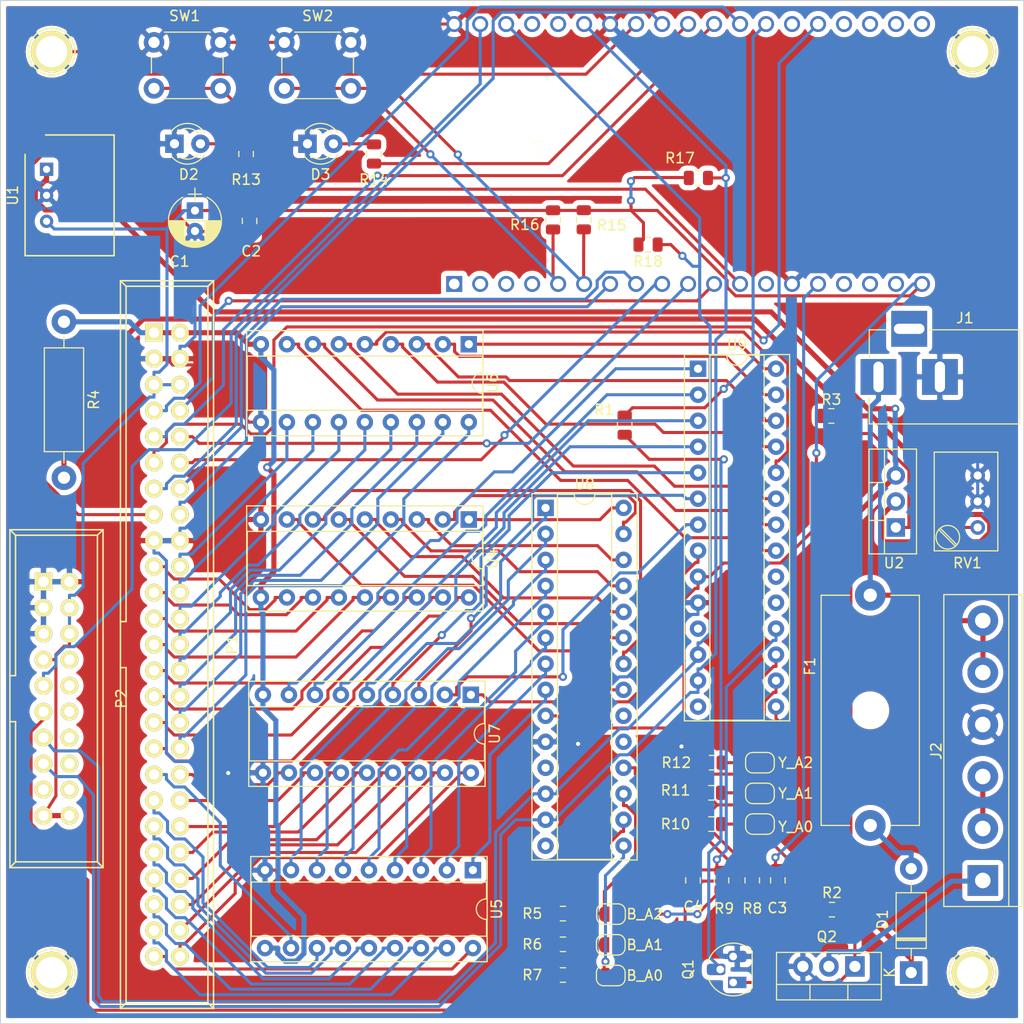
<source format=kicad_pcb>
(kicad_pcb (version 20171130) (host pcbnew "(5.1.5)-3")
  (layers (0 F.Cu signal) (31 B.Cu signal) (34 B.Paste user) (35 F.Paste user) (36 B.SilkS user) (37 F.SilkS user) (38 B.Mask user) (39 F.Mask user) (44 Edge.Cuts user))
  (net 0 "")
  (net 1 /MCP_RESET)
  (net 2 GND)
  (net 3 +5V)
  (net 4 "Net-(D1-Pad2)")
  (net 5 +24V)
  (net 6 "Net-(JP1-Pad1)")
  (net 7 "Net-(JP2-Pad1)")
  (net 8 "Net-(JP3-Pad1)")
  (net 9 "Net-(JP4-Pad1)")
  (net 10 "Net-(JP5-Pad1)")
  (net 11 "Net-(JP6-Pad1)")
  (net 12 /COL_A0)
  (net 13 /COL_A1)
  (net 14 /COL_A2)
  (net 15 /D)
  (net 16 /COL_A3)
  (net 17 /COL_A4)
  (net 18 /E2)
  (net 19 /E3)
  (net 20 /E4)
  (net 21 /E1)
  (net 22 VPP)
  (net 23 /E5)
  (net 24 "Net-(Q1-Pad2)")
  (net 25 "Net-(Q1-Pad1)")
  (net 26 "Net-(R3-Pad1)")
  (net 27 /ROW_B_7)
  (net 28 /ROW_B_6)
  (net 29 /ROW_B_5)
  (net 30 /ROW_B_4)
  (net 31 /ROW_B_3)
  (net 32 /ROW_B_2)
  (net 33 /ROW_B_1)
  (net 34 /ROW_B_0)
  (net 35 /SDA)
  (net 36 /SCL)
  (net 37 /ROW_B_15)
  (net 38 /ROW_B_14)
  (net 39 /ROW_B_13)
  (net 40 /ROW_B_12)
  (net 41 /ROW_B_11)
  (net 42 /ROW_B_10)
  (net 43 /ROW_B_9)
  (net 44 /ROW_B_8)
  (net 45 /ROW_Y_0)
  (net 46 /ROW_Y_1)
  (net 47 /ROW_Y_2)
  (net 48 /ROW_Y_3)
  (net 49 /ROW_Y_4)
  (net 50 /ROW_Y_5)
  (net 51 /ROW_Y_6)
  (net 52 /ROW_Y_7)
  (net 53 /ROW_Y_8)
  (net 54 /ROW_Y_9)
  (net 55 /ROW_Y_10)
  (net 56 /ROW_Y_11)
  (net 57 /ROW_Y_12)
  (net 58 /ROW_Y_13)
  (net 59 /ROW_Y_14)
  (net 60 /ROW_Y_15)
  (net 61 "Net-(U9-Pad20)")
  (net 62 "Net-(U9-Pad19)")
  (net 63 "Net-(U9-Pad14)")
  (net 64 "Net-(U9-Pad11)")
  (net 65 /V_IN)
  (net 66 "Net-(P1-Pad50)")
  (net 67 "Net-(P1-Pad49)")
  (net 68 "Net-(P1-Pad48)")
  (net 69 "Net-(P1-Pad47)")
  (net 70 "Net-(P1-Pad46)")
  (net 71 "Net-(P1-Pad45)")
  (net 72 "Net-(P1-Pad44)")
  (net 73 "Net-(P1-Pad43)")
  (net 74 "Net-(P1-Pad42)")
  (net 75 "Net-(P1-Pad41)")
  (net 76 "Net-(P1-Pad40)")
  (net 77 "Net-(P1-Pad39)")
  (net 78 "Net-(P1-Pad38)")
  (net 79 "Net-(P1-Pad37)")
  (net 80 "Net-(P1-Pad36)")
  (net 81 "Net-(P1-Pad35)")
  (net 82 "Net-(P1-Pad34)")
  (net 83 "Net-(P1-Pad33)")
  (net 84 "Net-(P1-Pad32)")
  (net 85 "Net-(P1-Pad31)")
  (net 86 "Net-(P1-Pad30)")
  (net 87 "Net-(P1-Pad29)")
  (net 88 "Net-(P1-Pad28)")
  (net 89 "Net-(P1-Pad27)")
  (net 90 "Net-(P1-Pad26)")
  (net 91 "Net-(P1-Pad25)")
  (net 92 "Net-(P1-Pad24)")
  (net 93 "Net-(P1-Pad23)")
  (net 94 "Net-(P1-Pad22)")
  (net 95 "Net-(P1-Pad21)")
  (net 96 "Net-(P1-Pad20)")
  (net 97 "Net-(P1-Pad19)")
  (net 98 "Net-(P2-Pad18)")
  (net 99 "Net-(P2-Pad17)")
  (net 100 "Net-(P2-Pad16)")
  (net 101 "Net-(P2-Pad14)")
  (net 102 "Net-(P2-Pad12)")
  (net 103 "Net-(P2-Pad10)")
  (net 104 "Net-(P2-Pad8)")
  (net 105 "Net-(R3-Pad2)")
  (net 106 "Net-(U3-Pad38)")
  (net 107 "Net-(U3-Pad37)")
  (net 108 "Net-(U3-Pad36)")
  (net 109 "Net-(U3-Pad35)")
  (net 110 "Net-(U3-Pad33)")
  (net 111 "Net-(U3-Pad24)")
  (net 112 "Net-(U3-Pad23)")
  (net 113 "Net-(U3-Pad18)")
  (net 114 "Net-(U3-Pad17)")
  (net 115 "Net-(U3-Pad16)")
  (net 116 "Net-(U3-Pad13)")
  (net 117 "Net-(U3-Pad4)")
  (net 118 "Net-(U3-Pad3)")
  (net 119 "Net-(U3-Pad2)")
  (net 120 "Net-(U3-Pad1)")
  (net 121 "Net-(U8-Pad14)")
  (net 122 "Net-(U8-Pad11)")
  (net 123 "Net-(U8-Pad20)")
  (net 124 "Net-(U8-Pad19)")
  (net 125 "Net-(C3-Pad1)")
  (net 126 "Net-(C4-Pad2)")
  (net 127 /EXT_LED)
  (net 128 "Net-(R13-Pad1)")
  (net 129 "Net-(D2-Pad2)")
  (net 130 "Net-(D3-Pad2)")
  (net 131 "Net-(R14-Pad2)")
  (net 132 "Net-(R15-Pad2)")
  (net 133 "Net-(R16-Pad2)")
  (net 134 "Net-(J2-Pad2)")
  (net 135 "Net-(J2-Pad1)")
  (module Package_TO_SOT_THT:TO-92_HandSolder (layer F.Cu) (at 84.606 108.966 90)
    (fp_text reference Q1 (at 1.27 -4.4 90) (layer F.SilkS))
    (fp_text value BC547)
    (pad 1 thru_hole rect (at 0 0 90) (size 1.1 1.8) (drill 0.75 (offset 0 0.4)) (layers *.Cu *.Mask) (net 25 "Net-(Q1-Pad1)"))
    (pad 3 thru_hole roundrect (at 2.54 0 90) (size 1.1 1.8) (drill 0.75 (offset 0 0.4)) (layers *.Cu *.Mask) (net 2 GND))
    (pad 2 thru_hole roundrect (at 1.27 -1.27 90) (size 1.1 1.8) (drill 0.75 (offset 0 -0.4)) (layers *.Cu *.Mask) (net 24 "Net-(Q1-Pad2)"))
  )
  (module Resistor_SMD:R_0805_2012Metric (layer F.Cu) (at 76.286601 36.8554 180)
    (fp_text reference R18 (at 0 -1.65) (layer F.SilkS))
    (fp_text value 4,7k)
    (pad 2 smd roundrect (at 0.9375 0 180) (size 0.975 1.4) (layers F.Cu F.Paste F.Mask) (net 3 +5V))
    (pad 1 smd roundrect (at -0.9375 0 180) (size 0.975 1.4) (layers F.Cu F.Paste F.Mask) (net 36 /SCL))
  )
  (module Resistor_SMD:R_0805_2012Metric (layer F.Cu) (at 81.2038 30.3403 180)
    (fp_text reference R17 (at 1.8034 1.9431) (layer F.SilkS))
    (fp_text value 4,7k)
    (pad 2 smd roundrect (at 0.9375 0 180) (size 0.975 1.4) (layers F.Cu F.Paste F.Mask) (net 3 +5V))
    (pad 1 smd roundrect (at -0.9375 0 180) (size 0.975 1.4) (layers F.Cu F.Paste F.Mask) (net 35 /SDA))
  )
  (module Resistor_SMD:R_0805_2012Metric (layer F.Cu) (at 67 34.4379 270)
    (fp_text reference R16 (at 0.4744 2.7634 180) (layer F.SilkS))
    (fp_text value 10k)
    (pad 2 smd roundrect (at 0.9375 0 270) (size 0.975 1.4) (layers F.Cu F.Paste F.Mask) (net 133 "Net-(R16-Pad2)"))
    (pad 1 smd roundrect (at -0.9375 0 270) (size 0.975 1.4) (layers F.Cu F.Paste F.Mask) (net 3 +5V))
  )
  (module Resistor_SMD:R_0805_2012Metric (layer F.Cu) (at 70.0024 34.4297 270)
    (fp_text reference R15 (at 0.5379 -2.7268 180) (layer F.SilkS))
    (fp_text value 10k)
    (pad 2 smd roundrect (at 0.9375 0 270) (size 0.975 1.4) (layers F.Cu F.Paste F.Mask) (net 132 "Net-(R15-Pad2)"))
    (pad 1 smd roundrect (at -0.9375 0 270) (size 0.975 1.4) (layers F.Cu F.Paste F.Mask) (net 3 +5V))
  )
  (module Resistor_SMD:R_0805_2012Metric (layer F.Cu) (at 49.5 28 270)
    (fp_text reference R14 (at 2.5 0 180) (layer F.SilkS))
    (fp_text value 330)
    (pad 2 smd roundrect (at 0.9375 0 270) (size 0.975 1.4) (layers F.Cu F.Paste F.Mask) (net 131 "Net-(R14-Pad2)"))
    (pad 1 smd roundrect (at -0.9375 0 270) (size 0.975 1.4) (layers F.Cu F.Paste F.Mask) (net 130 "Net-(D3-Pad2)"))
  )
  (module LED_THT:LED_D3.0mm (layer F.Cu) (at 43 27)
    (fp_text reference D3 (at 1.27 3) (layer F.SilkS))
    (fp_text value LED2)
    (pad 2 thru_hole circle (at 2.54 0) (size 1.8 1.8) (drill 0.9) (layers *.Cu *.Mask) (net 130 "Net-(D3-Pad2)"))
    (pad 1 thru_hole rect (at 0 0) (size 1.8 1.8) (drill 0.9) (layers *.Cu *.Mask) (net 2 GND))
  )
  (module Resistor_SMD:R_0805_2012Metric (layer F.Cu) (at 37 28 90)
    (fp_text reference R13 (at -2.5 0 180) (layer F.SilkS))
    (fp_text value 330)
    (pad 2 smd roundrect (at 0.9375 0 90) (size 0.975 1.4) (layers F.Cu F.Paste F.Mask) (net 129 "Net-(D2-Pad2)"))
    (pad 1 smd roundrect (at -0.9375 0 90) (size 0.975 1.4) (layers F.Cu F.Paste F.Mask) (net 128 "Net-(R13-Pad1)"))
  )
  (module LED_THT:LED_D3.0mm (layer F.Cu) (at 30 27)
    (fp_text reference D2 (at 1.394 3) (layer F.SilkS))
    (fp_text value LED1)
    (pad 2 thru_hole circle (at 2.54 0) (size 1.8 1.8) (drill 0.9) (layers *.Cu *.Mask) (net 129 "Net-(D2-Pad2)"))
    (pad 1 thru_hole rect (at 0 0) (size 1.8 1.8) (drill 0.9) (layers *.Cu *.Mask) (net 2 GND))
  )
  (module Buttons_Switches_THT:SW_PUSH_6mm_h5mm (layer F.Cu) (at 47.244 21.59 180)
    (fp_text reference SW2 (at 3.244 7.09) (layer F.SilkS))
    (fp_text value T2)
    (pad 2 thru_hole circle (at 0 4.5 270) (size 2 2) (drill 1.1) (layers *.Cu *.Mask) (net 2 GND))
    (pad 1 thru_hole circle (at 0 0 270) (size 2 2) (drill 1.1) (layers *.Cu *.Mask) (net 132 "Net-(R15-Pad2)"))
    (pad 2 thru_hole circle (at 6.5 4.5 270) (size 2 2) (drill 1.1) (layers *.Cu *.Mask) (net 2 GND))
    (pad 1 thru_hole circle (at 6.5 0 270) (size 2 2) (drill 1.1) (layers *.Cu *.Mask) (net 132 "Net-(R15-Pad2)"))
  )
  (module Buttons_Switches_THT:SW_PUSH_6mm_h5mm (layer F.Cu) (at 34.5 21.59 180)
    (fp_text reference SW1 (at 3.5 7.09) (layer F.SilkS))
    (fp_text value T1)
    (pad 2 thru_hole circle (at 0 4.5 270) (size 2 2) (drill 1.1) (layers *.Cu *.Mask) (net 2 GND))
    (pad 1 thru_hole circle (at 0 0 270) (size 2 2) (drill 1.1) (layers *.Cu *.Mask) (net 133 "Net-(R16-Pad2)"))
    (pad 2 thru_hole circle (at 6.5 4.5 270) (size 2 2) (drill 1.1) (layers *.Cu *.Mask) (net 2 GND))
    (pad 1 thru_hole circle (at 6.5 0 270) (size 2 2) (drill 1.1) (layers *.Cu *.Mask) (net 133 "Net-(R16-Pad2)"))
  )
  (module Package_DIP:DIP-28_W7.62mm_Socket (layer F.Cu) (at 81.168 48.988)
    (fp_text reference U9 (at 3.81 -2.33) (layer F.SilkS))
    (fp_text value MCP23017)
    (pad 28 thru_hole oval (at 7.62 0) (size 1.6 1.6) (drill 0.8) (layers *.Cu *.Mask) (net 52 /ROW_Y_7))
    (pad 14 thru_hole oval (at 0 33.02) (size 1.6 1.6) (drill 0.8) (layers *.Cu *.Mask) (net 63 "Net-(U9-Pad14)"))
    (pad 27 thru_hole oval (at 7.62 2.54) (size 1.6 1.6) (drill 0.8) (layers *.Cu *.Mask) (net 51 /ROW_Y_6))
    (pad 13 thru_hole oval (at 0 30.48) (size 1.6 1.6) (drill 0.8) (layers *.Cu *.Mask) (net 35 /SDA))
    (pad 26 thru_hole oval (at 7.62 5.08) (size 1.6 1.6) (drill 0.8) (layers *.Cu *.Mask) (net 50 /ROW_Y_5))
    (pad 12 thru_hole oval (at 0 27.94) (size 1.6 1.6) (drill 0.8) (layers *.Cu *.Mask) (net 36 /SCL))
    (pad 25 thru_hole oval (at 7.62 7.62) (size 1.6 1.6) (drill 0.8) (layers *.Cu *.Mask) (net 49 /ROW_Y_4))
    (pad 11 thru_hole oval (at 0 25.4) (size 1.6 1.6) (drill 0.8) (layers *.Cu *.Mask) (net 64 "Net-(U9-Pad11)"))
    (pad 24 thru_hole oval (at 7.62 10.16) (size 1.6 1.6) (drill 0.8) (layers *.Cu *.Mask) (net 48 /ROW_Y_3))
    (pad 10 thru_hole oval (at 0 22.86) (size 1.6 1.6) (drill 0.8) (layers *.Cu *.Mask) (net 2 GND))
    (pad 23 thru_hole oval (at 7.62 12.7) (size 1.6 1.6) (drill 0.8) (layers *.Cu *.Mask) (net 47 /ROW_Y_2))
    (pad 9 thru_hole oval (at 0 20.32) (size 1.6 1.6) (drill 0.8) (layers *.Cu *.Mask) (net 3 +5V))
    (pad 22 thru_hole oval (at 7.62 15.24) (size 1.6 1.6) (drill 0.8) (layers *.Cu *.Mask) (net 46 /ROW_Y_1))
    (pad 8 thru_hole oval (at 0 17.78) (size 1.6 1.6) (drill 0.8) (layers *.Cu *.Mask) (net 60 /ROW_Y_15))
    (pad 21 thru_hole oval (at 7.62 17.78) (size 1.6 1.6) (drill 0.8) (layers *.Cu *.Mask) (net 45 /ROW_Y_0))
    (pad 7 thru_hole oval (at 0 15.24) (size 1.6 1.6) (drill 0.8) (layers *.Cu *.Mask) (net 59 /ROW_Y_14))
    (pad 20 thru_hole oval (at 7.62 20.32) (size 1.6 1.6) (drill 0.8) (layers *.Cu *.Mask) (net 61 "Net-(U9-Pad20)"))
    (pad 6 thru_hole oval (at 0 12.7) (size 1.6 1.6) (drill 0.8) (layers *.Cu *.Mask) (net 58 /ROW_Y_13))
    (pad 19 thru_hole oval (at 7.62 22.86) (size 1.6 1.6) (drill 0.8) (layers *.Cu *.Mask) (net 62 "Net-(U9-Pad19)"))
    (pad 5 thru_hole oval (at 0 10.16) (size 1.6 1.6) (drill 0.8) (layers *.Cu *.Mask) (net 57 /ROW_Y_12))
    (pad 18 thru_hole oval (at 7.62 25.4) (size 1.6 1.6) (drill 0.8) (layers *.Cu *.Mask) (net 126 "Net-(C4-Pad2)"))
    (pad 4 thru_hole oval (at 0 7.62) (size 1.6 1.6) (drill 0.8) (layers *.Cu *.Mask) (net 56 /ROW_Y_11))
    (pad 17 thru_hole oval (at 7.62 27.94) (size 1.6 1.6) (drill 0.8) (layers *.Cu *.Mask) (net 11 "Net-(JP6-Pad1)"))
    (pad 3 thru_hole oval (at 0 5.08) (size 1.6 1.6) (drill 0.8) (layers *.Cu *.Mask) (net 55 /ROW_Y_10))
    (pad 16 thru_hole oval (at 7.62 30.48) (size 1.6 1.6) (drill 0.8) (layers *.Cu *.Mask) (net 10 "Net-(JP5-Pad1)"))
    (pad 2 thru_hole oval (at 0 2.54) (size 1.6 1.6) (drill 0.8) (layers *.Cu *.Mask) (net 54 /ROW_Y_9))
    (pad 15 thru_hole oval (at 7.62 33.02) (size 1.6 1.6) (drill 0.8) (layers *.Cu *.Mask) (net 9 "Net-(JP4-Pad1)"))
    (pad 1 thru_hole rect (at 0 0) (size 1.6 1.6) (drill 0.8) (layers *.Cu *.Mask) (net 53 /ROW_Y_8))
  )
  (module Package_DIP:DIP-28_W7.62mm_Socket (layer F.Cu) (at 66.268 62.588)
    (fp_text reference U8 (at 3.81 -2.33) (layer F.SilkS))
    (fp_text value MCP23017)
    (pad 28 thru_hole oval (at 7.62 0) (size 1.6 1.6) (drill 0.8) (layers *.Cu *.Mask) (net 27 /ROW_B_7))
    (pad 14 thru_hole oval (at 0 33.02) (size 1.6 1.6) (drill 0.8) (layers *.Cu *.Mask) (net 121 "Net-(U8-Pad14)"))
    (pad 27 thru_hole oval (at 7.62 2.54) (size 1.6 1.6) (drill 0.8) (layers *.Cu *.Mask) (net 28 /ROW_B_6))
    (pad 13 thru_hole oval (at 0 30.48) (size 1.6 1.6) (drill 0.8) (layers *.Cu *.Mask) (net 35 /SDA))
    (pad 26 thru_hole oval (at 7.62 5.08) (size 1.6 1.6) (drill 0.8) (layers *.Cu *.Mask) (net 29 /ROW_B_5))
    (pad 12 thru_hole oval (at 0 27.94) (size 1.6 1.6) (drill 0.8) (layers *.Cu *.Mask) (net 36 /SCL))
    (pad 25 thru_hole oval (at 7.62 7.62) (size 1.6 1.6) (drill 0.8) (layers *.Cu *.Mask) (net 30 /ROW_B_4))
    (pad 11 thru_hole oval (at 0 25.4) (size 1.6 1.6) (drill 0.8) (layers *.Cu *.Mask) (net 122 "Net-(U8-Pad11)"))
    (pad 24 thru_hole oval (at 7.62 10.16) (size 1.6 1.6) (drill 0.8) (layers *.Cu *.Mask) (net 31 /ROW_B_3))
    (pad 10 thru_hole oval (at 0 22.86) (size 1.6 1.6) (drill 0.8) (layers *.Cu *.Mask) (net 2 GND))
    (pad 23 thru_hole oval (at 7.62 12.7) (size 1.6 1.6) (drill 0.8) (layers *.Cu *.Mask) (net 32 /ROW_B_2))
    (pad 9 thru_hole oval (at 0 20.32) (size 1.6 1.6) (drill 0.8) (layers *.Cu *.Mask) (net 3 +5V))
    (pad 22 thru_hole oval (at 7.62 15.24) (size 1.6 1.6) (drill 0.8) (layers *.Cu *.Mask) (net 33 /ROW_B_1))
    (pad 8 thru_hole oval (at 0 17.78) (size 1.6 1.6) (drill 0.8) (layers *.Cu *.Mask) (net 37 /ROW_B_15))
    (pad 21 thru_hole oval (at 7.62 17.78) (size 1.6 1.6) (drill 0.8) (layers *.Cu *.Mask) (net 34 /ROW_B_0))
    (pad 7 thru_hole oval (at 0 15.24) (size 1.6 1.6) (drill 0.8) (layers *.Cu *.Mask) (net 38 /ROW_B_14))
    (pad 20 thru_hole oval (at 7.62 20.32) (size 1.6 1.6) (drill 0.8) (layers *.Cu *.Mask) (net 123 "Net-(U8-Pad20)"))
    (pad 6 thru_hole oval (at 0 12.7) (size 1.6 1.6) (drill 0.8) (layers *.Cu *.Mask) (net 39 /ROW_B_13))
    (pad 19 thru_hole oval (at 7.62 22.86) (size 1.6 1.6) (drill 0.8) (layers *.Cu *.Mask) (net 124 "Net-(U8-Pad19)"))
    (pad 5 thru_hole oval (at 0 10.16) (size 1.6 1.6) (drill 0.8) (layers *.Cu *.Mask) (net 40 /ROW_B_12))
    (pad 18 thru_hole oval (at 7.62 25.4) (size 1.6 1.6) (drill 0.8) (layers *.Cu *.Mask) (net 125 "Net-(C3-Pad1)"))
    (pad 4 thru_hole oval (at 0 7.62) (size 1.6 1.6) (drill 0.8) (layers *.Cu *.Mask) (net 41 /ROW_B_11))
    (pad 17 thru_hole oval (at 7.62 27.94) (size 1.6 1.6) (drill 0.8) (layers *.Cu *.Mask) (net 6 "Net-(JP1-Pad1)"))
    (pad 3 thru_hole oval (at 0 5.08) (size 1.6 1.6) (drill 0.8) (layers *.Cu *.Mask) (net 42 /ROW_B_10))
    (pad 16 thru_hole oval (at 7.62 30.48) (size 1.6 1.6) (drill 0.8) (layers *.Cu *.Mask) (net 7 "Net-(JP2-Pad1)"))
    (pad 2 thru_hole oval (at 0 2.54) (size 1.6 1.6) (drill 0.8) (layers *.Cu *.Mask) (net 43 /ROW_B_9))
    (pad 15 thru_hole oval (at 7.62 33.02) (size 1.6 1.6) (drill 0.8) (layers *.Cu *.Mask) (net 8 "Net-(JP3-Pad1)"))
    (pad 1 thru_hole rect (at 0 0) (size 1.6 1.6) (drill 0.8) (layers *.Cu *.Mask) (net 44 /ROW_B_8))
  )
  (module Capacitors_THT:CP_Radial_D5.0mm_P2.00mm (layer F.Cu) (at 32.004 33.528 270)
    (fp_text reference C2 (at 3.972 -5.496 180) (layer F.SilkS))
    (fp_text value 100u)
    (pad 1 thru_hole rect (at 0 0 270) (size 1.6 1.6) (drill 0.8) (layers *.Cu *.Mask) (net 3 +5V))
    (pad 2 thru_hole circle (at 2 0 270) (size 1.6 1.6) (drill 0.8) (layers *.Cu *.Mask) (net 2 GND))
  )
  (module Diode_THT:D_DO-41_SOD81_P10.16mm_Horizontal (layer F.Cu) (at 102 108 90)
    (fp_text reference D1 (at 5.1992 -2.8 270) (layer F.SilkS))
    (fp_text value 1N4001)
    (fp_text user K (at 0 -2.1 90) (layer F.SilkS))
    (pad 2 thru_hole oval (at 10.16 0 90) (size 2.2 2.2) (drill 1.1) (layers *.Cu *.Mask) (net 4 "Net-(D1-Pad2)"))
    (pad 1 thru_hole rect (at 0 0 90) (size 2.2 2.2) (drill 1.1) (layers *.Cu *.Mask) (net 5 +24V))
  )
  (module Package_SIP:SIP3_11.6x8.5mm (layer F.Cu) (at 17.5 29.5 270)
    (fp_text reference U1 (at 2.54 3.3 270) (layer F.SilkS))
    (fp_text value L7805)
    (pad 2 thru_hole circle (at 2.54 0 90) (size 1.3 1.3) (drill 0.7) (layers *.Cu *.Mask) (net 2 GND))
    (pad 1 thru_hole rect (at 0 0 180) (size 1.3 1.3) (drill 0.7) (layers *.Cu *.Mask) (net 5 +24V))
    (pad 3 thru_hole circle (at 5.08 0 180) (size 1.3 1.3) (drill 0.7) (layers *.Cu *.Mask) (net 3 +5V))
  )
  (module Package_TO_SOT_THT:TO-220-3_Vertical (layer F.Cu) (at 96.5 107.4 180)
    (fp_text reference Q2 (at 2.75 2.9) (layer F.SilkS))
    (fp_text value IRF740)
    (pad 3 thru_hole oval (at 5.08 0 180) (size 1.905 2) (drill 1.1) (layers *.Cu *.Mask) (net 2 GND))
    (pad 2 thru_hole oval (at 2.54 0 180) (size 1.905 2) (drill 1.1) (layers *.Cu *.Mask) (net 135 "Net-(J2-Pad1)"))
    (pad 1 thru_hole rect (at 0 0 180) (size 1.905 2) (drill 1.1) (layers *.Cu *.Mask) (net 25 "Net-(Q1-Pad1)"))
  )
  (module Package_DIP:DIP-18_W7.62mm_Socket (layer F.Cu) (at 58.968 80.8547 270)
    (fp_text reference U7 (at 3.81 -2.33 90) (layer F.SilkS))
    (fp_text value "UDN2981A / TBD62783AFG")
    (pad 18 thru_hole oval (at 7.62 0 270) (size 1.6 1.6) (drill 0.8) (layers *.Cu *.Mask) (net 66 "Net-(P1-Pad50)"))
    (pad 9 thru_hole oval (at 0 20.32 270) (size 1.6 1.6) (drill 0.8) (layers *.Cu *.Mask) (net 22 VPP))
    (pad 17 thru_hole oval (at 7.62 2.54 270) (size 1.6 1.6) (drill 0.8) (layers *.Cu *.Mask) (net 68 "Net-(P1-Pad48)"))
    (pad 8 thru_hole oval (at 0 17.78 270) (size 1.6 1.6) (drill 0.8) (layers *.Cu *.Mask) (net 53 /ROW_Y_8))
    (pad 16 thru_hole oval (at 7.62 5.08 270) (size 1.6 1.6) (drill 0.8) (layers *.Cu *.Mask) (net 70 "Net-(P1-Pad46)"))
    (pad 7 thru_hole oval (at 0 15.24 270) (size 1.6 1.6) (drill 0.8) (layers *.Cu *.Mask) (net 54 /ROW_Y_9))
    (pad 15 thru_hole oval (at 7.62 7.62 270) (size 1.6 1.6) (drill 0.8) (layers *.Cu *.Mask) (net 72 "Net-(P1-Pad44)"))
    (pad 6 thru_hole oval (at 0 12.7 270) (size 1.6 1.6) (drill 0.8) (layers *.Cu *.Mask) (net 55 /ROW_Y_10))
    (pad 14 thru_hole oval (at 7.62 10.16 270) (size 1.6 1.6) (drill 0.8) (layers *.Cu *.Mask) (net 74 "Net-(P1-Pad42)"))
    (pad 5 thru_hole oval (at 0 10.16 270) (size 1.6 1.6) (drill 0.8) (layers *.Cu *.Mask) (net 56 /ROW_Y_11))
    (pad 13 thru_hole oval (at 7.62 12.7 270) (size 1.6 1.6) (drill 0.8) (layers *.Cu *.Mask) (net 76 "Net-(P1-Pad40)"))
    (pad 4 thru_hole oval (at 0 7.62 270) (size 1.6 1.6) (drill 0.8) (layers *.Cu *.Mask) (net 57 /ROW_Y_12))
    (pad 12 thru_hole oval (at 7.62 15.24 270) (size 1.6 1.6) (drill 0.8) (layers *.Cu *.Mask) (net 78 "Net-(P1-Pad38)"))
    (pad 3 thru_hole oval (at 0 5.08 270) (size 1.6 1.6) (drill 0.8) (layers *.Cu *.Mask) (net 58 /ROW_Y_13))
    (pad 11 thru_hole oval (at 7.62 17.78 270) (size 1.6 1.6) (drill 0.8) (layers *.Cu *.Mask) (net 80 "Net-(P1-Pad36)"))
    (pad 2 thru_hole oval (at 0 2.54 270) (size 1.6 1.6) (drill 0.8) (layers *.Cu *.Mask) (net 59 /ROW_Y_14))
    (pad 10 thru_hole oval (at 7.62 20.32 270) (size 1.6 1.6) (drill 0.8) (layers *.Cu *.Mask) (net 2 GND))
    (pad 1 thru_hole rect (at 0 0 270) (size 1.6 1.6) (drill 0.8) (layers *.Cu *.Mask) (net 60 /ROW_Y_15))
  )
  (module Package_DIP:DIP-18_W7.62mm_Socket (layer F.Cu) (at 58.768 46.588 270)
    (fp_text reference U6 (at 3.81 -2.33 90) (layer F.SilkS))
    (fp_text value "UDN2981A / TBD62783AFG")
    (pad 18 thru_hole oval (at 7.62 0 270) (size 1.6 1.6) (drill 0.8) (layers *.Cu *.Mask) (net 82 "Net-(P1-Pad34)"))
    (pad 9 thru_hole oval (at 0 20.32 270) (size 1.6 1.6) (drill 0.8) (layers *.Cu *.Mask) (net 22 VPP))
    (pad 17 thru_hole oval (at 7.62 2.54 270) (size 1.6 1.6) (drill 0.8) (layers *.Cu *.Mask) (net 84 "Net-(P1-Pad32)"))
    (pad 8 thru_hole oval (at 0 17.78 270) (size 1.6 1.6) (drill 0.8) (layers *.Cu *.Mask) (net 45 /ROW_Y_0))
    (pad 16 thru_hole oval (at 7.62 5.08 270) (size 1.6 1.6) (drill 0.8) (layers *.Cu *.Mask) (net 86 "Net-(P1-Pad30)"))
    (pad 7 thru_hole oval (at 0 15.24 270) (size 1.6 1.6) (drill 0.8) (layers *.Cu *.Mask) (net 46 /ROW_Y_1))
    (pad 15 thru_hole oval (at 7.62 7.62 270) (size 1.6 1.6) (drill 0.8) (layers *.Cu *.Mask) (net 88 "Net-(P1-Pad28)"))
    (pad 6 thru_hole oval (at 0 12.7 270) (size 1.6 1.6) (drill 0.8) (layers *.Cu *.Mask) (net 47 /ROW_Y_2))
    (pad 14 thru_hole oval (at 7.62 10.16 270) (size 1.6 1.6) (drill 0.8) (layers *.Cu *.Mask) (net 90 "Net-(P1-Pad26)"))
    (pad 5 thru_hole oval (at 0 10.16 270) (size 1.6 1.6) (drill 0.8) (layers *.Cu *.Mask) (net 48 /ROW_Y_3))
    (pad 13 thru_hole oval (at 7.62 12.7 270) (size 1.6 1.6) (drill 0.8) (layers *.Cu *.Mask) (net 92 "Net-(P1-Pad24)"))
    (pad 4 thru_hole oval (at 0 7.62 270) (size 1.6 1.6) (drill 0.8) (layers *.Cu *.Mask) (net 49 /ROW_Y_4))
    (pad 12 thru_hole oval (at 7.62 15.24 270) (size 1.6 1.6) (drill 0.8) (layers *.Cu *.Mask) (net 94 "Net-(P1-Pad22)"))
    (pad 3 thru_hole oval (at 0 5.08 270) (size 1.6 1.6) (drill 0.8) (layers *.Cu *.Mask) (net 50 /ROW_Y_5))
    (pad 11 thru_hole oval (at 7.62 17.78 270) (size 1.6 1.6) (drill 0.8) (layers *.Cu *.Mask) (net 96 "Net-(P1-Pad20)"))
    (pad 2 thru_hole oval (at 0 2.54 270) (size 1.6 1.6) (drill 0.8) (layers *.Cu *.Mask) (net 51 /ROW_Y_6))
    (pad 10 thru_hole oval (at 7.62 20.32 270) (size 1.6 1.6) (drill 0.8) (layers *.Cu *.Mask) (net 2 GND))
    (pad 1 thru_hole rect (at 0 0 270) (size 1.6 1.6) (drill 0.8) (layers *.Cu *.Mask) (net 52 /ROW_Y_7))
  )
  (module Package_DIP:DIP-18_W7.62mm_Socket (layer F.Cu) (at 59.168 97.988 270)
    (fp_text reference U5 (at 3.81 -2.33 90) (layer F.SilkS))
    (fp_text value ULN2803A)
    (pad 18 thru_hole oval (at 7.62 0 270) (size 1.6 1.6) (drill 0.8) (layers *.Cu *.Mask) (net 67 "Net-(P1-Pad49)"))
    (pad 9 thru_hole oval (at 0 20.32 270) (size 1.6 1.6) (drill 0.8) (layers *.Cu *.Mask) (net 2 GND))
    (pad 17 thru_hole oval (at 7.62 2.54 270) (size 1.6 1.6) (drill 0.8) (layers *.Cu *.Mask) (net 69 "Net-(P1-Pad47)"))
    (pad 8 thru_hole oval (at 0 17.78 270) (size 1.6 1.6) (drill 0.8) (layers *.Cu *.Mask) (net 44 /ROW_B_8))
    (pad 16 thru_hole oval (at 7.62 5.08 270) (size 1.6 1.6) (drill 0.8) (layers *.Cu *.Mask) (net 71 "Net-(P1-Pad45)"))
    (pad 7 thru_hole oval (at 0 15.24 270) (size 1.6 1.6) (drill 0.8) (layers *.Cu *.Mask) (net 43 /ROW_B_9))
    (pad 15 thru_hole oval (at 7.62 7.62 270) (size 1.6 1.6) (drill 0.8) (layers *.Cu *.Mask) (net 73 "Net-(P1-Pad43)"))
    (pad 6 thru_hole oval (at 0 12.7 270) (size 1.6 1.6) (drill 0.8) (layers *.Cu *.Mask) (net 42 /ROW_B_10))
    (pad 14 thru_hole oval (at 7.62 10.16 270) (size 1.6 1.6) (drill 0.8) (layers *.Cu *.Mask) (net 75 "Net-(P1-Pad41)"))
    (pad 5 thru_hole oval (at 0 10.16 270) (size 1.6 1.6) (drill 0.8) (layers *.Cu *.Mask) (net 41 /ROW_B_11))
    (pad 13 thru_hole oval (at 7.62 12.7 270) (size 1.6 1.6) (drill 0.8) (layers *.Cu *.Mask) (net 77 "Net-(P1-Pad39)"))
    (pad 4 thru_hole oval (at 0 7.62 270) (size 1.6 1.6) (drill 0.8) (layers *.Cu *.Mask) (net 40 /ROW_B_12))
    (pad 12 thru_hole oval (at 7.62 15.24 270) (size 1.6 1.6) (drill 0.8) (layers *.Cu *.Mask) (net 79 "Net-(P1-Pad37)"))
    (pad 3 thru_hole oval (at 0 5.08 270) (size 1.6 1.6) (drill 0.8) (layers *.Cu *.Mask) (net 39 /ROW_B_13))
    (pad 11 thru_hole oval (at 7.62 17.78 270) (size 1.6 1.6) (drill 0.8) (layers *.Cu *.Mask) (net 81 "Net-(P1-Pad35)"))
    (pad 2 thru_hole oval (at 0 2.54 270) (size 1.6 1.6) (drill 0.8) (layers *.Cu *.Mask) (net 38 /ROW_B_14))
    (pad 10 thru_hole oval (at 7.62 20.32 270) (size 1.6 1.6) (drill 0.8) (layers *.Cu *.Mask) (net 22 VPP))
    (pad 1 thru_hole rect (at 0 0 270) (size 1.6 1.6) (drill 0.8) (layers *.Cu *.Mask) (net 37 /ROW_B_15))
  )
  (module Package_DIP:DIP-18_W7.62mm_Socket (layer F.Cu) (at 58.768 63.7213 270)
    (fp_text reference U4 (at 3.81 -2.33 90) (layer F.SilkS))
    (fp_text value ULN2803A)
    (pad 18 thru_hole oval (at 7.62 0 270) (size 1.6 1.6) (drill 0.8) (layers *.Cu *.Mask) (net 83 "Net-(P1-Pad33)"))
    (pad 9 thru_hole oval (at 0 20.32 270) (size 1.6 1.6) (drill 0.8) (layers *.Cu *.Mask) (net 2 GND))
    (pad 17 thru_hole oval (at 7.62 2.54 270) (size 1.6 1.6) (drill 0.8) (layers *.Cu *.Mask) (net 85 "Net-(P1-Pad31)"))
    (pad 8 thru_hole oval (at 0 17.78 270) (size 1.6 1.6) (drill 0.8) (layers *.Cu *.Mask) (net 34 /ROW_B_0))
    (pad 16 thru_hole oval (at 7.62 5.08 270) (size 1.6 1.6) (drill 0.8) (layers *.Cu *.Mask) (net 87 "Net-(P1-Pad29)"))
    (pad 7 thru_hole oval (at 0 15.24 270) (size 1.6 1.6) (drill 0.8) (layers *.Cu *.Mask) (net 33 /ROW_B_1))
    (pad 15 thru_hole oval (at 7.62 7.62 270) (size 1.6 1.6) (drill 0.8) (layers *.Cu *.Mask) (net 89 "Net-(P1-Pad27)"))
    (pad 6 thru_hole oval (at 0 12.7 270) (size 1.6 1.6) (drill 0.8) (layers *.Cu *.Mask) (net 32 /ROW_B_2))
    (pad 14 thru_hole oval (at 7.62 10.16 270) (size 1.6 1.6) (drill 0.8) (layers *.Cu *.Mask) (net 91 "Net-(P1-Pad25)"))
    (pad 5 thru_hole oval (at 0 10.16 270) (size 1.6 1.6) (drill 0.8) (layers *.Cu *.Mask) (net 31 /ROW_B_3))
    (pad 13 thru_hole oval (at 7.62 12.7 270) (size 1.6 1.6) (drill 0.8) (layers *.Cu *.Mask) (net 93 "Net-(P1-Pad23)"))
    (pad 4 thru_hole oval (at 0 7.62 270) (size 1.6 1.6) (drill 0.8) (layers *.Cu *.Mask) (net 30 /ROW_B_4))
    (pad 12 thru_hole oval (at 7.62 15.24 270) (size 1.6 1.6) (drill 0.8) (layers *.Cu *.Mask) (net 95 "Net-(P1-Pad21)"))
    (pad 3 thru_hole oval (at 0 5.08 270) (size 1.6 1.6) (drill 0.8) (layers *.Cu *.Mask) (net 29 /ROW_B_5))
    (pad 11 thru_hole oval (at 7.62 17.78 270) (size 1.6 1.6) (drill 0.8) (layers *.Cu *.Mask) (net 97 "Net-(P1-Pad19)"))
    (pad 2 thru_hole oval (at 0 2.54 270) (size 1.6 1.6) (drill 0.8) (layers *.Cu *.Mask) (net 28 /ROW_B_6))
    (pad 10 thru_hole oval (at 7.62 20.32 270) (size 1.6 1.6) (drill 0.8) (layers *.Cu *.Mask) (net 22 VPP))
    (pad 1 thru_hole rect (at 0 0 270) (size 1.6 1.6) (drill 0.8) (layers *.Cu *.Mask) (net 27 /ROW_B_7))
  )
  (module TO_SOT_Packages_THT:TO-220-3_Vertical (layer F.Cu) (at 100.5 64.5 90)
    (fp_text reference U2 (at -3.476 -0.178 180) (layer F.SilkS))
    (fp_text value LM317T)
    (pad 1 thru_hole rect (at 0 0 90) (size 1.8 1.8) (drill 1) (layers *.Cu *.Mask) (net 105 "Net-(R3-Pad2)"))
    (pad 2 thru_hole oval (at 2.54 0 90) (size 1.8 1.8) (drill 1) (layers *.Cu *.Mask) (net 26 "Net-(R3-Pad1)"))
    (pad 3 thru_hole oval (at 5.08 0 90) (size 1.8 1.8) (drill 1) (layers *.Cu *.Mask) (net 5 +24V))
  )
  (module Resistor_SMD:R_0805_2012Metric (layer F.Cu) (at 94.2 53.6 180)
    (fp_text reference R3 (at 0 1.6) (layer F.SilkS))
    (fp_text value 240)
    (pad 2 smd roundrect (at 0.9375 0 180) (size 0.975 1.4) (layers F.Cu F.Paste F.Mask) (net 105 "Net-(R3-Pad2)"))
    (pad 1 smd roundrect (at -0.9375 0 180) (size 0.975 1.4) (layers F.Cu F.Paste F.Mask) (net 26 "Net-(R3-Pad1)"))
  )
  (module Resistor_SMD:R_0805_2012Metric (layer F.Cu) (at 94.258 101.854)
    (fp_text reference R2 (at 0 -1.65) (layer F.SilkS))
    (fp_text value 10k)
    (pad 2 smd roundrect (at 0.9375 0) (size 0.975 1.4) (layers F.Cu F.Paste F.Mask) (net 5 +24V))
    (pad 1 smd roundrect (at -0.9375 0) (size 0.975 1.4) (layers F.Cu F.Paste F.Mask) (net 25 "Net-(Q1-Pad1)"))
  )
  (module Resistor_SMD:R_0805_2012Metric (layer F.Cu) (at 74 54.5 90)
    (fp_text reference R1 (at 1.5 -2 180) (layer F.SilkS))
    (fp_text value 10k)
    (pad 2 smd roundrect (at 0.9375 0 90) (size 0.975 1.4) (layers F.Cu F.Paste F.Mask) (net 127 /EXT_LED))
    (pad 1 smd roundrect (at -0.9375 0 90) (size 0.975 1.4) (layers F.Cu F.Paste F.Mask) (net 24 "Net-(Q1-Pad2)"))
  )
  (module Potentiometers:Potentiometer_Trimmer_Bourns_3299W (layer F.Cu) (at 108.5 64.5 270)
    (fp_text reference RV1 (at 3.476 1 180) (layer F.SilkS))
    (fp_text value 5k)
    (pad 1 thru_hole circle (at 0 0 270) (size 1.44 1.44) (drill 0.8) (layers *.Cu *.Mask) (net 105 "Net-(R3-Pad2)"))
    (pad 2 thru_hole circle (at -2.54 0 270) (size 1.44 1.44) (drill 0.8) (layers *.Cu *.Mask) (net 2 GND))
    (pad 3 thru_hole circle (at -5.08 0 270) (size 1.44 1.44) (drill 0.8) (layers *.Cu *.Mask) (net 2 GND))
  )
  (module additional:MODULE_ESP32-DEVKITC-32D (layer F.Cu) (at 77.1 28 90)
    (fp_text reference U3 (at 0.5 -11.6 90) (layer F.SilkS) (effects (font (size 1.000386 1.000386) (thickness 0.015))))
    (fp_text value ESP32-DEVKITC-32D)
    (pad 38 thru_hole circle (at 12.7 25.96 90) (size 1.56 1.56) (drill 1.04) (layers *.Cu *.Mask) (net 106 "Net-(U3-Pad38)"))
    (pad 37 thru_hole circle (at 12.7 23.42 90) (size 1.56 1.56) (drill 1.04) (layers *.Cu *.Mask) (net 107 "Net-(U3-Pad37)"))
    (pad 36 thru_hole circle (at 12.7 20.88 90) (size 1.56 1.56) (drill 1.04) (layers *.Cu *.Mask) (net 108 "Net-(U3-Pad36)"))
    (pad 35 thru_hole circle (at 12.7 18.34 90) (size 1.56 1.56) (drill 1.04) (layers *.Cu *.Mask) (net 109 "Net-(U3-Pad35)"))
    (pad 34 thru_hole circle (at 12.7 15.8 90) (size 1.56 1.56) (drill 1.04) (layers *.Cu *.Mask) (net 17 /COL_A4))
    (pad 33 thru_hole circle (at 12.7 13.26 90) (size 1.56 1.56) (drill 1.04) (layers *.Cu *.Mask) (net 110 "Net-(U3-Pad33)"))
    (pad 32 thru_hole circle (at 12.7 10.72 90) (size 1.56 1.56) (drill 1.04) (layers *.Cu *.Mask) (net 127 /EXT_LED))
    (pad 31 thru_hole circle (at 12.7 8.18 90) (size 1.56 1.56) (drill 1.04) (layers *.Cu *.Mask) (net 21 /E1))
    (pad 30 thru_hole circle (at 12.7 5.64 90) (size 1.56 1.56) (drill 1.04) (layers *.Cu *.Mask) (net 19 /E3))
    (pad 29 thru_hole circle (at 12.7 3.1 90) (size 1.56 1.56) (drill 1.04) (layers *.Cu *.Mask) (net 131 "Net-(R14-Pad2)"))
    (pad 28 thru_hole circle (at 12.7 0.56 90) (size 1.56 1.56) (drill 1.04) (layers *.Cu *.Mask) (net 15 /D))
    (pad 27 thru_hole circle (at 12.7 -1.98 90) (size 1.56 1.56) (drill 1.04) (layers *.Cu *.Mask) (net 13 /COL_A1))
    (pad 26 thru_hole circle (at 12.7 -4.52 90) (size 1.56 1.56) (drill 1.04) (layers *.Cu *.Mask) (net 2 GND))
    (pad 25 thru_hole circle (at 12.7 -7.06 90) (size 1.56 1.56) (drill 1.04) (layers *.Cu *.Mask) (net 35 /SDA))
    (pad 24 thru_hole circle (at 12.7 -9.6 90) (size 1.56 1.56) (drill 1.04) (layers *.Cu *.Mask) (net 111 "Net-(U3-Pad24)"))
    (pad 23 thru_hole circle (at 12.7 -12.14 90) (size 1.56 1.56) (drill 1.04) (layers *.Cu *.Mask) (net 112 "Net-(U3-Pad23)"))
    (pad 22 thru_hole circle (at 12.7 -14.68 90) (size 1.56 1.56) (drill 1.04) (layers *.Cu *.Mask) (net 36 /SCL))
    (pad 21 thru_hole circle (at 12.7 -17.22 90) (size 1.56 1.56) (drill 1.04) (layers *.Cu *.Mask) (net 23 /E5))
    (pad 20 thru_hole circle (at 12.7 -19.76 90) (size 1.56 1.56) (drill 1.04) (layers *.Cu *.Mask) (net 2 GND))
    (pad 18 thru_hole circle (at -12.7 23.42 90) (size 1.56 1.56) (drill 1.04) (layers *.Cu *.Mask) (net 113 "Net-(U3-Pad18)"))
    (pad 17 thru_hole circle (at -12.7 20.88 90) (size 1.56 1.56) (drill 1.04) (layers *.Cu *.Mask) (net 114 "Net-(U3-Pad17)"))
    (pad 16 thru_hole circle (at -12.7 18.34 90) (size 1.56 1.56) (drill 1.04) (layers *.Cu *.Mask) (net 115 "Net-(U3-Pad16)"))
    (pad 15 thru_hole circle (at -12.7 15.8 90) (size 1.56 1.56) (drill 1.04) (layers *.Cu *.Mask) (net 1 /MCP_RESET))
    (pad 14 thru_hole circle (at -12.7 13.26 90) (size 1.56 1.56) (drill 1.04) (layers *.Cu *.Mask) (net 2 GND))
    (pad 13 thru_hole circle (at -12.7 10.72 90) (size 1.56 1.56) (drill 1.04) (layers *.Cu *.Mask) (net 116 "Net-(U3-Pad13)"))
    (pad 12 thru_hole circle (at -12.7 8.18 90) (size 1.56 1.56) (drill 1.04) (layers *.Cu *.Mask) (net 128 "Net-(R13-Pad1)"))
    (pad 11 thru_hole circle (at -12.7 5.64 90) (size 1.56 1.56) (drill 1.04) (layers *.Cu *.Mask) (net 20 /E4))
    (pad 10 thru_hole circle (at -12.7 3.1 90) (size 1.56 1.56) (drill 1.04) (layers *.Cu *.Mask) (net 18 /E2))
    (pad 9 thru_hole circle (at -12.7 0.56 90) (size 1.56 1.56) (drill 1.04) (layers *.Cu *.Mask) (net 16 /COL_A3))
    (pad 8 thru_hole circle (at -12.7 -1.98 90) (size 1.56 1.56) (drill 1.04) (layers *.Cu *.Mask) (net 14 /COL_A2))
    (pad 7 thru_hole circle (at -12.7 -4.52 90) (size 1.56 1.56) (drill 1.04) (layers *.Cu *.Mask) (net 12 /COL_A0))
    (pad 6 thru_hole circle (at -12.7 -7.06 90) (size 1.56 1.56) (drill 1.04) (layers *.Cu *.Mask) (net 132 "Net-(R15-Pad2)"))
    (pad 5 thru_hole circle (at -12.7 -9.6 90) (size 1.56 1.56) (drill 1.04) (layers *.Cu *.Mask) (net 133 "Net-(R16-Pad2)"))
    (pad 4 thru_hole circle (at -12.7 -12.14 90) (size 1.56 1.56) (drill 1.04) (layers *.Cu *.Mask) (net 117 "Net-(U3-Pad4)"))
    (pad 3 thru_hole circle (at -12.7 -14.68 90) (size 1.56 1.56) (drill 1.04) (layers *.Cu *.Mask) (net 118 "Net-(U3-Pad3)"))
    (pad 19 thru_hole circle (at -12.7 25.96 90) (size 1.56 1.56) (drill 1.04) (layers *.Cu *.Mask) (net 3 +5V))
    (pad 2 thru_hole circle (at -12.7 -17.22 90) (size 1.56 1.56) (drill 1.04) (layers *.Cu *.Mask) (net 119 "Net-(U3-Pad2)"))
    (pad 1 thru_hole rect (at -12.7 -19.76 90) (size 1.56 1.56) (drill 1.04) (layers *.Cu *.Mask) (net 120 "Net-(U3-Pad1)"))
  )
  (module Resistor_SMD:R_0805_2012Metric (layer F.Cu) (at 82.53 87.488 180)
    (fp_text reference R12 (at 3.481 0) (layer F.SilkS))
    (fp_text value 10k)
    (pad 2 smd roundrect (at 0.9375 0 180) (size 0.975 1.4) (layers F.Cu F.Paste F.Mask) (net 2 GND))
    (pad 1 smd roundrect (at -0.9375 0 180) (size 0.975 1.4) (layers F.Cu F.Paste F.Mask) (net 11 "Net-(JP6-Pad1)"))
  )
  (module Resistor_SMD:R_0805_2012Metric (layer F.Cu) (at 82.468 90.4312 180)
    (fp_text reference R11 (at 3.5 0.2432) (layer F.SilkS))
    (fp_text value 10k)
    (pad 2 smd roundrect (at 0.9375 0 180) (size 0.975 1.4) (layers F.Cu F.Paste F.Mask) (net 2 GND))
    (pad 1 smd roundrect (at -0.9375 0 180) (size 0.975 1.4) (layers F.Cu F.Paste F.Mask) (net 10 "Net-(JP5-Pad1)"))
  )
  (module Resistor_SMD:R_0805_2012Metric (layer F.Cu) (at 82.468 93.488 180)
    (fp_text reference R10 (at 3.5 0 180) (layer F.SilkS))
    (fp_text value 10k)
    (pad 2 smd roundrect (at 0.9375 0 180) (size 0.975 1.4) (layers F.Cu F.Paste F.Mask) (net 2 GND))
    (pad 1 smd roundrect (at -0.9375 0 180) (size 0.975 1.4) (layers F.Cu F.Paste F.Mask) (net 9 "Net-(JP4-Pad1)"))
  )
  (module Resistor_SMD:R_0805_2012Metric (layer F.Cu) (at 83.468 98.988 270)
    (fp_text reference R9 (at 2.75 -0.25 180) (layer F.SilkS))
    (fp_text value 10k)
    (pad 2 smd roundrect (at 0.9375 0 270) (size 0.975 1.4) (layers F.Cu F.Paste F.Mask) (net 3 +5V))
    (pad 1 smd roundrect (at -0.9375 0 270) (size 0.975 1.4) (layers F.Cu F.Paste F.Mask) (net 126 "Net-(C4-Pad2)"))
  )
  (module Resistor_SMD:R_0805_2012Metric (layer F.Cu) (at 86.468 98.988 90)
    (fp_text reference R8 (at -2.75 0 180) (layer F.SilkS))
    (fp_text value 10k)
    (pad 2 smd roundrect (at 0.9375 0 90) (size 0.975 1.4) (layers F.Cu F.Paste F.Mask) (net 3 +5V))
    (pad 1 smd roundrect (at -0.9375 0 90) (size 0.975 1.4) (layers F.Cu F.Paste F.Mask) (net 125 "Net-(C3-Pad1)"))
  )
  (module Resistor_SMD:R_0805_2012Metric (layer F.Cu) (at 67.968 108.238 180)
    (fp_text reference R7 (at 3 0) (layer F.SilkS))
    (fp_text value 10k)
    (pad 2 smd roundrect (at 0.9375 0 180) (size 0.975 1.4) (layers F.Cu F.Paste F.Mask) (net 2 GND))
    (pad 1 smd roundrect (at -0.9375 0 180) (size 0.975 1.4) (layers F.Cu F.Paste F.Mask) (net 8 "Net-(JP3-Pad1)"))
  )
  (module Resistor_SMD:R_0805_2012Metric (layer F.Cu) (at 67.968 105.238 180)
    (fp_text reference R6 (at 3 0) (layer F.SilkS))
    (fp_text value 10k)
    (pad 2 smd roundrect (at 0.9375 0 180) (size 0.975 1.4) (layers F.Cu F.Paste F.Mask) (net 2 GND))
    (pad 1 smd roundrect (at -0.9375 0 180) (size 0.975 1.4) (layers F.Cu F.Paste F.Mask) (net 7 "Net-(JP2-Pad1)"))
  )
  (module Resistor_SMD:R_0805_2012Metric (layer F.Cu) (at 67.968 102.238 180)
    (fp_text reference R5 (at 3 0) (layer F.SilkS))
    (fp_text value 10k)
    (pad 2 smd roundrect (at 0.9375 0 180) (size 0.975 1.4) (layers F.Cu F.Paste F.Mask) (net 2 GND))
    (pad 1 smd roundrect (at -0.9375 0 180) (size 0.975 1.4) (layers F.Cu F.Paste F.Mask) (net 6 "Net-(JP1-Pad1)"))
  )
  (module Connectors_Terminal_Blocks:TerminalBlock_bornier-6_P5.08mm (layer F.Cu) (at 109 99 90)
    (fp_text reference J2 (at 12.65 -4.55 90) (layer F.SilkS))
    (fp_text value Screw_Terminal_01x06)
    (pad 2 thru_hole circle (at 5.08 0 90) (size 3 3) (drill 1.52) (layers *.Cu *.Mask) (net 134 "Net-(J2-Pad2)"))
    (pad 3 thru_hole circle (at 10.16 0 90) (size 3 3) (drill 1.52) (layers *.Cu *.Mask) (net 134 "Net-(J2-Pad2)"))
    (pad 1 thru_hole rect (at 0 0 90) (size 3 3) (drill 1.52) (layers *.Cu *.Mask) (net 135 "Net-(J2-Pad1)"))
    (pad 4 thru_hole circle (at 15.24 0 90) (size 3 3) (drill 1.52) (layers *.Cu *.Mask) (net 2 GND))
    (pad 5 thru_hole circle (at 20.32 0 90) (size 3 3) (drill 1.52) (layers *.Cu *.Mask) (net 65 /V_IN))
    (pad 6 thru_hole circle (at 25.4 0 90) (size 3 3) (drill 1.52) (layers *.Cu *.Mask) (net 65 /V_IN))
  )
  (module Resistor_THT:R_Axial_DIN0411_L9.9mm_D3.6mm_P15.24mm_Horizontal (layer F.Cu) (at 19.2 44.4 270)
    (fp_text reference R4 (at 7.62 -2.92 90) (layer F.SilkS))
    (fp_text value 56)
    (pad 2 thru_hole oval (at 15.24 0 270) (size 2.4 2.4) (drill 1.2) (layers *.Cu *.Mask) (net 26 "Net-(R3-Pad1)"))
    (pad 1 thru_hole circle (at 0 0 270) (size 2.4 2.4) (drill 1.2) (layers *.Cu *.Mask) (net 22 VPP))
  )
  (module Connect:IDC_Header_Straight_20pins (layer F.Cu) (at 17.2 69.8 270)
    (fp_text reference P2 (at 11.43 -7.62 90) (layer F.SilkS))
    (fp_text value MUX)
    (pad 20 thru_hole oval (at 22.86 -2.54 270) (size 1.7272 1.7272) (drill 1.016) (layers *.Cu *.Mask F.SilkS) (net 3 +5V))
    (pad 19 thru_hole oval (at 22.86 0 270) (size 1.7272 1.7272) (drill 1.016) (layers *.Cu *.Mask F.SilkS) (net 3 +5V))
    (pad 18 thru_hole oval (at 20.32 -2.54 270) (size 1.7272 1.7272) (drill 1.016) (layers *.Cu *.Mask F.SilkS) (net 98 "Net-(P2-Pad18)"))
    (pad 17 thru_hole oval (at 20.32 0 270) (size 1.7272 1.7272) (drill 1.016) (layers *.Cu *.Mask F.SilkS) (net 99 "Net-(P2-Pad17)"))
    (pad 16 thru_hole oval (at 17.78 -2.54 270) (size 1.7272 1.7272) (drill 1.016) (layers *.Cu *.Mask F.SilkS) (net 100 "Net-(P2-Pad16)"))
    (pad 15 thru_hole oval (at 17.78 0 270) (size 1.7272 1.7272) (drill 1.016) (layers *.Cu *.Mask F.SilkS) (net 35 /SDA))
    (pad 14 thru_hole oval (at 15.24 -2.54 270) (size 1.7272 1.7272) (drill 1.016) (layers *.Cu *.Mask F.SilkS) (net 101 "Net-(P2-Pad14)"))
    (pad 13 thru_hole oval (at 15.24 0 270) (size 1.7272 1.7272) (drill 1.016) (layers *.Cu *.Mask F.SilkS) (net 36 /SCL))
    (pad 12 thru_hole oval (at 12.7 -2.54 270) (size 1.7272 1.7272) (drill 1.016) (layers *.Cu *.Mask F.SilkS) (net 102 "Net-(P2-Pad12)"))
    (pad 11 thru_hole oval (at 12.7 0 270) (size 1.7272 1.7272) (drill 1.016) (layers *.Cu *.Mask F.SilkS) (net 1 /MCP_RESET))
    (pad 10 thru_hole oval (at 10.16 -2.54 270) (size 1.7272 1.7272) (drill 1.016) (layers *.Cu *.Mask F.SilkS) (net 103 "Net-(P2-Pad10)"))
    (pad 9 thru_hole oval (at 10.16 0 270) (size 1.7272 1.7272) (drill 1.016) (layers *.Cu *.Mask F.SilkS) (net 23 /E5))
    (pad 8 thru_hole oval (at 7.62 -2.54 270) (size 1.7272 1.7272) (drill 1.016) (layers *.Cu *.Mask F.SilkS) (net 104 "Net-(P2-Pad8)"))
    (pad 7 thru_hole oval (at 7.62 0 270) (size 1.7272 1.7272) (drill 1.016) (layers *.Cu *.Mask F.SilkS) (net 3 +5V))
    (pad 6 thru_hole oval (at 5.08 -2.54 270) (size 1.7272 1.7272) (drill 1.016) (layers *.Cu *.Mask F.SilkS) (net 3 +5V))
    (pad 5 thru_hole oval (at 5.08 0 270) (size 1.7272 1.7272) (drill 1.016) (layers *.Cu *.Mask F.SilkS) (net 2 GND))
    (pad 4 thru_hole oval (at 2.54 -2.54 270) (size 1.7272 1.7272) (drill 1.016) (layers *.Cu *.Mask F.SilkS) (net 3 +5V))
    (pad 3 thru_hole oval (at 2.54 0 270) (size 1.7272 1.7272) (drill 1.016) (layers *.Cu *.Mask F.SilkS) (net 2 GND))
    (pad 2 thru_hole oval (at 0 -2.54 270) (size 1.7272 1.7272) (drill 1.016) (layers *.Cu *.Mask F.SilkS) (net 2 GND))
    (pad 1 thru_hole rect (at 0 0 270) (size 1.7272 1.7272) (drill 1.016) (layers *.Cu *.Mask F.SilkS) (net 2 GND))
  )
  (module Connect:IDC_Header_Straight_50pins (layer F.Cu) (at 28 45.466 270)
    (fp_text reference P1 (at 30.48 -7.62 90) (layer F.SilkS))
    (fp_text value MATRIX)
    (pad 50 thru_hole oval (at 60.96 -2.54 270) (size 1.7272 1.7272) (drill 1.016) (layers *.Cu *.Mask F.SilkS) (net 66 "Net-(P1-Pad50)"))
    (pad 49 thru_hole oval (at 60.96 0 270) (size 1.7272 1.7272) (drill 1.016) (layers *.Cu *.Mask F.SilkS) (net 67 "Net-(P1-Pad49)"))
    (pad 48 thru_hole oval (at 58.42 -2.54 270) (size 1.7272 1.7272) (drill 1.016) (layers *.Cu *.Mask F.SilkS) (net 68 "Net-(P1-Pad48)"))
    (pad 47 thru_hole oval (at 58.42 0 270) (size 1.7272 1.7272) (drill 1.016) (layers *.Cu *.Mask F.SilkS) (net 69 "Net-(P1-Pad47)"))
    (pad 46 thru_hole oval (at 55.88 -2.54 270) (size 1.7272 1.7272) (drill 1.016) (layers *.Cu *.Mask F.SilkS) (net 70 "Net-(P1-Pad46)"))
    (pad 45 thru_hole oval (at 55.88 0 270) (size 1.7272 1.7272) (drill 1.016) (layers *.Cu *.Mask F.SilkS) (net 71 "Net-(P1-Pad45)"))
    (pad 44 thru_hole oval (at 53.34 -2.54 270) (size 1.7272 1.7272) (drill 1.016) (layers *.Cu *.Mask F.SilkS) (net 72 "Net-(P1-Pad44)"))
    (pad 43 thru_hole oval (at 53.34 0 270) (size 1.7272 1.7272) (drill 1.016) (layers *.Cu *.Mask F.SilkS) (net 73 "Net-(P1-Pad43)"))
    (pad 42 thru_hole oval (at 50.8 -2.54 270) (size 1.7272 1.7272) (drill 1.016) (layers *.Cu *.Mask F.SilkS) (net 74 "Net-(P1-Pad42)"))
    (pad 41 thru_hole oval (at 50.8 0 270) (size 1.7272 1.7272) (drill 1.016) (layers *.Cu *.Mask F.SilkS) (net 75 "Net-(P1-Pad41)"))
    (pad 40 thru_hole oval (at 48.26 -2.54 270) (size 1.7272 1.7272) (drill 1.016) (layers *.Cu *.Mask F.SilkS) (net 76 "Net-(P1-Pad40)"))
    (pad 39 thru_hole oval (at 48.26 0 270) (size 1.7272 1.7272) (drill 1.016) (layers *.Cu *.Mask F.SilkS) (net 77 "Net-(P1-Pad39)"))
    (pad 38 thru_hole oval (at 45.72 -2.54 270) (size 1.7272 1.7272) (drill 1.016) (layers *.Cu *.Mask F.SilkS) (net 78 "Net-(P1-Pad38)"))
    (pad 37 thru_hole oval (at 45.72 0 270) (size 1.7272 1.7272) (drill 1.016) (layers *.Cu *.Mask F.SilkS) (net 79 "Net-(P1-Pad37)"))
    (pad 36 thru_hole oval (at 43.18 -2.54 270) (size 1.7272 1.7272) (drill 1.016) (layers *.Cu *.Mask F.SilkS) (net 80 "Net-(P1-Pad36)"))
    (pad 35 thru_hole oval (at 43.18 0 270) (size 1.7272 1.7272) (drill 1.016) (layers *.Cu *.Mask F.SilkS) (net 81 "Net-(P1-Pad35)"))
    (pad 34 thru_hole oval (at 40.64 -2.54 270) (size 1.7272 1.7272) (drill 1.016) (layers *.Cu *.Mask F.SilkS) (net 82 "Net-(P1-Pad34)"))
    (pad 33 thru_hole oval (at 40.64 0 270) (size 1.7272 1.7272) (drill 1.016) (layers *.Cu *.Mask F.SilkS) (net 83 "Net-(P1-Pad33)"))
    (pad 32 thru_hole oval (at 38.1 -2.54 270) (size 1.7272 1.7272) (drill 1.016) (layers *.Cu *.Mask F.SilkS) (net 84 "Net-(P1-Pad32)"))
    (pad 31 thru_hole oval (at 38.1 0 270) (size 1.7272 1.7272) (drill 1.016) (layers *.Cu *.Mask F.SilkS) (net 85 "Net-(P1-Pad31)"))
    (pad 30 thru_hole oval (at 35.56 -2.54 270) (size 1.7272 1.7272) (drill 1.016) (layers *.Cu *.Mask F.SilkS) (net 86 "Net-(P1-Pad30)"))
    (pad 29 thru_hole oval (at 35.56 0 270) (size 1.7272 1.7272) (drill 1.016) (layers *.Cu *.Mask F.SilkS) (net 87 "Net-(P1-Pad29)"))
    (pad 28 thru_hole oval (at 33.02 -2.54 270) (size 1.7272 1.7272) (drill 1.016) (layers *.Cu *.Mask F.SilkS) (net 88 "Net-(P1-Pad28)"))
    (pad 27 thru_hole oval (at 33.02 0 270) (size 1.7272 1.7272) (drill 1.016) (layers *.Cu *.Mask F.SilkS) (net 89 "Net-(P1-Pad27)"))
    (pad 26 thru_hole oval (at 30.48 -2.54 270) (size 1.7272 1.7272) (drill 1.016) (layers *.Cu *.Mask F.SilkS) (net 90 "Net-(P1-Pad26)"))
    (pad 25 thru_hole oval (at 30.48 0 270) (size 1.7272 1.7272) (drill 1.016) (layers *.Cu *.Mask F.SilkS) (net 91 "Net-(P1-Pad25)"))
    (pad 24 thru_hole oval (at 27.94 -2.54 270) (size 1.7272 1.7272) (drill 1.016) (layers *.Cu *.Mask F.SilkS) (net 92 "Net-(P1-Pad24)"))
    (pad 23 thru_hole oval (at 27.94 0 270) (size 1.7272 1.7272) (drill 1.016) (layers *.Cu *.Mask F.SilkS) (net 93 "Net-(P1-Pad23)"))
    (pad 22 thru_hole oval (at 25.4 -2.54 270) (size 1.7272 1.7272) (drill 1.016) (layers *.Cu *.Mask F.SilkS) (net 94 "Net-(P1-Pad22)"))
    (pad 21 thru_hole oval (at 25.4 0 270) (size 1.7272 1.7272) (drill 1.016) (layers *.Cu *.Mask F.SilkS) (net 95 "Net-(P1-Pad21)"))
    (pad 20 thru_hole oval (at 22.86 -2.54 270) (size 1.7272 1.7272) (drill 1.016) (layers *.Cu *.Mask F.SilkS) (net 96 "Net-(P1-Pad20)"))
    (pad 19 thru_hole oval (at 22.86 0 270) (size 1.7272 1.7272) (drill 1.016) (layers *.Cu *.Mask F.SilkS) (net 97 "Net-(P1-Pad19)"))
    (pad 18 thru_hole oval (at 20.32 -2.54 270) (size 1.7272 1.7272) (drill 1.016) (layers *.Cu *.Mask F.SilkS) (net 2 GND))
    (pad 17 thru_hole oval (at 20.32 0 270) (size 1.7272 1.7272) (drill 1.016) (layers *.Cu *.Mask F.SilkS) (net 2 GND))
    (pad 16 thru_hole oval (at 17.78 -2.54 270) (size 1.7272 1.7272) (drill 1.016) (layers *.Cu *.Mask F.SilkS) (net 12 /COL_A0))
    (pad 15 thru_hole oval (at 17.78 0 270) (size 1.7272 1.7272) (drill 1.016) (layers *.Cu *.Mask F.SilkS) (net 13 /COL_A1))
    (pad 14 thru_hole oval (at 15.24 -2.54 270) (size 1.7272 1.7272) (drill 1.016) (layers *.Cu *.Mask F.SilkS) (net 14 /COL_A2))
    (pad 13 thru_hole oval (at 15.24 0 270) (size 1.7272 1.7272) (drill 1.016) (layers *.Cu *.Mask F.SilkS) (net 15 /D))
    (pad 12 thru_hole oval (at 12.7 -2.54 270) (size 1.7272 1.7272) (drill 1.016) (layers *.Cu *.Mask F.SilkS) (net 16 /COL_A3))
    (pad 11 thru_hole oval (at 12.7 0 270) (size 1.7272 1.7272) (drill 1.016) (layers *.Cu *.Mask F.SilkS) (net 17 /COL_A4))
    (pad 10 thru_hole oval (at 10.16 -2.54 270) (size 1.7272 1.7272) (drill 1.016) (layers *.Cu *.Mask F.SilkS) (net 18 /E2))
    (pad 9 thru_hole oval (at 10.16 0 270) (size 1.7272 1.7272) (drill 1.016) (layers *.Cu *.Mask F.SilkS) (net 19 /E3))
    (pad 8 thru_hole oval (at 7.62 -2.54 270) (size 1.7272 1.7272) (drill 1.016) (layers *.Cu *.Mask F.SilkS) (net 20 /E4))
    (pad 7 thru_hole oval (at 7.62 0 270) (size 1.7272 1.7272) (drill 1.016) (layers *.Cu *.Mask F.SilkS) (net 21 /E1))
    (pad 6 thru_hole oval (at 5.08 -2.54 270) (size 1.7272 1.7272) (drill 1.016) (layers *.Cu *.Mask F.SilkS) (net 3 +5V))
    (pad 5 thru_hole oval (at 5.08 0 270) (size 1.7272 1.7272) (drill 1.016) (layers *.Cu *.Mask F.SilkS) (net 3 +5V))
    (pad 4 thru_hole oval (at 2.54 -2.54 270) (size 1.7272 1.7272) (drill 1.016) (layers *.Cu *.Mask F.SilkS) (net 2 GND))
    (pad 3 thru_hole oval (at 2.54 0 270) (size 1.7272 1.7272) (drill 1.016) (layers *.Cu *.Mask F.SilkS) (net 2 GND))
    (pad 2 thru_hole oval (at 0 -2.54 270) (size 1.7272 1.7272) (drill 1.016) (layers *.Cu *.Mask F.SilkS) (net 22 VPP))
    (pad 1 thru_hole rect (at 0 0 270) (size 1.7272 1.7272) (drill 1.016) (layers *.Cu *.Mask F.SilkS) (net 22 VPP))
  )
  (module Connect:1pin (layer F.Cu) (at 108 18)
    (fp_text reference MH4 hide)
    (fp_text value MountingHole)
    (pad 1 thru_hole circle (at 0 0) (size 4.064 4.064) (drill 3.048) (layers *.Cu *.Mask F.SilkS) (net 2 GND))
  )
  (module Connect:1pin (layer F.Cu) (at 108 108)
    (fp_text reference MH3 hide)
    (fp_text value MountingHole)
    (pad 1 thru_hole circle (at 0 0) (size 4.064 4.064) (drill 3.048) (layers *.Cu *.Mask F.SilkS) (net 2 GND))
  )
  (module Connect:1pin (layer F.Cu) (at 18 108)
    (fp_text reference MH2 hide)
    (fp_text value MountingHole)
    (pad 1 thru_hole circle (at 0 0) (size 4.064 4.064) (drill 3.048) (layers *.Cu *.Mask F.SilkS) (net 2 GND))
  )
  (module Connect:1pin (layer F.Cu) (at 18 18)
    (fp_text reference MH1 hide)
    (fp_text value MountingHole)
    (pad 1 thru_hole circle (at 0 0) (size 4.064 4.064) (drill 3.048) (layers *.Cu *.Mask F.SilkS) (net 2 GND))
  )
  (module Jumper:SolderJumper-2_P1.3mm_Open_RoundedPad1.0x1.5mm (layer F.Cu) (at 87.218 87.488)
    (fp_text reference JP6 hide)
    (fp_text value Y_A2 (at 3.4926 0) (layer F.SilkS))
    (pad 2 smd custom (at 0.65 0) (size 1 0.5) (layers F.Cu F.Mask) (net 3 +5V) (options (clearance outline) (anchor rect)) (primitives (gr_circle (center 0 0.25) (end 0.5 0.25) (width 0)) (gr_circle (center 0 -0.25) (end 0.5 -0.25) (width 0)) (gr_poly (pts (xy 0 -0.75) (xy -0.5 -0.75) (xy -0.5 0.75) (xy 0 0.75)) (width 0))))
    (pad 1 smd custom (at -0.65 0) (size 1 0.5) (layers F.Cu F.Mask) (net 11 "Net-(JP6-Pad1)") (options (clearance outline) (anchor rect)) (primitives (gr_circle (center 0 0.25) (end 0.5 0.25) (width 0)) (gr_circle (center 0 -0.25) (end 0.5 -0.25) (width 0)) (gr_poly (pts (xy 0 -0.75) (xy 0.5 -0.75) (xy 0.5 0.75) (xy 0 0.75)) (width 0))))
  )
  (module Jumper:SolderJumper-2_P1.3mm_Open_RoundedPad1.0x1.5mm (layer F.Cu) (at 87.218 90.488)
    (fp_text reference JP5 hide)
    (fp_text value Y_A1 (at 3.5 0) (layer F.SilkS))
    (pad 2 smd custom (at 0.65 0) (size 1 0.5) (layers F.Cu F.Mask) (net 3 +5V) (options (clearance outline) (anchor rect)) (primitives (gr_circle (center 0 0.25) (end 0.5 0.25) (width 0)) (gr_circle (center 0 -0.25) (end 0.5 -0.25) (width 0)) (gr_poly (pts (xy 0 -0.75) (xy -0.5 -0.75) (xy -0.5 0.75) (xy 0 0.75)) (width 0))))
    (pad 1 smd custom (at -0.65 0) (size 1 0.5) (layers F.Cu F.Mask) (net 10 "Net-(JP5-Pad1)") (options (clearance outline) (anchor rect)) (primitives (gr_circle (center 0 0.25) (end 0.5 0.25) (width 0)) (gr_circle (center 0 -0.25) (end 0.5 -0.25) (width 0)) (gr_poly (pts (xy 0 -0.75) (xy 0.5 -0.75) (xy 0.5 0.75) (xy 0 0.75)) (width 0))))
  )
  (module Jumper:SolderJumper-2_P1.3mm_Open_RoundedPad1.0x1.5mm (layer F.Cu) (at 87.218 93.488)
    (fp_text reference JP4 hide)
    (fp_text value Y_A0 (at 3.5 0.265) (layer F.SilkS))
    (pad 2 smd custom (at 0.65 0) (size 1 0.5) (layers F.Cu F.Mask) (net 3 +5V) (options (clearance outline) (anchor rect)) (primitives (gr_circle (center 0 0.25) (end 0.5 0.25) (width 0)) (gr_circle (center 0 -0.25) (end 0.5 -0.25) (width 0)) (gr_poly (pts (xy 0 -0.75) (xy -0.5 -0.75) (xy -0.5 0.75) (xy 0 0.75)) (width 0))))
    (pad 1 smd custom (at -0.65 0) (size 1 0.5) (layers F.Cu F.Mask) (net 9 "Net-(JP4-Pad1)") (options (clearance outline) (anchor rect)) (primitives (gr_circle (center 0 0.25) (end 0.5 0.25) (width 0)) (gr_circle (center 0 -0.25) (end 0.5 -0.25) (width 0)) (gr_poly (pts (xy 0 -0.75) (xy 0.5 -0.75) (xy 0.5 0.75) (xy 0 0.75)) (width 0))))
  )
  (module Jumper:SolderJumper-2_P1.3mm_Bridged2Bar_RoundedPad1.0x1.5mm (layer F.Cu) (at 72.6404 108.288)
    (fp_text reference JP3 hide)
    (fp_text value B_A0 (at 3.3276 0) (layer F.SilkS))
    (pad 2 smd custom (at 0.65 0) (size 1 0.5) (layers F.Cu F.Mask) (net 3 +5V) (options (clearance outline) (anchor rect)) (primitives (gr_circle (center 0 0.25) (end 0.5 0.25) (width 0)) (gr_circle (center 0 -0.25) (end 0.5 -0.25) (width 0)) (gr_poly (pts (xy -0.5 0.75) (xy -0.5 -0.75) (xy 0 -0.75) (xy 0 0.75)) (width 0))))
    (pad 1 smd custom (at -0.65 0) (size 1 0.5) (layers F.Cu F.Mask) (net 8 "Net-(JP3-Pad1)") (options (clearance outline) (anchor rect)) (primitives (gr_circle (center 0 0.25) (end 0.5 0.25) (width 0)) (gr_circle (center 0 -0.25) (end 0.5 -0.25) (width 0)) (gr_poly (pts (xy 0.5 0.75) (xy 0.5 -0.75) (xy 0 -0.75) (xy 0 0.75)) (width 0)) (gr_poly (pts (xy 0.4 0.2) (xy 0.9 0.2) (xy 0.9 0.6) (xy 0.4 0.6)) (width 0)) (gr_poly (pts (xy 0.4 -0.6) (xy 0.9 -0.6) (xy 0.9 -0.2) (xy 0.4 -0.2)) (width 0))))
  )
  (module Jumper:SolderJumper-2_P1.3mm_Open_RoundedPad1.0x1.5mm (layer F.Cu) (at 72.6404 105.288)
    (fp_text reference JP2 hide)
    (fp_text value B_A1 (at 3.3276 0) (layer F.SilkS))
    (pad 2 smd custom (at 0.65 0) (size 1 0.5) (layers F.Cu F.Mask) (net 3 +5V) (options (clearance outline) (anchor rect)) (primitives (gr_circle (center 0 0.25) (end 0.5 0.25) (width 0)) (gr_circle (center 0 -0.25) (end 0.5 -0.25) (width 0)) (gr_poly (pts (xy 0 -0.75) (xy -0.5 -0.75) (xy -0.5 0.75) (xy 0 0.75)) (width 0))))
    (pad 1 smd custom (at -0.65 0) (size 1 0.5) (layers F.Cu F.Mask) (net 7 "Net-(JP2-Pad1)") (options (clearance outline) (anchor rect)) (primitives (gr_circle (center 0 0.25) (end 0.5 0.25) (width 0)) (gr_circle (center 0 -0.25) (end 0.5 -0.25) (width 0)) (gr_poly (pts (xy 0 -0.75) (xy 0.5 -0.75) (xy 0.5 0.75) (xy 0 0.75)) (width 0))))
  )
  (module Jumper:SolderJumper-2_P1.3mm_Open_RoundedPad1.0x1.5mm (layer F.Cu) (at 72.6658 102.288)
    (fp_text reference JP1 hide)
    (fp_text value B_A2 (at 3.3022 0) (layer F.SilkS))
    (pad 2 smd custom (at 0.65 0) (size 1 0.5) (layers F.Cu F.Mask) (net 3 +5V) (options (clearance outline) (anchor rect)) (primitives (gr_circle (center 0 0.25) (end 0.5 0.25) (width 0)) (gr_circle (center 0 -0.25) (end 0.5 -0.25) (width 0)) (gr_poly (pts (xy 0 -0.75) (xy -0.5 -0.75) (xy -0.5 0.75) (xy 0 0.75)) (width 0))))
    (pad 1 smd custom (at -0.65 0) (size 1 0.5) (layers F.Cu F.Mask) (net 6 "Net-(JP1-Pad1)") (options (clearance outline) (anchor rect)) (primitives (gr_circle (center 0 0.25) (end 0.5 0.25) (width 0)) (gr_circle (center 0 -0.25) (end 0.5 -0.25) (width 0)) (gr_poly (pts (xy 0 -0.75) (xy 0.5 -0.75) (xy 0.5 0.75) (xy 0 0.75)) (width 0))))
  )
  (module Connectors:BARREL_JACK (layer F.Cu) (at 98.806 49.784 180)
    (fp_text reference J1 (at -8.45 5.75 180) (layer F.SilkS))
    (fp_text value Barrel_Jack)
    (pad 1 thru_hole rect (at 0 0 180) (size 3.5 3.5) (drill oval 1 3) (layers *.Cu *.Mask) (net 65 /V_IN))
    (pad 2 thru_hole rect (at -6 0 180) (size 3.5 3.5) (drill oval 1 3) (layers *.Cu *.Mask) (net 2 GND))
    (pad 3 thru_hole rect (at -3 4.7 180) (size 3.5 3.5) (drill oval 3 1) (layers *.Cu *.Mask))
  )
  (module Fuse_Holders_and_Fuses:Fuseholder5x20_horiz_open_Schurter_0031_8201 (layer F.Cu) (at 98 71.12 270)
    (fp_text reference F1 (at 6.948 5.896 90) (layer F.SilkS))
    (fp_text value T500mA)
    (pad 1 thru_hole circle (at 0 0 270) (size 3 3) (drill 1.3) (layers *.Cu *.Mask) (net 65 /V_IN))
    (pad 2 thru_hole circle (at 22.5 0 270) (size 3 3) (drill 1.3) (layers *.Cu *.Mask) (net 4 "Net-(D1-Pad2)"))
    (pad "" np_thru_hole circle (at 11.25 0 270) (size 2.7 2.7) (drill 2.7) (layers *.Cu *.Mask))
  )
  (module Capacitor_SMD:C_0805_2012Metric_Pad1.15x1.40mm_HandSolder (layer F.Cu) (at 37.338 34.544 90)
    (fp_text reference C1 (at -3.956 -6.838 180) (layer F.SilkS))
    (fp_text value 100n)
    (pad 2 smd roundrect (at 1.025 0 90) (size 1.15 1.4) (layers F.Cu F.Paste F.Mask) (roundrect_rratio 0.217391) (net 3 +5V))
    (pad 1 smd roundrect (at -1.025 0 90) (size 1.15 1.4) (layers F.Cu F.Paste F.Mask) (roundrect_rratio 0.217391) (net 2 GND))
  )
  (module Capacitor_SMD:C_0805_2012Metric_Pad1.15x1.40mm_HandSolder (layer F.Cu) (at 80.6756 98.988 90)
    (fp_text reference C4 (at -2.5704 0.0424 180) (layer F.SilkS))
    (fp_text value 100n)
    (pad 2 smd roundrect (at 1.025 0 90) (size 1.15 1.4) (layers F.Cu F.Paste F.Mask) (roundrect_rratio 0.217391) (net 126 "Net-(C4-Pad2)"))
    (pad 1 smd roundrect (at -1.025 0 90) (size 1.15 1.4) (layers F.Cu F.Paste F.Mask) (roundrect_rratio 0.217391) (net 1 /MCP_RESET))
  )
  (module Capacitor_SMD:C_0805_2012Metric_Pad1.15x1.40mm_HandSolder (layer F.Cu) (at 88.968 98.988 90)
    (fp_text reference C3 (at -2.7 -0.05 180) (layer F.SilkS))
    (fp_text value 100n)
    (pad 2 smd roundrect (at 1.025 0 90) (size 1.15 1.4) (layers F.Cu F.Paste F.Mask) (roundrect_rratio 0.217391) (net 1 /MCP_RESET))
    (pad 1 smd roundrect (at -1.025 0 90) (size 1.15 1.4) (layers F.Cu F.Paste F.Mask) (roundrect_rratio 0.217391) (net 125 "Net-(C3-Pad1)"))
  )
  (gr_line (start 13 113) (end 13 13) (layer Edge.Cuts) (width 0.1))
  (gr_line (start 14 113) (end 13 113) (layer Edge.Cuts) (width 0.1))
  (gr_line (start 113 113) (end 14 113) (layer Edge.Cuts) (width 0.1))
  (gr_line (start 113 13) (end 113 113) (layer Edge.Cuts) (width 0.1))
  (gr_line (start 13 13) (end 113 13) (layer Edge.Cuts) (width 0.1))
  (segment (start 80.6756 100.013) (end 81.6279 99.0607) (width 0.3) (layer F.Cu) (net 1))
  (segment (start 81.6279 99.0607) (end 84.1463 99.0607) (width 0.3) (layer F.Cu) (net 1))
  (segment (start 84.1463 99.0607) (end 85.0145 99.9289) (width 0.3) (layer F.Cu) (net 1))
  (segment (start 85.0145 99.9289) (end 85.0145 100.0334) (width 0.3) (layer F.Cu) (net 1))
  (segment (start 85.0145 100.0334) (end 85.9401 100.959) (width 0.3) (layer F.Cu) (net 1))
  (segment (start 85.9401 100.959) (end 89.6474 100.959) (width 0.3) (layer F.Cu) (net 1))
  (segment (start 89.6474 100.959) (end 90.0578 100.5486) (width 0.3) (layer F.Cu) (net 1))
  (segment (start 90.0578 100.5486) (end 90.0578 99.0528) (width 0.3) (layer F.Cu) (net 1))
  (segment (start 90.0578 99.0528) (end 88.968 97.963) (width 0.3) (layer F.Cu) (net 1))
  (segment (start 88.7371 96.7447) (end 88.7371 97.7321) (width 0.3) (layer F.Cu) (net 1))
  (segment (start 88.7371 97.7321) (end 88.968 97.963) (width 0.3) (layer F.Cu) (net 1))
  (segment (start 92.9 40.7) (end 91.4904 42.1096) (width 0.3) (layer B.Cu) (net 1))
  (segment (start 91.4904 42.1096) (end 91.4904 93.9914) (width 0.3) (layer B.Cu) (net 1))
  (segment (start 91.4904 93.9914) (end 88.7371 96.7447) (width 0.3) (layer B.Cu) (net 1))
  (via (at 88.7371 96.7447) (size 0.8) (layers F.Cu B.Cu) (net 1))
  (segment (start 21.9964 111.6838) (end 78.613 111.6584) (width 0.3) (layer F.Cu) (net 1))
  (segment (start 21.5392 111.2266) (end 21.9964 111.6838) (width 0.3) (layer F.Cu) (net 1))
  (segment (start 17.2 82.5) (end 17.2 83.24387) (width 0.3) (layer F.Cu) (net 1))
  (segment (start 15.986399 84.457471) (end 15.986399 93.430999) (width 0.3) (layer F.Cu) (net 1))
  (segment (start 15.986399 93.430999) (end 21.5392 98.9838) (width 0.3) (layer F.Cu) (net 1))
  (segment (start 17.2 83.24387) (end 15.986399 84.457471) (width 0.3) (layer F.Cu) (net 1))
  (segment (start 21.5392 98.9838) (end 21.5392 111.2266) (width 0.3) (layer F.Cu) (net 1))
  (segment (start 80.6756 100.588) (end 79.9084 101.3552) (width 0.3) (layer F.Cu) (net 1))
  (segment (start 80.6756 100.013) (end 80.6756 100.588) (width 0.3) (layer F.Cu) (net 1))
  (segment (start 79.9084 110.363) (end 78.613 111.6584) (width 0.3) (layer F.Cu) (net 1))
  (segment (start 79.9084 101.3552) (end 79.9084 110.363) (width 0.3) (layer F.Cu) (net 1))
  (segment (start 81.168 71.848) (end 81.168 72.9983) (width 0.3) (layer B.Cu) (net 2))
  (segment (start 66.268 85.448) (end 67.4183 85.448) (width 0.3) (layer B.Cu) (net 2))
  (segment (start 67.4183 85.448) (end 67.4183 85.1604) (width 0.3) (layer B.Cu) (net 2))
  (segment (start 67.4183 85.1604) (end 73.4807 79.098) (width 0.3) (layer B.Cu) (net 2))
  (segment (start 73.4807 79.098) (end 74.282 79.098) (width 0.3) (layer B.Cu) (net 2))
  (segment (start 74.282 79.098) (end 80.3817 72.9983) (width 0.3) (layer B.Cu) (net 2))
  (segment (start 80.3817 72.9983) (end 81.168 72.9983) (width 0.3) (layer B.Cu) (net 2))
  (segment (start 29.3046 86.5882) (end 30.0922 87.3759) (width 0.3) (layer B.Cu) (net 2))
  (segment (start 30.0922 87.3759) (end 36.3989 87.3759) (width 0.3) (layer B.Cu) (net 2))
  (segment (start 36.3989 87.3759) (end 37.4977 88.4747) (width 0.3) (layer B.Cu) (net 2))
  (segment (start 28 66.9999) (end 28.4553 66.9999) (width 0.3) (layer B.Cu) (net 2))
  (segment (start 28.4553 66.9999) (end 29.2139 67.7585) (width 0.3) (layer B.Cu) (net 2))
  (segment (start 29.2139 67.7585) (end 29.2139 86.4976) (width 0.3) (layer B.Cu) (net 2))
  (segment (start 29.2139 86.4976) (end 29.3046 86.5882) (width 0.3) (layer B.Cu) (net 2))
  (segment (start 38.648 88.4747) (end 37.4977 88.4747) (width 0.3) (layer B.Cu) (net 2))
  (segment (start 28 65.786) (end 28 66.9999) (width 0.3) (layer B.Cu) (net 2))
  (segment (start 91.42 107.4) (end 93.4704 109.4504) (width 0.3) (layer B.Cu) (net 2))
  (segment (start 93.4704 109.4504) (end 106.5496 109.4504) (width 0.3) (layer B.Cu) (net 2))
  (segment (start 106.5496 109.4504) (end 108 108) (width 0.3) (layer B.Cu) (net 2))
  (segment (start 68.2405 109.448) (end 73.9004 109.448) (width 0.3) (layer F.Cu) (net 2))
  (segment (start 73.9004 109.448) (end 76.9224 106.426) (width 0.3) (layer F.Cu) (net 2))
  (segment (start 67.0305 105.238) (end 67.0305 108.238) (width 0.3) (layer F.Cu) (net 2))
  (segment (start 30.54 48.006) (end 30.54 46.7921) (width 0.3) (layer B.Cu) (net 2))
  (segment (start 32.004 35.528) (end 32.004 45.8311) (width 0.3) (layer B.Cu) (net 2))
  (segment (start 32.004 45.8311) (end 31.043 46.7921) (width 0.3) (layer B.Cu) (net 2))
  (segment (start 31.043 46.7921) (end 30.54 46.7921) (width 0.3) (layer B.Cu) (net 2))
  (segment (start 91.42 107.4) (end 90.1172 107.4) (width 0.3) (layer F.Cu) (net 2))
  (segment (start 90.1172 107.4) (end 89.1432 106.426) (width 0.3) (layer F.Cu) (net 2))
  (segment (start 89.1432 106.426) (end 84.606 106.426) (width 0.3) (layer F.Cu) (net 2))
  (segment (start 104.806 39.5055) (end 104.806 21.194) (width 0.3) (layer B.Cu) (net 2))
  (segment (start 104.806 21.194) (end 108 18) (width 0.3) (layer B.Cu) (net 2))
  (segment (start 104.806 49.784) (end 104.806 39.5055) (width 0.3) (layer B.Cu) (net 2))
  (segment (start 104.806 39.5055) (end 91.5545 39.5055) (width 0.3) (layer B.Cu) (net 2))
  (segment (start 91.5545 39.5055) (end 90.36 40.7) (width 0.3) (layer B.Cu) (net 2))
  (segment (start 67.0305 105.238) (end 67.0305 102.238) (width 0.3) (layer F.Cu) (net 2))
  (segment (start 43 19.346) (end 43 27) (width 0.3) (layer B.Cu) (net 2))
  (segment (start 40.744 17.09) (end 43 19.346) (width 0.3) (layer B.Cu) (net 2))
  (segment (start 47.244 17.09) (end 44.988 19.346) (width 0.3) (layer B.Cu) (net 2))
  (segment (start 44.988 19.346) (end 43 19.346) (width 0.3) (layer B.Cu) (net 2))
  (segment (start 30.54 65.786) (end 30.54 64.5721) (width 0.3) (layer B.Cu) (net 2))
  (segment (start 38.448 54.208) (end 38.448 57.1671) (width 0.3) (layer B.Cu) (net 2))
  (segment (start 38.448 57.1671) (end 31.043 64.5721) (width 0.3) (layer B.Cu) (net 2))
  (segment (start 31.043 64.5721) (end 30.54 64.5721) (width 0.3) (layer B.Cu) (net 2))
  (segment (start 30 19.09) (end 28 17.09) (width 0.3) (layer B.Cu) (net 2))
  (segment (start 30 27) (end 30 19.09) (width 0.3) (layer B.Cu) (net 2))
  (segment (start 30 19.09) (end 32.5 19.09) (width 0.3) (layer B.Cu) (net 2))
  (segment (start 32.5 19.09) (end 34.5 17.09) (width 0.3) (layer B.Cu) (net 2))
  (segment (start 30 32.04) (end 30 27) (width 0.3) (layer F.Cu) (net 2))
  (segment (start 32.004 35.528) (end 31.8575 35.528) (width 0.3) (layer F.Cu) (net 2))
  (segment (start 31.8575 35.528) (end 30 33.6705) (width 0.3) (layer F.Cu) (net 2))
  (segment (start 30 33.6705) (end 30 32.04) (width 0.3) (layer F.Cu) (net 2))
  (segment (start 37.338 35.569) (end 32.045 35.569) (width 0.3) (layer F.Cu) (net 2))
  (segment (start 32.045 35.569) (end 32.004 35.528) (width 0.3) (layer F.Cu) (net 2))
  (segment (start 19.74 69.8) (end 17.2 69.8) (width 0.3) (layer F.Cu) (net 2))
  (segment (start 26.7861 65.786) (end 22.7721 69.8) (width 0.3) (layer F.Cu) (net 2))
  (segment (start 22.7721 69.8) (end 19.74 69.8) (width 0.3) (layer F.Cu) (net 2))
  (segment (start 38.448 54.208) (end 37.2977 54.208) (width 0.3) (layer F.Cu) (net 2))
  (segment (start 30.54 48.6129) (end 31.7026 48.6129) (width 0.3) (layer F.Cu) (net 2))
  (segment (start 31.7026 48.6129) (end 37.2977 54.208) (width 0.3) (layer F.Cu) (net 2))
  (segment (start 29.2139 48.006) (end 29.8208 48.6129) (width 0.3) (layer F.Cu) (net 2))
  (segment (start 29.8208 48.6129) (end 30.54 48.6129) (width 0.3) (layer F.Cu) (net 2))
  (segment (start 28 48.006) (end 29.2139 48.006) (width 0.3) (layer F.Cu) (net 2))
  (segment (start 30.54 48.006) (end 30.54 48.6129) (width 0.3) (layer F.Cu) (net 2))
  (segment (start 28 17.09) (end 27.09 18) (width 0.3) (layer F.Cu) (net 2))
  (segment (start 27.09 18) (end 18 18) (width 0.3) (layer F.Cu) (net 2))
  (segment (start 38.848 96.8377) (end 38.648 96.6377) (width 0.3) (layer B.Cu) (net 2))
  (segment (start 38.648 96.6377) (end 38.648 88.4747) (width 0.3) (layer B.Cu) (net 2))
  (segment (start 17.2 72.34) (end 17.2 74.88) (width 0.3) (layer B.Cu) (net 2))
  (segment (start 81.5305 90.4312) (end 81.5925 90.3692) (width 0.3) (layer F.Cu) (net 2))
  (segment (start 81.5925 90.3692) (end 81.5925 87.488) (width 0.3) (layer F.Cu) (net 2))
  (segment (start 81.5305 93.488) (end 81.5305 90.4312) (width 0.3) (layer F.Cu) (net 2))
  (segment (start 39.9983 97.988) (end 39.9983 98.2756) (width 0.3) (layer F.Cu) (net 2))
  (segment (start 39.9983 98.2756) (end 43.9607 102.238) (width 0.3) (layer F.Cu) (net 2))
  (segment (start 43.9607 102.238) (end 67.0305 102.238) (width 0.3) (layer F.Cu) (net 2))
  (segment (start 34.5 17.09) (end 40.744 17.09) (width 0.3) (layer F.Cu) (net 2))
  (segment (start 38.848 97.988) (end 39.9983 97.988) (width 0.3) (layer F.Cu) (net 2))
  (segment (start 38.848 97.988) (end 38.848 96.8377) (width 0.3) (layer B.Cu) (net 2))
  (segment (start 108.5 59.42) (end 108.5 61.96) (width 0.3) (layer B.Cu) (net 2))
  (segment (start 104.806 51.8843) (end 108.5 55.5783) (width 0.3) (layer B.Cu) (net 2))
  (segment (start 108.5 55.5783) (end 108.5 59.42) (width 0.3) (layer B.Cu) (net 2))
  (segment (start 72.58 15.3) (end 71.3966 14.1166) (width 0.3) (layer F.Cu) (net 2))
  (segment (start 71.3966 14.1166) (end 58.5234 14.1166) (width 0.3) (layer F.Cu) (net 2))
  (segment (start 58.5234 14.1166) (end 57.34 15.3) (width 0.3) (layer F.Cu) (net 2))
  (segment (start 57.34 15.3) (end 49.034 15.3) (width 0.3) (layer F.Cu) (net 2))
  (segment (start 49.034 15.3) (end 47.244 17.09) (width 0.3) (layer F.Cu) (net 2))
  (segment (start 28 65.786) (end 26.7861 65.786) (width 0.3) (layer F.Cu) (net 2))
  (segment (start 17.2 69.8) (end 17.2 72.34) (width 0.3) (layer B.Cu) (net 2))
  (segment (start 30.54 65.786) (end 31.7539 65.786) (width 0.3) (layer F.Cu) (net 2))
  (segment (start 31.7539 65.786) (end 33.8186 63.7213) (width 0.3) (layer F.Cu) (net 2))
  (segment (start 33.8186 63.7213) (end 38.448 63.7213) (width 0.3) (layer F.Cu) (net 2))
  (segment (start 28 65.786) (end 30.54 65.786) (width 0.3) (layer F.Cu) (net 2))
  (segment (start 104.806 49.784) (end 104.806 51.8843) (width 0.3) (layer B.Cu) (net 2))
  (via (at 69.4436 85.6488) (size 0.8) (drill 0.4) (layers F.Cu B.Cu) (net 2))
  (via (at 79.5528 85.9028) (size 0.8) (drill 0.4) (layers F.Cu B.Cu) (net 2))
  (via (at 35.2552 88.4936) (size 0.8) (drill 0.4) (layers F.Cu B.Cu) (net 2))
  (segment (start 74.6125 32.5628) (end 74.6125 32.5628) (width 0.3) (layer B.Cu) (net 3))
  (segment (start 74.6125 30.6578) (end 74.6125 30.6578) (width 0.3) (layer B.Cu) (net 3))
  (via (at 74.6125 30.6578) (size 0.8) (drill 0.4) (layers F.Cu B.Cu) (net 3))
  (segment (start 28.503 49.3321) (end 28 49.3321) (width 0.3) (layer B.Cu) (net 3))
  (segment (start 29.2138 35.3316) (end 29.27 35.3878) (width 0.3) (layer B.Cu) (net 3))
  (segment (start 29.27 35.3878) (end 29.27 48.5651) (width 0.3) (layer B.Cu) (net 3))
  (segment (start 29.27 48.5651) (end 28.503 49.3321) (width 0.3) (layer B.Cu) (net 3))
  (segment (start 30.54 50.546) (end 29.3261 50.546) (width 0.3) (layer B.Cu) (net 3))
  (segment (start 28 50.546) (end 28 49.3321) (width 0.3) (layer B.Cu) (net 3))
  (segment (start 29.2138 35.3316) (end 30.8537 33.6917) (width 0.3) (layer B.Cu) (net 3))
  (segment (start 30.8537 33.6917) (end 30.8537 33.528) (width 0.3) (layer B.Cu) (net 3))
  (segment (start 17.5 34.58) (end 18.2516 35.3316) (width 0.3) (layer B.Cu) (net 3))
  (segment (start 18.2516 35.3316) (end 29.2138 35.3316) (width 0.3) (layer B.Cu) (net 3))
  (segment (start 32.004 33.528) (end 30.8537 33.528) (width 0.3) (layer B.Cu) (net 3))
  (segment (start 82.5394 88.6051) (end 87.2773 88.6051) (width 0.3) (layer F.Cu) (net 3))
  (segment (start 87.2773 88.6051) (end 87.868 88.0144) (width 0.3) (layer F.Cu) (net 3))
  (segment (start 87.868 88.0144) (end 87.868 87.488) (width 0.3) (layer F.Cu) (net 3))
  (segment (start 79.794 84.0986) (end 82.5394 86.844) (width 0.3) (layer F.Cu) (net 3))
  (segment (start 82.5394 86.844) (end 82.5394 88.6051) (width 0.3) (layer F.Cu) (net 3))
  (segment (start 82.5394 88.6051) (end 82.5394 91.1129) (width 0.3) (layer F.Cu) (net 3))
  (segment (start 82.5394 91.1129) (end 83.0389 91.6124) (width 0.3) (layer F.Cu) (net 3))
  (segment (start 81.168 69.308) (end 82.3183 69.308) (width 0.3) (layer F.Cu) (net 3))
  (segment (start 92.7362 57.2184) (end 92.7362 64.4671) (width 0.3) (layer F.Cu) (net 3))
  (segment (start 92.7362 64.4671) (end 89.2267 67.9766) (width 0.3) (layer F.Cu) (net 3))
  (segment (start 89.2267 67.9766) (end 83.6497 67.9766) (width 0.3) (layer F.Cu) (net 3))
  (segment (start 83.6497 67.9766) (end 82.3183 69.308) (width 0.3) (layer F.Cu) (net 3))
  (segment (start 103.06 40.7) (end 102.1881 40.7) (width 0.3) (layer B.Cu) (net 3))
  (segment (start 102.1881 40.7) (end 92.7362 50.1519) (width 0.3) (layer B.Cu) (net 3))
  (segment (start 92.7362 50.1519) (end 92.7362 57.2184) (width 0.3) (layer B.Cu) (net 3))
  (segment (start 86.468 96.6267) (end 86.468 98.0505) (width 0.3) (layer F.Cu) (net 3))
  (segment (start 87.9168 95.1779) (end 86.468 96.6267) (width 0.3) (layer F.Cu) (net 3))
  (segment (start 86.468 96.6267) (end 84.9867 96.6267) (width 0.3) (layer F.Cu) (net 3))
  (segment (start 84.9867 96.6267) (end 82.5667 94.2067) (width 0.3) (layer F.Cu) (net 3))
  (segment (start 82.5667 94.2067) (end 82.5667 92.0846) (width 0.3) (layer F.Cu) (net 3))
  (segment (start 82.5667 92.0846) (end 83.0389 91.6124) (width 0.3) (layer F.Cu) (net 3))
  (segment (start 83.0389 91.6124) (end 87.1923 91.6124) (width 0.3) (layer F.Cu) (net 3))
  (segment (start 87.1923 91.6124) (end 87.868 90.9367) (width 0.3) (layer F.Cu) (net 3))
  (segment (start 87.868 90.9367) (end 87.868 90.488) (width 0.3) (layer F.Cu) (net 3))
  (segment (start 79.794 84.0986) (end 79.794 71.5446) (width 0.3) (layer F.Cu) (net 3))
  (segment (start 79.794 71.5446) (end 80.8803 70.4583) (width 0.3) (layer F.Cu) (net 3))
  (segment (start 80.8803 70.4583) (end 81.168 70.4583) (width 0.3) (layer F.Cu) (net 3))
  (segment (start 67.4183 82.908) (end 68.6089 84.0986) (width 0.3) (layer F.Cu) (net 3))
  (segment (start 68.6089 84.0986) (end 79.794 84.0986) (width 0.3) (layer F.Cu) (net 3))
  (segment (start 87.9168 95.1779) (end 87.868 95.1291) (width 0.3) (layer F.Cu) (net 3))
  (segment (start 87.868 95.1291) (end 87.868 93.488) (width 0.3) (layer F.Cu) (net 3))
  (segment (start 83.468 99.9255) (end 85.0215 101.479) (width 0.3) (layer F.Cu) (net 3))
  (segment (start 85.0215 101.479) (end 89.9159 101.479) (width 0.3) (layer F.Cu) (net 3))
  (segment (start 89.9159 101.479) (end 90.5966 100.7983) (width 0.3) (layer F.Cu) (net 3))
  (segment (start 90.5966 100.7983) (end 90.5966 97.5431) (width 0.3) (layer F.Cu) (net 3))
  (segment (start 90.5966 97.5431) (end 88.2314 95.1779) (width 0.3) (layer F.Cu) (net 3))
  (segment (start 88.2314 95.1779) (end 87.9168 95.1779) (width 0.3) (layer F.Cu) (net 3))
  (segment (start 77.184 33.519) (end 84.01 40.345) (width 0.3) (layer F.Cu) (net 3))
  (segment (start 84.01 40.345) (end 84.01 41.0297) (width 0.3) (layer F.Cu) (net 3))
  (segment (start 84.01 41.0297) (end 84.844 41.8637) (width 0.3) (layer F.Cu) (net 3))
  (segment (start 84.844 41.8637) (end 101.8963 41.8637) (width 0.3) (layer F.Cu) (net 3))
  (segment (start 101.8963 41.8637) (end 103.06 40.7) (width 0.3) (layer F.Cu) (net 3))
  (segment (start 33.1543 33.528) (end 33.1633 33.519) (width 0.3) (layer F.Cu) (net 3))
  (segment (start 33.1633 33.519) (end 37.338 33.519) (width 0.3) (layer F.Cu) (net 3))
  (segment (start 81.1055 102.288) (end 81.1055 102.288) (width 0.3) (layer F.Cu) (net 3))
  (segment (start 73.2904 105.288) (end 73.2904 102.3134) (width 0.3) (layer F.Cu) (net 3))
  (segment (start 73.2904 102.3134) (end 73.3158 102.288) (width 0.3) (layer F.Cu) (net 3))
  (segment (start 19.74 72.34) (end 19.74 71.1261) (width 0.3) (layer B.Cu) (net 3))
  (segment (start 28 50.546) (end 28 51.7599) (width 0.3) (layer B.Cu) (net 3))
  (segment (start 28 51.7599) (end 27.5448 51.7599) (width 0.3) (layer B.Cu) (net 3))
  (segment (start 27.5448 51.7599) (end 21.066 58.2387) (width 0.3) (layer B.Cu) (net 3))
  (segment (start 21.066 58.2387) (end 21.066 70.3031) (width 0.3) (layer B.Cu) (net 3))
  (segment (start 21.066 70.3031) (end 20.243 71.1261) (width 0.3) (layer B.Cu) (net 3))
  (segment (start 20.243 71.1261) (end 19.74 71.1261) (width 0.3) (layer B.Cu) (net 3))
  (segment (start 18.2888 77.42) (end 18.4139 77.42) (width 0.3) (layer F.Cu) (net 3))
  (segment (start 18.4139 77.42) (end 18.4139 76.917) (width 0.3) (layer F.Cu) (net 3))
  (segment (start 18.4139 76.917) (end 19.237 76.0939) (width 0.3) (layer F.Cu) (net 3))
  (segment (start 19.237 76.0939) (end 19.74 76.0939) (width 0.3) (layer F.Cu) (net 3))
  (segment (start 17.2 77.42) (end 18.2888 77.42) (width 0.3) (layer F.Cu) (net 3))
  (segment (start 73.2904 105.288) (end 73.2904 108.288) (width 0.3) (layer F.Cu) (net 3))
  (segment (start 32.004 33.528) (end 33.1543 33.528) (width 0.3) (layer F.Cu) (net 3))
  (segment (start 66.268 82.908) (end 67.4183 82.908) (width 0.3) (layer F.Cu) (net 3))
  (segment (start 81.168 69.308) (end 81.168 70.4583) (width 0.3) (layer F.Cu) (net 3))
  (segment (start 19.74 74.88) (end 19.74 72.34) (width 0.3) (layer B.Cu) (net 3))
  (segment (start 19.74 74.88) (end 19.74 76.0939) (width 0.3) (layer F.Cu) (net 3))
  (via (at 92.7362 57.2184) (size 0.8) (layers F.Cu B.Cu) (net 3))
  (segment (start 29.3261 50.546) (end 28.0416 50.546) (width 0.3) (layer B.Cu) (net 3))
  (segment (start 28.0416 50.546) (end 28.0162 50.5206) (width 0.3) (layer B.Cu) (net 3))
  (segment (start 75.834628 36.369873) (end 75.834628 34.724728) (width 0.3) (layer F.Cu) (net 3))
  (segment (start 75.349101 36.8554) (end 75.834628 36.369873) (width 0.3) (layer F.Cu) (net 3))
  (segment (start 74.6252 33.5153) (end 77.184 33.519) (width 0.3) (layer F.Cu) (net 3))
  (segment (start 75.834628 34.724728) (end 74.6252 33.5153) (width 0.3) (layer F.Cu) (net 3))
  (segment (start 37.338 33.519) (end 74.6252 33.5153) (width 0.3) (layer F.Cu) (net 3))
  (segment (start 74.6125 32.5628) (end 74.6125 30.6578) (width 0.3) (layer B.Cu) (net 3))
  (via (at 74.6125 32.5628) (size 0.8) (drill 0.4) (layers F.Cu B.Cu) (net 3))
  (segment (start 74.6252 33.141185) (end 74.6252 33.5153) (width 0.3) (layer F.Cu) (net 3))
  (segment (start 74.6125 33.128485) (end 74.6252 33.141185) (width 0.3) (layer F.Cu) (net 3))
  (segment (start 74.6125 32.5628) (end 74.6125 33.128485) (width 0.3) (layer F.Cu) (net 3))
  (segment (start 74.9554 30.3022) (end 74.5998 30.6578) (width 0.3) (layer F.Cu) (net 3))
  (segment (start 79.9973 30.3022) (end 74.9554 30.3022) (width 0.3) (layer F.Cu) (net 3))
  (segment (start 73.8158 102.288) (end 73.818 102.2858) (width 0.3) (layer F.Cu) (net 3))
  (segment (start 73.3158 102.288) (end 73.8158 102.288) (width 0.3) (layer F.Cu) (net 3))
  (segment (start 73.818 102.2858) (end 78.1812 102.2858) (width 0.3) (layer F.Cu) (net 3))
  (segment (start 78.1812 102.2858) (end 78.1812 102.2858) (width 0.3) (layer F.Cu) (net 3))
  (via (at 78.1812 102.2858) (size 0.8) (drill 0.4) (layers F.Cu B.Cu) (net 3))
  (segment (start 81.1055 102.288) (end 83.468 99.9255) (width 0.3) (layer F.Cu) (net 3))
  (via (at 81.1055 102.288) (size 0.8) (drill 0.4) (layers F.Cu B.Cu) (net 3))
  (segment (start 81.1033 102.2858) (end 81.1055 102.288) (width 0.3) (layer B.Cu) (net 3))
  (segment (start 78.1812 102.2858) (end 81.1033 102.2858) (width 0.3) (layer B.Cu) (net 3))
  (segment (start 18.5261 92.66) (end 17.2 92.66) (width 0.5) (layer F.Cu) (net 3))
  (segment (start 18.5261 92.66) (end 19.74 92.66) (width 0.5) (layer F.Cu) (net 3))
  (segment (start 18.4139 90.7352) (end 17.2 92.66) (width 0.3) (layer F.Cu) (net 3))
  (segment (start 18.4139 77.42) (end 18.4139 90.7352) (width 0.3) (layer F.Cu) (net 3))
  (segment (start 102 97.84) (end 102 96.2897) (width 0.5) (layer B.Cu) (net 4))
  (segment (start 98 93.62) (end 100.6697 96.2897) (width 0.5) (layer B.Cu) (net 4))
  (segment (start 100.6697 96.2897) (end 102 96.2897) (width 0.5) (layer B.Cu) (net 4))
  (segment (start 100.5 59.42) (end 100.5 58.0697) (width 0.5) (layer B.Cu) (net 5))
  (segment (start 17.5 30.6003) (end 17.3623 30.6003) (width 0.5) (layer F.Cu) (net 5))
  (segment (start 17.3623 30.6003) (end 16.3997 31.5629) (width 0.5) (layer F.Cu) (net 5))
  (segment (start 16.3997 31.5629) (end 16.3997 32.5137) (width 0.5) (layer F.Cu) (net 5))
  (segment (start 16.3997 32.5137) (end 17.3513 33.4653) (width 0.5) (layer F.Cu) (net 5))
  (segment (start 17.3513 33.4653) (end 23.7731 33.4653) (width 0.5) (layer F.Cu) (net 5))
  (segment (start 23.7731 33.4653) (end 33.7388 43.431) (width 0.5) (layer F.Cu) (net 5))
  (segment (start 33.7388 43.431) (end 88.303 43.431) (width 0.5) (layer F.Cu) (net 5))
  (segment (start 88.303 43.431) (end 97.7716 52.8996) (width 0.5) (layer F.Cu) (net 5))
  (segment (start 97.7716 52.8996) (end 100.4402 52.8996) (width 0.5) (layer F.Cu) (net 5))
  (segment (start 100.5 58.0697) (end 100.4402 58.0099) (width 0.5) (layer B.Cu) (net 5))
  (segment (start 100.4402 58.0099) (end 100.4402 52.8996) (width 0.5) (layer B.Cu) (net 5))
  (segment (start 17.5 29.5) (end 17.5 30.6003) (width 0.5) (layer F.Cu) (net 5))
  (segment (start 96.1784 100.8711) (end 101.7569 106.4497) (width 0.5) (layer F.Cu) (net 5))
  (segment (start 101.7569 106.4497) (end 102 106.4497) (width 0.5) (layer F.Cu) (net 5))
  (segment (start 100.5 59.42) (end 96.0063 63.9137) (width 0.5) (layer F.Cu) (net 5))
  (segment (start 96.0063 63.9137) (end 96.0063 100.6991) (width 0.5) (layer F.Cu) (net 5))
  (segment (start 96.0063 100.6991) (end 96.1784 100.8711) (width 0.5) (layer F.Cu) (net 5))
  (segment (start 95.1955 101.854) (end 96.1784 100.8711) (width 0.5) (layer F.Cu) (net 5))
  (segment (start 102 108) (end 102 106.4497) (width 0.5) (layer F.Cu) (net 5))
  (via (at 100.4402 52.8996) (size 0.8) (layers F.Cu B.Cu) (net 5))
  (segment (start 72.0158 102.238) (end 72.0158 102.288) (width 0.3) (layer F.Cu) (net 6))
  (segment (start 73.888 91.6783) (end 74.1756 91.6783) (width 0.3) (layer F.Cu) (net 6))
  (segment (start 74.1756 91.6783) (end 75.0621 92.5648) (width 0.3) (layer F.Cu) (net 6))
  (segment (start 75.0621 92.5648) (end 75.0621 97.017) (width 0.3) (layer F.Cu) (net 6))
  (segment (start 75.0621 97.017) (end 72.0158 100.0633) (width 0.3) (layer F.Cu) (net 6))
  (segment (start 72.0158 100.0633) (end 72.0158 102.238) (width 0.3) (layer F.Cu) (net 6))
  (segment (start 72.0158 102.238) (end 68.9055 102.238) (width 0.3) (layer F.Cu) (net 6))
  (segment (start 73.888 90.528) (end 73.888 91.6783) (width 0.3) (layer F.Cu) (net 6))
  (segment (start 73.888 93.068) (end 73.888 94.2183) (width 0.3) (layer F.Cu) (net 7))
  (segment (start 68.9055 105.238) (end 68.0506 104.3831) (width 0.3) (layer F.Cu) (net 7))
  (segment (start 68.0506 104.3831) (end 68.0506 99.8173) (width 0.3) (layer F.Cu) (net 7))
  (segment (start 68.0506 99.8173) (end 73.6496 94.2183) (width 0.3) (layer F.Cu) (net 7))
  (segment (start 73.6496 94.2183) (end 73.888 94.2183) (width 0.3) (layer F.Cu) (net 7))
  (segment (start 71.9904 105.288) (end 68.9555 105.288) (width 0.3) (layer F.Cu) (net 7))
  (segment (start 68.9555 105.288) (end 68.9055 105.238) (width 0.3) (layer F.Cu) (net 7))
  (segment (start 71.9904 108.238) (end 71.9904 107.0564) (width 0.3) (layer F.Cu) (net 8))
  (segment (start 71.9904 107.0564) (end 72.1246 106.9222) (width 0.3) (layer F.Cu) (net 8))
  (segment (start 71.9904 108.238) (end 68.9055 108.238) (width 0.3) (layer F.Cu) (net 8))
  (segment (start 73.888 95.608) (end 73.888 96.7583) (width 0.3) (layer B.Cu) (net 8))
  (segment (start 73.888 96.7583) (end 72.1246 98.5217) (width 0.3) (layer B.Cu) (net 8))
  (segment (start 72.1246 98.5217) (end 72.1246 106.9222) (width 0.3) (layer B.Cu) (net 8))
  (via (at 72.1246 106.9222) (size 0.8) (layers F.Cu B.Cu) (net 8))
  (segment (start 88.788 82.008) (end 88.788 83.1583) (width 0.3) (layer F.Cu) (net 9))
  (segment (start 86.568 93.488) (end 86.568 93.3079) (width 0.3) (layer F.Cu) (net 9))
  (segment (start 88.1317 91.988) (end 89.2258 90.8939) (width 0.3) (layer F.Cu) (net 9))
  (segment (start 89.2258 90.8939) (end 89.2258 83.5961) (width 0.3) (layer F.Cu) (net 9))
  (segment (start 89.2258 83.5961) (end 88.788 83.1583) (width 0.3) (layer F.Cu) (net 9))
  (segment (start 83.4055 93.488) (end 86.568 93.488) (width 0.3) (layer F.Cu) (net 9))
  (segment (start 87.623008 91.988) (end 88.1317 91.988) (width 0.3) (layer F.Cu) (net 9))
  (segment (start 86.568 93.043008) (end 87.623008 91.988) (width 0.3) (layer F.Cu) (net 9))
  (segment (start 86.568 93.488) (end 86.568 93.043008) (width 0.3) (layer F.Cu) (net 9))
  (segment (start 86.568 90.4312) (end 86.568 90.2551) (width 0.3) (layer F.Cu) (net 10))
  (segment (start 88.1603 88.988) (end 88.7254 88.4229) (width 0.3) (layer F.Cu) (net 10))
  (segment (start 88.7254 88.4229) (end 88.7254 85.5972) (width 0.3) (layer F.Cu) (net 10))
  (segment (start 88.7254 85.5972) (end 87.6369 84.5087) (width 0.3) (layer F.Cu) (net 10))
  (segment (start 87.6369 84.5087) (end 87.6369 81.531) (width 0.3) (layer F.Cu) (net 10))
  (segment (start 87.6369 81.531) (end 88.5496 80.6183) (width 0.3) (layer F.Cu) (net 10))
  (segment (start 88.5496 80.6183) (end 88.788 80.6183) (width 0.3) (layer F.Cu) (net 10))
  (segment (start 86.568 90.488) (end 86.568 90.4312) (width 0.3) (layer F.Cu) (net 10))
  (segment (start 86.568 90.4312) (end 83.4055 90.4312) (width 0.3) (layer F.Cu) (net 10))
  (segment (start 88.788 79.468) (end 88.788 80.6183) (width 0.3) (layer F.Cu) (net 10))
  (segment (start 87.623008 88.988) (end 88.1603 88.988) (width 0.3) (layer F.Cu) (net 10))
  (segment (start 86.568 90.043008) (end 87.623008 88.988) (width 0.3) (layer F.Cu) (net 10))
  (segment (start 86.568 90.488) (end 86.568 90.043008) (width 0.3) (layer F.Cu) (net 10))
  (segment (start 86.568 87.488) (end 86.568 80.0599) (width 0.3) (layer F.Cu) (net 11))
  (segment (start 86.568 80.0599) (end 88.5496 78.0783) (width 0.3) (layer F.Cu) (net 11))
  (segment (start 88.5496 78.0783) (end 88.788 78.0783) (width 0.3) (layer F.Cu) (net 11))
  (segment (start 88.788 76.928) (end 88.788 78.0783) (width 0.3) (layer F.Cu) (net 11))
  (segment (start 86.568 87.488) (end 83.4675 87.488) (width 0.3) (layer F.Cu) (net 11))
  (segment (start 30.54 63.246) (end 30.54 62.0321) (width 0.3) (layer B.Cu) (net 12))
  (segment (start 30.54 62.0321) (end 30.9952 62.0321) (width 0.3) (layer B.Cu) (net 12))
  (segment (start 30.9952 62.0321) (end 37.0392 55.9881) (width 0.3) (layer B.Cu) (net 12))
  (segment (start 37.0392 55.9881) (end 37.0392 46.3535) (width 0.3) (layer B.Cu) (net 12))
  (segment (start 37.0392 46.3535) (end 40.4649 42.9278) (width 0.3) (layer B.Cu) (net 12))
  (segment (start 40.4649 42.9278) (end 70.3522 42.9278) (width 0.3) (layer B.Cu) (net 12))
  (segment (start 70.3522 42.9278) (end 72.58 40.7) (width 0.3) (layer B.Cu) (net 12))
  (segment (start 28 63.246) (end 20.5962 63.246) (width 0.3) (layer F.Cu) (net 13))
  (segment (start 20.5962 63.246) (end 15.7567 58.4065) (width 0.3) (layer F.Cu) (net 13))
  (segment (start 15.7567 58.4065) (end 15.7567 29.4366) (width 0.3) (layer F.Cu) (net 13))
  (segment (start 15.7567 29.4366) (end 24.9956 20.1977) (width 0.3) (layer F.Cu) (net 13))
  (segment (start 24.9956 20.1977) (end 70.2223 20.1977) (width 0.3) (layer F.Cu) (net 13))
  (segment (start 70.2223 20.1977) (end 75.12 15.3) (width 0.3) (layer F.Cu) (net 13))
  (segment (start 75.12 40.7) (end 73.9681 39.5481) (width 0.3) (layer B.Cu) (net 14))
  (segment (start 73.9681 39.5481) (end 72.1321 39.5481) (width 0.3) (layer B.Cu) (net 14))
  (segment (start 72.1321 39.5481) (end 71.31 40.3702) (width 0.3) (layer B.Cu) (net 14))
  (segment (start 71.31 40.3702) (end 71.31 41.055) (width 0.3) (layer B.Cu) (net 14))
  (segment (start 71.31 41.055) (end 70.1645 42.2005) (width 0.3) (layer B.Cu) (net 14))
  (segment (start 70.1645 42.2005) (end 40.4845 42.2005) (width 0.3) (layer B.Cu) (net 14))
  (segment (start 40.4845 42.2005) (end 36.5388 46.1462) (width 0.3) (layer B.Cu) (net 14))
  (segment (start 36.5388 46.1462) (end 36.5388 54.7072) (width 0.3) (layer B.Cu) (net 14))
  (segment (start 36.5388 54.7072) (end 30.54 60.706) (width 0.3) (layer B.Cu) (net 14))
  (segment (start 28 60.706) (end 29.2139 60.706) (width 0.3) (layer B.Cu) (net 15))
  (segment (start 29.2139 60.706) (end 29.2139 60.2507) (width 0.3) (layer B.Cu) (net 15))
  (segment (start 29.2139 60.2507) (end 29.9725 59.4921) (width 0.3) (layer B.Cu) (net 15))
  (segment (start 29.9725 59.4921) (end 30.9546 59.4921) (width 0.3) (layer B.Cu) (net 15))
  (segment (start 30.9546 59.4921) (end 36.0385 54.4082) (width 0.3) (layer B.Cu) (net 15))
  (segment (start 36.0385 54.4082) (end 36.0385 45.7194) (width 0.3) (layer B.Cu) (net 15))
  (segment (start 36.0385 45.7194) (end 61.1501 20.6078) (width 0.3) (layer B.Cu) (net 15))
  (segment (start 61.1501 20.6078) (end 61.1501 14.9531) (width 0.3) (layer B.Cu) (net 15))
  (segment (start 61.1501 14.9531) (end 61.9578 14.1454) (width 0.3) (layer B.Cu) (net 15))
  (segment (start 61.9578 14.1454) (end 76.5054 14.1454) (width 0.3) (layer B.Cu) (net 15))
  (segment (start 76.5054 14.1454) (end 77.66 15.3) (width 0.3) (layer B.Cu) (net 15))
  (segment (start 62.2543 55.4743) (end 62.2543 55.6025) (width 0.3) (layer F.Cu) (net 16))
  (segment (start 62.2543 55.6025) (end 59.9801 57.8767) (width 0.3) (layer F.Cu) (net 16))
  (segment (start 59.9801 57.8767) (end 32.0432 57.8767) (width 0.3) (layer F.Cu) (net 16))
  (segment (start 32.0432 57.8767) (end 31.7539 58.166) (width 0.3) (layer F.Cu) (net 16))
  (segment (start 30.54 58.166) (end 31.7539 58.166) (width 0.3) (layer F.Cu) (net 16))
  (segment (start 62.2543 55.4743) (end 77.0286 40.7) (width 0.3) (layer B.Cu) (net 16))
  (segment (start 77.0286 40.7) (end 77.66 40.7) (width 0.3) (layer B.Cu) (net 16))
  (via (at 62.2543 55.4743) (size 0.8) (layers F.Cu B.Cu) (net 16))
  (segment (start 87.5766 46.2206) (end 86.2568 44.9008) (width 0.3) (layer F.Cu) (net 17))
  (segment (start 86.2568 44.9008) (end 40.9921 44.9008) (width 0.3) (layer F.Cu) (net 17))
  (segment (start 40.9921 44.9008) (end 39.718 46.1749) (width 0.3) (layer F.Cu) (net 17))
  (segment (start 39.718 46.1749) (end 39.718 54.5857) (width 0.3) (layer F.Cu) (net 17))
  (segment (start 39.718 54.5857) (end 38.9411 55.3626) (width 0.3) (layer F.Cu) (net 17))
  (segment (start 38.9411 55.3626) (end 37.4561 55.3626) (width 0.3) (layer F.Cu) (net 17))
  (segment (start 37.4561 55.3626) (end 36.5024 54.4089) (width 0.3) (layer F.Cu) (net 17))
  (segment (start 36.5024 54.4089) (end 30.0082 54.4089) (width 0.3) (layer F.Cu) (net 17))
  (segment (start 30.0082 54.4089) (end 29.2139 55.2032) (width 0.3) (layer F.Cu) (net 17))
  (segment (start 29.2139 55.2032) (end 29.2139 56.1935) (width 0.3) (layer F.Cu) (net 17))
  (segment (start 29.2139 56.1935) (end 28.4553 56.9521) (width 0.3) (layer F.Cu) (net 17))
  (segment (start 28.4553 56.9521) (end 28 56.9521) (width 0.3) (layer F.Cu) (net 17))
  (segment (start 28 58.166) (end 28 56.9521) (width 0.3) (layer F.Cu) (net 17))
  (segment (start 87.5766 46.2206) (end 89.09 44.7072) (width 0.3) (layer B.Cu) (net 17))
  (segment (start 89.09 44.7072) (end 89.09 19.11) (width 0.3) (layer B.Cu) (net 17))
  (segment (start 89.09 19.11) (end 92.9 15.3) (width 0.3) (layer B.Cu) (net 17))
  (via (at 87.5766 46.2206) (size 0.8) (layers F.Cu B.Cu) (net 17))
  (segment (start 31.7539 55.626) (end 32.4079 56.28) (width 0.3) (layer F.Cu) (net 18))
  (segment (start 32.4079 56.28) (end 60.5157 56.28) (width 0.3) (layer F.Cu) (net 18))
  (segment (start 30.54 55.626) (end 31.7539 55.626) (width 0.3) (layer F.Cu) (net 18))
  (segment (start 60.5157 56.28) (end 64.62 56.28) (width 0.3) (layer B.Cu) (net 18))
  (segment (start 64.62 56.28) (end 80.2 40.7) (width 0.3) (layer B.Cu) (net 18))
  (via (at 60.5157 56.28) (size 0.8) (layers F.Cu B.Cu) (net 18))
  (segment (start 82.74 15.3) (end 67.9254 30.1146) (width 0.3) (layer F.Cu) (net 19))
  (segment (start 67.9254 30.1146) (end 49.8481 30.1146) (width 0.3) (layer F.Cu) (net 19))
  (segment (start 28 55.626) (end 29.2139 55.626) (width 0.3) (layer B.Cu) (net 19))
  (segment (start 29.2139 55.626) (end 29.2139 55.1707) (width 0.3) (layer B.Cu) (net 19))
  (segment (start 29.2139 55.1707) (end 29.9725 54.4121) (width 0.3) (layer B.Cu) (net 19))
  (segment (start 29.9725 54.4121) (end 30.9553 54.4121) (width 0.3) (layer B.Cu) (net 19))
  (segment (start 30.9553 54.4121) (end 34.7878 50.5796) (width 0.3) (layer B.Cu) (net 19))
  (segment (start 34.7878 50.5796) (end 34.7878 45.1749) (width 0.3) (layer B.Cu) (net 19))
  (segment (start 34.7878 45.1749) (end 49.8481 30.1146) (width 0.3) (layer B.Cu) (net 19))
  (via (at 49.8481 30.1146) (size 0.8) (layers F.Cu B.Cu) (net 19))
  (segment (start 35.302 42.3519) (end 33.7871 43.8668) (width 0.3) (layer B.Cu) (net 20))
  (segment (start 33.7871 43.8668) (end 33.7871 49.8389) (width 0.3) (layer B.Cu) (net 20))
  (segment (start 33.7871 49.8389) (end 30.54 53.086) (width 0.3) (layer B.Cu) (net 20))
  (segment (start 82.74 40.7) (end 81.0881 42.3519) (width 0.3) (layer F.Cu) (net 20))
  (segment (start 81.0881 42.3519) (end 35.302 42.3519) (width 0.3) (layer F.Cu) (net 20))
  (via (at 35.302 42.3519) (size 0.8) (layers F.Cu B.Cu) (net 20))
  (segment (start 85.28 15.3) (end 83.625 13.645) (width 0.3) (layer B.Cu) (net 21))
  (segment (start 83.625 13.645) (end 59.8989 13.645) (width 0.3) (layer B.Cu) (net 21))
  (segment (start 59.8989 13.645) (end 58.61 14.9339) (width 0.3) (layer B.Cu) (net 21))
  (segment (start 58.61 14.9339) (end 58.61 16.7327) (width 0.3) (layer B.Cu) (net 21))
  (segment (start 58.61 16.7327) (end 32.5044 42.8383) (width 0.3) (layer B.Cu) (net 21))
  (segment (start 32.5044 42.8383) (end 32.5044 50.3249) (width 0.3) (layer B.Cu) (net 21))
  (segment (start 32.5044 50.3249) (end 30.9572 51.8721) (width 0.3) (layer B.Cu) (net 21))
  (segment (start 30.9572 51.8721) (end 29.9725 51.8721) (width 0.3) (layer B.Cu) (net 21))
  (segment (start 29.9725 51.8721) (end 29.2139 52.6307) (width 0.3) (layer B.Cu) (net 21))
  (segment (start 29.2139 52.6307) (end 29.2139 53.086) (width 0.3) (layer B.Cu) (net 21))
  (segment (start 28 53.086) (end 29.2139 53.086) (width 0.3) (layer B.Cu) (net 21))
  (segment (start 38.448 46.588) (end 38.448 47.8383) (width 0.5) (layer B.Cu) (net 22))
  (segment (start 38.448 71.3413) (end 38.448 70.091) (width 0.5) (layer F.Cu) (net 22))
  (segment (start 39.0608 58.627) (end 39.718 59.2842) (width 0.5) (layer F.Cu) (net 22))
  (segment (start 39.718 59.2842) (end 39.718 68.821) (width 0.5) (layer F.Cu) (net 22))
  (segment (start 39.718 68.821) (end 38.448 70.091) (width 0.5) (layer F.Cu) (net 22))
  (segment (start 38.448 47.8383) (end 39.718 49.1083) (width 0.5) (layer B.Cu) (net 22))
  (segment (start 39.718 49.1083) (end 39.718 57.9698) (width 0.5) (layer B.Cu) (net 22))
  (segment (start 39.718 57.9698) (end 39.0608 58.627) (width 0.5) (layer B.Cu) (net 22))
  (segment (start 38.648 82.105) (end 39.9087 83.3657) (width 0.5) (layer B.Cu) (net 22))
  (segment (start 39.9087 83.3657) (end 39.9087 93.4724) (width 0.5) (layer B.Cu) (net 22))
  (segment (start 39.9087 93.4724) (end 40.1226 93.6863) (width 0.5) (layer B.Cu) (net 22))
  (segment (start 40.1226 93.6863) (end 40.1226 99.9335) (width 0.5) (layer B.Cu) (net 22))
  (segment (start 40.1226 99.9335) (end 42.658 102.4689) (width 0.5) (layer B.Cu) (net 22))
  (segment (start 42.658 102.4689) (end 42.658 106.1323) (width 0.5) (layer B.Cu) (net 22))
  (segment (start 42.658 106.1323) (end 41.9038 106.8865) (width 0.5) (layer B.Cu) (net 22))
  (segment (start 41.9038 106.8865) (end 40.8298 106.8865) (width 0.5) (layer B.Cu) (net 22))
  (segment (start 40.8298 106.8865) (end 40.0983 106.155) (width 0.5) (layer B.Cu) (net 22))
  (segment (start 40.0983 106.155) (end 40.0983 105.608) (width 0.5) (layer B.Cu) (net 22))
  (segment (start 38.648 80.8547) (end 38.648 82.105) (width 0.5) (layer B.Cu) (net 22))
  (segment (start 38.848 105.608) (end 40.0983 105.608) (width 0.5) (layer B.Cu) (net 22))
  (segment (start 38.448 71.3413) (end 38.448 72.5916) (width 0.5) (layer B.Cu) (net 22))
  (segment (start 38.448 72.5916) (end 38.648 72.7916) (width 0.5) (layer B.Cu) (net 22))
  (segment (start 38.648 72.7916) (end 38.648 80.8547) (width 0.5) (layer B.Cu) (net 22))
  (segment (start 28 45.466) (end 26.6861 45.466) (width 0.5) (layer B.Cu) (net 22))
  (segment (start 19.2 44.4) (end 25.6201 44.4) (width 0.5) (layer B.Cu) (net 22))
  (segment (start 25.6201 44.4) (end 26.6861 45.466) (width 0.5) (layer B.Cu) (net 22))
  (segment (start 38.448 46.588) (end 37.1977 46.588) (width 0.5) (layer F.Cu) (net 22))
  (segment (start 30.54 45.466) (end 36.0757 45.466) (width 0.5) (layer F.Cu) (net 22))
  (segment (start 36.0757 45.466) (end 37.1977 46.588) (width 0.5) (layer F.Cu) (net 22))
  (segment (start 28 45.466) (end 30.54 45.466) (width 0.5) (layer F.Cu) (net 22))
  (via (at 39.0608 58.627) (size 0.8) (layers F.Cu B.Cu) (net 22))
  (segment (start 59.88 15.3) (end 59.88 21.1438) (width 0.3) (layer B.Cu) (net 23))
  (segment (start 59.88 21.1438) (end 35.5382 45.4856) (width 0.3) (layer B.Cu) (net 23))
  (segment (start 35.5382 45.4856) (end 35.5382 52.3742) (width 0.3) (layer B.Cu) (net 23))
  (segment (start 35.5382 52.3742) (end 31.0164 56.896) (width 0.3) (layer B.Cu) (net 23))
  (segment (start 31.0164 56.896) (end 27.5004 56.896) (width 0.3) (layer B.Cu) (net 23))
  (segment (start 27.5004 56.896) (end 25.8585 58.5379) (width 0.3) (layer B.Cu) (net 23))
  (segment (start 25.8585 58.5379) (end 25.8585 70.5061) (width 0.3) (layer B.Cu) (net 23))
  (segment (start 25.8585 70.5061) (end 20.2146 76.15) (width 0.3) (layer B.Cu) (net 23))
  (segment (start 20.2146 76.15) (end 19.2923 76.15) (width 0.3) (layer B.Cu) (net 23))
  (segment (start 19.2923 76.15) (end 18.4139 77.0284) (width 0.3) (layer B.Cu) (net 23))
  (segment (start 18.4139 77.0284) (end 18.4139 77.9875) (width 0.3) (layer B.Cu) (net 23))
  (segment (start 18.4139 77.9875) (end 17.6553 78.7461) (width 0.3) (layer B.Cu) (net 23))
  (segment (start 17.6553 78.7461) (end 17.2 78.7461) (width 0.3) (layer B.Cu) (net 23))
  (segment (start 17.2 79.96) (end 17.2 78.7461) (width 0.3) (layer B.Cu) (net 23))
  (segment (start 74 55.4375) (end 76.4026 57.8401) (width 0.3) (layer F.Cu) (net 24))
  (segment (start 76.4026 57.8401) (end 83.6907 57.8401) (width 0.3) (layer F.Cu) (net 24))
  (segment (start 83.5057 107.696) (end 82.2163 106.4066) (width 0.3) (layer B.Cu) (net 24))
  (segment (start 82.2163 106.4066) (end 82.2163 96.3029) (width 0.3) (layer B.Cu) (net 24))
  (segment (start 82.2163 96.3029) (end 83.4118 95.1074) (width 0.3) (layer B.Cu) (net 24))
  (segment (start 83.4118 95.1074) (end 83.4118 58.119) (width 0.3) (layer B.Cu) (net 24))
  (segment (start 83.4118 58.119) (end 83.6907 57.8401) (width 0.3) (layer B.Cu) (net 24))
  (via (at 83.6907 57.8401) (size 0.8) (layers F.Cu B.Cu) (net 24))
  (segment (start 84.606 108.966) (end 94.934 108.966) (width 0.3) (layer F.Cu) (net 25))
  (segment (start 94.934 108.966) (end 96.5 107.4) (width 0.3) (layer F.Cu) (net 25))
  (segment (start 96.5 107.4) (end 96.5 105.0335) (width 0.3) (layer F.Cu) (net 25))
  (segment (start 96.5 105.0335) (end 93.3205 101.854) (width 0.3) (layer F.Cu) (net 25))
  (segment (start 95.1375 53.6) (end 95.1375 52.5688) (width 0.5) (layer F.Cu) (net 26))
  (segment (start 95.1375 52.5688) (end 86.7001 44.1314) (width 0.5) (layer F.Cu) (net 26))
  (segment (start 86.7001 44.1314) (end 26.958 44.1314) (width 0.5) (layer F.Cu) (net 26))
  (segment (start 26.958 44.1314) (end 19.2 51.8894) (width 0.5) (layer F.Cu) (net 26))
  (segment (start 19.2 51.8894) (end 19.2 59.64) (width 0.5) (layer F.Cu) (net 26))
  (segment (start 95.1375 53.6) (end 98.1495 53.6) (width 0.5) (layer F.Cu) (net 26))
  (segment (start 98.1495 53.6) (end 107.7795 63.23) (width 0.5) (layer F.Cu) (net 26))
  (segment (start 107.7795 63.23) (end 108.89 63.23) (width 0.5) (layer F.Cu) (net 26))
  (segment (start 108.89 63.23) (end 109.672 64.012) (width 0.5) (layer F.Cu) (net 26))
  (segment (start 109.672 64.012) (end 109.672 65.0012) (width 0.5) (layer F.Cu) (net 26))
  (segment (start 109.672 65.0012) (end 108.772 65.9012) (width 0.5) (layer F.Cu) (net 26))
  (segment (start 108.772 65.9012) (end 99.4164 65.9012) (width 0.5) (layer F.Cu) (net 26))
  (segment (start 99.4164 65.9012) (end 99.1496 65.6344) (width 0.5) (layer F.Cu) (net 26))
  (segment (start 99.1496 65.6344) (end 99.1496 63.3104) (width 0.5) (layer F.Cu) (net 26))
  (segment (start 99.1496 63.3104) (end 100.5 61.96) (width 0.5) (layer F.Cu) (net 26))
  (segment (start 73.888 62.588) (end 72.7377 62.588) (width 0.3) (layer F.Cu) (net 27))
  (segment (start 58.768 63.7213) (end 59.9183 63.7213) (width 0.3) (layer F.Cu) (net 27))
  (segment (start 59.9183 63.7213) (end 59.9354 63.7384) (width 0.3) (layer F.Cu) (net 27))
  (segment (start 59.9354 63.7384) (end 71.5873 63.7384) (width 0.3) (layer F.Cu) (net 27))
  (segment (start 71.5873 63.7384) (end 72.7377 62.588) (width 0.3) (layer F.Cu) (net 27))
  (segment (start 73.888 65.128) (end 73.888 63.9777) (width 0.3) (layer F.Cu) (net 28))
  (segment (start 56.228 63.7213) (end 57.3783 63.7213) (width 0.3) (layer F.Cu) (net 28))
  (segment (start 57.3783 63.7213) (end 57.3783 63.0024) (width 0.3) (layer F.Cu) (net 28))
  (segment (start 57.3783 63.0024) (end 58.9909 61.3898) (width 0.3) (layer F.Cu) (net 28))
  (segment (start 58.9909 61.3898) (end 74.3288 61.3898) (width 0.3) (layer F.Cu) (net 28))
  (segment (start 74.3288 61.3898) (end 75.0507 62.1117) (width 0.3) (layer F.Cu) (net 28))
  (segment (start 75.0507 62.1117) (end 75.0507 63.0533) (width 0.3) (layer F.Cu) (net 28))
  (segment (start 75.0507 63.0533) (end 74.1263 63.9777) (width 0.3) (layer F.Cu) (net 28))
  (segment (start 74.1263 63.9777) (end 73.888 63.9777) (width 0.3) (layer F.Cu) (net 28))
  (segment (start 73.888 67.668) (end 72.7377 67.668) (width 0.3) (layer F.Cu) (net 29))
  (segment (start 53.688 63.7213) (end 54.8383 63.7213) (width 0.3) (layer F.Cu) (net 29))
  (segment (start 54.8383 63.7213) (end 54.8383 64.0089) (width 0.3) (layer F.Cu) (net 29))
  (segment (start 54.8383 64.0089) (end 57.1078 66.2784) (width 0.3) (layer F.Cu) (net 29))
  (segment (start 57.1078 66.2784) (end 71.3481 66.2784) (width 0.3) (layer F.Cu) (net 29))
  (segment (start 71.3481 66.2784) (end 72.7377 67.668) (width 0.3) (layer F.Cu) (net 29))
  (segment (start 73.888 70.208) (end 72.7377 70.208) (width 0.3) (layer F.Cu) (net 30))
  (segment (start 51.148 63.7213) (end 52.2983 63.7213) (width 0.3) (layer F.Cu) (net 30))
  (segment (start 52.2983 63.7213) (end 52.2983 64.0089) (width 0.3) (layer F.Cu) (net 30))
  (segment (start 52.2983 64.0089) (end 55.0752 66.7858) (width 0.3) (layer F.Cu) (net 30))
  (segment (start 55.0752 66.7858) (end 61.7078 66.7858) (width 0.3) (layer F.Cu) (net 30))
  (segment (start 61.7078 66.7858) (end 63.7404 68.8184) (width 0.3) (layer F.Cu) (net 30))
  (segment (start 63.7404 68.8184) (end 71.3481 68.8184) (width 0.3) (layer F.Cu) (net 30))
  (segment (start 71.3481 68.8184) (end 72.7377 70.208) (width 0.3) (layer F.Cu) (net 30))
  (segment (start 73.888 72.748) (end 72.7377 72.748) (width 0.3) (layer F.Cu) (net 31))
  (segment (start 48.608 63.7213) (end 49.7583 63.7213) (width 0.3) (layer F.Cu) (net 31))
  (segment (start 49.7583 63.7213) (end 49.7583 64.0089) (width 0.3) (layer F.Cu) (net 31))
  (segment (start 49.7583 64.0089) (end 53.0953 67.3459) (width 0.3) (layer F.Cu) (net 31))
  (segment (start 53.0953 67.3459) (end 58.1055 67.3459) (width 0.3) (layer F.Cu) (net 31))
  (segment (start 58.1055 67.3459) (end 62.1424 71.3828) (width 0.3) (layer F.Cu) (net 31))
  (segment (start 62.1424 71.3828) (end 71.3725 71.3828) (width 0.3) (layer F.Cu) (net 31))
  (segment (start 71.3725 71.3828) (end 72.7377 72.748) (width 0.3) (layer F.Cu) (net 31))
  (segment (start 72.7377 75.288) (end 71.3481 73.8984) (width 0.3) (layer F.Cu) (net 32))
  (segment (start 71.3481 73.8984) (end 63.7753 73.8984) (width 0.3) (layer F.Cu) (net 32))
  (segment (start 63.7753 73.8984) (end 59.1556 69.2787) (width 0.3) (layer F.Cu) (net 32))
  (segment (start 59.1556 69.2787) (end 52.4881 69.2787) (width 0.3) (layer F.Cu) (net 32))
  (segment (start 52.4881 69.2787) (end 47.2183 64.0089) (width 0.3) (layer F.Cu) (net 32))
  (segment (start 47.2183 64.0089) (end 47.2183 63.7213) (width 0.3) (layer F.Cu) (net 32))
  (segment (start 73.888 75.288) (end 72.7377 75.288) (width 0.3) (layer F.Cu) (net 32))
  (segment (start 46.068 63.7213) (end 47.2183 63.7213) (width 0.3) (layer F.Cu) (net 32))
  (segment (start 73.888 77.828) (end 73.888 76.6777) (width 0.3) (layer F.Cu) (net 33))
  (segment (start 43.528 63.7213) (end 44.6783 63.7213) (width 0.3) (layer F.Cu) (net 33))
  (segment (start 44.6783 63.7213) (end 44.6783 63.4337) (width 0.3) (layer F.Cu) (net 33))
  (segment (start 44.6783 63.4337) (end 47.2226 60.8894) (width 0.3) (layer F.Cu) (net 33))
  (segment (start 47.2226 60.8894) (end 74.5361 60.8894) (width 0.3) (layer F.Cu) (net 33))
  (segment (start 74.5361 60.8894) (end 75.5511 61.9044) (width 0.3) (layer F.Cu) (net 33))
  (segment (start 75.5511 61.9044) (end 75.5511 75.2529) (width 0.3) (layer F.Cu) (net 33))
  (segment (start 75.5511 75.2529) (end 74.1263 76.6777) (width 0.3) (layer F.Cu) (net 33))
  (segment (start 74.1263 76.6777) (end 73.888 76.6777) (width 0.3) (layer F.Cu) (net 33))
  (segment (start 73.888 80.368) (end 72.7377 80.368) (width 0.3) (layer F.Cu) (net 34))
  (segment (start 40.988 63.7213) (end 42.1383 63.7213) (width 0.3) (layer F.Cu) (net 34))
  (segment (start 42.1383 63.7213) (end 42.1383 64.0089) (width 0.3) (layer F.Cu) (net 34))
  (segment (start 42.1383 64.0089) (end 48.2741 70.1447) (width 0.3) (layer F.Cu) (net 34))
  (segment (start 48.2741 70.1447) (end 59.1983 70.1447) (width 0.3) (layer F.Cu) (net 34))
  (segment (start 59.1983 70.1447) (end 65.6116 76.558) (width 0.3) (layer F.Cu) (net 34))
  (segment (start 65.6116 76.558) (end 68.9277 76.558) (width 0.3) (layer F.Cu) (net 34))
  (segment (start 68.9277 76.558) (end 72.7377 80.368) (width 0.3) (layer F.Cu) (net 34))
  (segment (start 81.168 79.468) (end 81.168 78.3177) (width 0.3) (layer B.Cu) (net 35))
  (segment (start 70.04 15.3) (end 83.9026 29.1626) (width 0.3) (layer B.Cu) (net 35))
  (segment (start 83.9026 29.1626) (end 83.9026 45.182) (width 0.3) (layer B.Cu) (net 35))
  (segment (start 83.9026 45.182) (end 82.9114 46.1732) (width 0.3) (layer B.Cu) (net 35))
  (segment (start 82.9114 46.1732) (end 82.9114 76.8126) (width 0.3) (layer B.Cu) (net 35))
  (segment (start 82.9114 76.8126) (end 81.4063 78.3177) (width 0.3) (layer B.Cu) (net 35))
  (segment (start 81.4063 78.3177) (end 81.168 78.3177) (width 0.3) (layer B.Cu) (net 35))
  (segment (start 81.168 79.468) (end 81.168 80.6183) (width 0.3) (layer B.Cu) (net 35))
  (segment (start 66.268 93.068) (end 67.4183 93.068) (width 0.3) (layer B.Cu) (net 35))
  (segment (start 67.4183 93.068) (end 67.4183 92.7804) (width 0.3) (layer B.Cu) (net 35))
  (segment (start 67.4183 92.7804) (end 73.4807 86.718) (width 0.3) (layer B.Cu) (net 35))
  (segment (start 73.4807 86.718) (end 74.3326 86.718) (width 0.3) (layer B.Cu) (net 35))
  (segment (start 74.3326 86.718) (end 80.4323 80.6183) (width 0.3) (layer B.Cu) (net 35))
  (segment (start 80.4323 80.6183) (end 81.168 80.6183) (width 0.3) (layer B.Cu) (net 35))
  (segment (start 82.1413 30.3403) (end 83.8835 30.3403) (width 0.3) (layer F.Cu) (net 35))
  (segment (start 83.8835 30.3403) (end 83.8835 30.3403) (width 0.3) (layer F.Cu) (net 35))
  (via (at 83.8835 30.3403) (size 0.8) (drill 0.4) (layers F.Cu B.Cu) (net 35))
  (segment (start 63.3452 93.068) (end 66.268 93.068) (width 0.3) (layer B.Cu) (net 35))
  (segment (start 61.87984 105.305282) (end 61.87984 94.53336) (width 0.3) (layer B.Cu) (net 35))
  (segment (start 18.4658 88.8492) (end 20.574 88.8492) (width 0.3) (layer B.Cu) (net 35))
  (segment (start 61.87984 94.53336) (end 63.3452 93.068) (width 0.3) (layer B.Cu) (net 35))
  (segment (start 17.2 87.58) (end 18.4658 88.8492) (width 0.3) (layer B.Cu) (net 35))
  (segment (start 22.08059 90.66446) (end 22.08059 110.64631) (width 0.3) (layer B.Cu) (net 35))
  (segment (start 55.864912 111.32021) (end 61.87984 105.305282) (width 0.3) (layer B.Cu) (net 35))
  (segment (start 20.574 88.8492) (end 22.08059 90.66446) (width 0.3) (layer B.Cu) (net 35))
  (segment (start 22.75449 111.32021) (end 55.864912 111.32021) (width 0.3) (layer B.Cu) (net 35))
  (segment (start 22.08059 110.64631) (end 22.75449 111.32021) (width 0.3) (layer B.Cu) (net 35))
  (segment (start 66.268 90.528) (end 67.4183 90.528) (width 0.3) (layer B.Cu) (net 36))
  (segment (start 67.4183 90.528) (end 67.4183 90.2404) (width 0.3) (layer B.Cu) (net 36))
  (segment (start 67.4183 90.2404) (end 73.4807 84.178) (width 0.3) (layer B.Cu) (net 36))
  (segment (start 73.4807 84.178) (end 74.3219 84.178) (width 0.3) (layer B.Cu) (net 36))
  (segment (start 74.3219 84.178) (end 81.168 77.3319) (width 0.3) (layer B.Cu) (net 36))
  (segment (start 81.168 77.3319) (end 81.168 76.928) (width 0.3) (layer B.Cu) (net 36))
  (segment (start 81.168 76.928) (end 81.168 75.7777) (width 0.3) (layer B.Cu) (net 36))
  (segment (start 62.42 15.3) (end 81.3304 34.2104) (width 0.3) (layer B.Cu) (net 36))
  (segment (start 81.3304 43.8075) (end 82.3531 44.8302) (width 0.3) (layer B.Cu) (net 36))
  (segment (start 82.3531 44.8302) (end 82.3531 74.8309) (width 0.3) (layer B.Cu) (net 36))
  (segment (start 82.3531 74.8309) (end 81.4063 75.7777) (width 0.3) (layer B.Cu) (net 36))
  (segment (start 81.4063 75.7777) (end 81.168 75.7777) (width 0.3) (layer B.Cu) (net 36))
  (segment (start 77.224101 36.8554) (end 78.5114 36.8554) (width 0.3) (layer F.Cu) (net 36))
  (segment (start 78.5114 36.8554) (end 79.6417 37.9857) (width 0.3) (layer F.Cu) (net 36))
  (segment (start 81.3304 38.9767) (end 80.6581 38.9767) (width 0.3) (layer B.Cu) (net 36))
  (segment (start 81.3304 34.2104) (end 81.3304 38.9767) (width 0.3) (layer B.Cu) (net 36))
  (segment (start 81.3304 38.9767) (end 81.3304 43.8075) (width 0.3) (layer B.Cu) (net 36))
  (segment (start 80.6581 38.9767) (end 79.6417 37.9603) (width 0.3) (layer B.Cu) (net 36))
  (segment (start 79.6417 37.9603) (end 79.6417 37.9603) (width 0.3) (layer B.Cu) (net 36))
  (via (at 79.6417 37.9603) (size 0.8) (drill 0.4) (layers F.Cu B.Cu) (net 36))
  (segment (start 65.13663 90.528) (end 66.268 90.528) (width 0.3) (layer B.Cu) (net 36))
  (segment (start 61.37983 94.2848) (end 65.13663 90.528) (width 0.3) (layer B.Cu) (net 36))
  (segment (start 55.657802 110.8202) (end 61.37983 105.098172) (width 0.3) (layer B.Cu) (net 36))
  (segment (start 22.9616 110.8202) (end 55.657802 110.8202) (width 0.3) (layer B.Cu) (net 36))
  (segment (start 61.37983 105.098172) (end 61.37983 94.2848) (width 0.3) (layer B.Cu) (net 36))
  (segment (start 18.2626 86.3346) (end 20.8026 86.3346) (width 0.3) (layer B.Cu) (net 36))
  (segment (start 17.2 85.04) (end 18.2626 86.3346) (width 0.3) (layer B.Cu) (net 36))
  (segment (start 20.8026 86.3346) (end 22.5806 87.884) (width 0.3) (layer B.Cu) (net 36))
  (segment (start 22.5806 87.884) (end 22.5806 110.236) (width 0.3) (layer B.Cu) (net 36))
  (segment (start 22.5806 110.236) (end 22.9616 110.8202) (width 0.3) (layer B.Cu) (net 36))
  (segment (start 59.168 96.8377) (end 60.8186 95.1871) (width 0.3) (layer B.Cu) (net 37))
  (segment (start 60.8186 95.1871) (end 60.8186 86.7293) (width 0.3) (layer B.Cu) (net 37))
  (segment (start 60.8186 86.7293) (end 66.0296 81.5183) (width 0.3) (layer B.Cu) (net 37))
  (segment (start 66.0296 81.5183) (end 66.268 81.5183) (width 0.3) (layer B.Cu) (net 37))
  (segment (start 66.268 80.368) (end 66.268 81.5183) (width 0.3) (layer B.Cu) (net 37))
  (segment (start 59.168 97.988) (end 59.168 96.8377) (width 0.3) (layer B.Cu) (net 37))
  (segment (start 56.628 97.988) (end 56.628 96.8377) (width 0.3) (layer B.Cu) (net 38))
  (segment (start 66.268 77.828) (end 66.268 78.9783) (width 0.3) (layer B.Cu) (net 38))
  (segment (start 56.628 96.8377) (end 57.7783 95.6874) (width 0.3) (layer B.Cu) (net 38))
  (segment (start 57.7783 95.6874) (end 57.7783 87.2296) (width 0.3) (layer B.Cu) (net 38))
  (segment (start 57.7783 87.2296) (end 66.0296 78.9783) (width 0.3) (layer B.Cu) (net 38))
  (segment (start 66.0296 78.9783) (end 66.268 78.9783) (width 0.3) (layer B.Cu) (net 38))
  (segment (start 66.268 75.288) (end 66.268 76.4383) (width 0.3) (layer B.Cu) (net 39))
  (segment (start 54.088 97.988) (end 54.088 96.8377) (width 0.3) (layer B.Cu) (net 39))
  (segment (start 54.088 96.8377) (end 55.078 95.8477) (width 0.3) (layer B.Cu) (net 39))
  (segment (start 55.078 95.8477) (end 55.078 87.6227) (width 0.3) (layer B.Cu) (net 39))
  (segment (start 55.078 87.6227) (end 64.8784 77.8223) (width 0.3) (layer B.Cu) (net 39))
  (segment (start 64.8784 77.8223) (end 64.8784 77.5867) (width 0.3) (layer B.Cu) (net 39))
  (segment (start 64.8784 77.5867) (end 66.0268 76.4383) (width 0.3) (layer B.Cu) (net 39))
  (segment (start 66.0268 76.4383) (end 66.268 76.4383) (width 0.3) (layer B.Cu) (net 39))
  (segment (start 66.268 73.8983) (end 66.0296 73.8983) (width 0.3) (layer B.Cu) (net 40))
  (segment (start 66.0296 73.8983) (end 63.3392 76.5887) (width 0.3) (layer B.Cu) (net 40))
  (segment (start 63.3392 76.5887) (end 63.3392 78.6411) (width 0.3) (layer B.Cu) (net 40))
  (segment (start 63.3392 78.6411) (end 59.8607 82.1196) (width 0.3) (layer B.Cu) (net 40))
  (segment (start 59.8607 82.1196) (end 58.5923 82.1196) (width 0.3) (layer B.Cu) (net 40))
  (segment (start 58.5923 82.1196) (end 52.6983 88.0136) (width 0.3) (layer B.Cu) (net 40))
  (segment (start 52.6983 88.0136) (end 52.6983 95.6874) (width 0.3) (layer B.Cu) (net 40))
  (segment (start 52.6983 95.6874) (end 51.548 96.8377) (width 0.3) (layer B.Cu) (net 40))
  (segment (start 66.268 72.748) (end 66.268 73.8983) (width 0.3) (layer B.Cu) (net 40))
  (segment (start 51.548 97.988) (end 51.548 96.8377) (width 0.3) (layer B.Cu) (net 40))
  (segment (start 66.268 70.208) (end 66.268 71.3583) (width 0.3) (layer B.Cu) (net 41))
  (segment (start 49.008 97.988) (end 49.008 96.8377) (width 0.3) (layer B.Cu) (net 41))
  (segment (start 49.008 96.8377) (end 49.998 95.8477) (width 0.3) (layer B.Cu) (net 41))
  (segment (start 49.998 95.8477) (end 49.998 88.1938) (width 0.3) (layer B.Cu) (net 41))
  (segment (start 49.998 88.1938) (end 51.9586 86.2332) (width 0.3) (layer B.Cu) (net 41))
  (segment (start 51.9586 86.2332) (end 52.7164 86.2332) (width 0.3) (layer B.Cu) (net 41))
  (segment (start 52.7164 86.2332) (end 57.8176 81.132) (width 0.3) (layer B.Cu) (net 41))
  (segment (start 57.8176 81.132) (end 57.8176 79.5703) (width 0.3) (layer B.Cu) (net 41))
  (segment (start 57.8176 79.5703) (end 66.0296 71.3583) (width 0.3) (layer B.Cu) (net 41))
  (segment (start 66.0296 71.3583) (end 66.268 71.3583) (width 0.3) (layer B.Cu) (net 41))
  (segment (start 46.468 96.8377) (end 47.458 95.8477) (width 0.3) (layer B.Cu) (net 42))
  (segment (start 47.458 95.8477) (end 47.458 88.1778) (width 0.3) (layer B.Cu) (net 42))
  (segment (start 47.458 88.1778) (end 53.6246 82.0112) (width 0.3) (layer B.Cu) (net 42))
  (segment (start 53.6246 82.0112) (end 54.4396 82.0112) (width 0.3) (layer B.Cu) (net 42))
  (segment (start 54.4396 82.0112) (end 55.158 81.2928) (width 0.3) (layer B.Cu) (net 42))
  (segment (start 55.158 81.2928) (end 55.158 80.0395) (width 0.3) (layer B.Cu) (net 42))
  (segment (start 55.158 80.0395) (end 63.1274 72.0701) (width 0.3) (layer B.Cu) (net 42))
  (segment (start 63.1274 72.0701) (end 63.1274 71.7216) (width 0.3) (layer B.Cu) (net 42))
  (segment (start 63.1274 71.7216) (end 66.0307 68.8183) (width 0.3) (layer B.Cu) (net 42))
  (segment (start 66.0307 68.8183) (end 66.268 68.8183) (width 0.3) (layer B.Cu) (net 42))
  (segment (start 66.268 67.668) (end 66.268 68.8183) (width 0.3) (layer B.Cu) (net 42))
  (segment (start 46.468 97.988) (end 46.468 96.8377) (width 0.3) (layer B.Cu) (net 42))
  (segment (start 43.928 96.8377) (end 44.918 95.8477) (width 0.3) (layer B.Cu) (net 43))
  (segment (start 44.918 95.8477) (end 44.918 88.1778) (width 0.3) (layer B.Cu) (net 43))
  (segment (start 44.918 88.1778) (end 51.0846 82.0112) (width 0.3) (layer B.Cu) (net 43))
  (segment (start 51.0846 82.0112) (end 51.8996 82.0112) (width 0.3) (layer B.Cu) (net 43))
  (segment (start 51.8996 82.0112) (end 52.618 81.2928) (width 0.3) (layer B.Cu) (net 43))
  (segment (start 52.618 81.2928) (end 52.618 80.4511) (width 0.3) (layer B.Cu) (net 43))
  (segment (start 52.618 80.4511) (end 56.7306 76.3385) (width 0.3) (layer B.Cu) (net 43))
  (segment (start 56.7306 76.3385) (end 57.8128 76.3385) (width 0.3) (layer B.Cu) (net 43))
  (segment (start 57.8128 76.3385) (end 62.6271 71.5242) (width 0.3) (layer B.Cu) (net 43))
  (segment (start 62.6271 71.5242) (end 62.6271 69.6808) (width 0.3) (layer B.Cu) (net 43))
  (segment (start 62.6271 69.6808) (end 66.0296 66.2783) (width 0.3) (layer B.Cu) (net 43))
  (segment (start 66.0296 66.2783) (end 66.268 66.2783) (width 0.3) (layer B.Cu) (net 43))
  (segment (start 66.268 65.128) (end 66.268 66.2783) (width 0.3) (layer B.Cu) (net 43))
  (segment (start 43.928 97.988) (end 43.928 96.8377) (width 0.3) (layer B.Cu) (net 43))
  (segment (start 66.268 62.588) (end 66.268 63.7383) (width 0.3) (layer B.Cu) (net 44))
  (segment (start 41.388 97.988) (end 41.388 96.8377) (width 0.3) (layer B.Cu) (net 44))
  (segment (start 41.388 96.8377) (end 42.378 95.8477) (width 0.3) (layer B.Cu) (net 44))
  (segment (start 42.378 95.8477) (end 42.378 88.1778) (width 0.3) (layer B.Cu) (net 44))
  (segment (start 42.378 88.1778) (end 48.5446 82.0112) (width 0.3) (layer B.Cu) (net 44))
  (segment (start 48.5446 82.0112) (end 49.3596 82.0112) (width 0.3) (layer B.Cu) (net 44))
  (segment (start 49.3596 82.0112) (end 50.078 81.2928) (width 0.3) (layer B.Cu) (net 44))
  (segment (start 50.078 81.2928) (end 50.078 80.4352) (width 0.3) (layer B.Cu) (net 44))
  (segment (start 50.078 80.4352) (end 54.6751 75.8381) (width 0.3) (layer B.Cu) (net 44))
  (segment (start 54.6751 75.8381) (end 57.5928 75.8381) (width 0.3) (layer B.Cu) (net 44))
  (segment (start 57.5928 75.8381) (end 61.8767 71.5542) (width 0.3) (layer B.Cu) (net 44))
  (segment (start 61.8767 71.5542) (end 61.8767 67.8616) (width 0.3) (layer B.Cu) (net 44))
  (segment (start 61.8767 67.8616) (end 66 63.7383) (width 0.3) (layer B.Cu) (net 44))
  (segment (start 66 63.7383) (end 66.268 63.7383) (width 0.3) (layer B.Cu) (net 44))
  (segment (start 88.788 66.768) (end 87.6377 66.768) (width 0.3) (layer F.Cu) (net 45))
  (segment (start 40.988 46.588) (end 42.1383 46.588) (width 0.3) (layer F.Cu) (net 45))
  (segment (start 42.1383 46.588) (end 42.1383 46.8756) (width 0.3) (layer F.Cu) (net 45))
  (segment (start 42.1383 46.8756) (end 48.3058 53.0431) (width 0.3) (layer F.Cu) (net 45))
  (segment (start 48.3058 53.0431) (end 60.8844 53.0431) (width 0.3) (layer F.Cu) (net 45))
  (segment (start 60.8844 53.0431) (end 67.7435 59.9022) (width 0.3) (layer F.Cu) (net 45))
  (segment (start 67.7435 59.9022) (end 74.2947 59.9022) (width 0.3) (layer F.Cu) (net 45))
  (segment (start 74.2947 59.9022) (end 79.8905 65.498) (width 0.3) (layer F.Cu) (net 45))
  (segment (start 79.8905 65.498) (end 86.3677 65.498) (width 0.3) (layer F.Cu) (net 45))
  (segment (start 86.3677 65.498) (end 87.6377 66.768) (width 0.3) (layer F.Cu) (net 45))
  (segment (start 87.6377 64.228) (end 86.2481 62.8384) (width 0.3) (layer F.Cu) (net 46))
  (segment (start 86.2481 62.8384) (end 78.9644 62.8384) (width 0.3) (layer F.Cu) (net 46))
  (segment (start 78.9644 62.8384) (end 75.1878 59.0618) (width 0.3) (layer F.Cu) (net 46))
  (segment (start 75.1878 59.0618) (end 68.1464 59.0618) (width 0.3) (layer F.Cu) (net 46))
  (segment (start 68.1464 59.0618) (end 61.127 52.0424) (width 0.3) (layer F.Cu) (net 46))
  (segment (start 61.127 52.0424) (end 49.8451 52.0424) (width 0.3) (layer F.Cu) (net 46))
  (segment (start 49.8451 52.0424) (end 44.6783 46.8756) (width 0.3) (layer F.Cu) (net 46))
  (segment (start 44.6783 46.8756) (end 44.6783 46.588) (width 0.3) (layer F.Cu) (net 46))
  (segment (start 88.788 64.228) (end 87.6377 64.228) (width 0.3) (layer F.Cu) (net 46))
  (segment (start 43.528 46.588) (end 44.6783 46.588) (width 0.3) (layer F.Cu) (net 46))
  (segment (start 47.2183 46.588) (end 47.2183 46.8756) (width 0.3) (layer F.Cu) (net 47))
  (segment (start 47.2183 46.8756) (end 51.8115 51.4688) (width 0.3) (layer F.Cu) (net 47))
  (segment (start 51.8115 51.4688) (end 61.9557 51.4688) (width 0.3) (layer F.Cu) (net 47))
  (segment (start 61.9557 51.4688) (end 68.9851 58.4982) (width 0.3) (layer F.Cu) (net 47))
  (segment (start 68.9851 58.4982) (end 76.904 58.4982) (width 0.3) (layer F.Cu) (net 47))
  (segment (start 76.904 58.4982) (end 78.8771 60.4713) (width 0.3) (layer F.Cu) (net 47))
  (segment (start 78.8771 60.4713) (end 86.421 60.4713) (width 0.3) (layer F.Cu) (net 47))
  (segment (start 86.421 60.4713) (end 87.6377 61.688) (width 0.3) (layer F.Cu) (net 47))
  (segment (start 88.788 61.688) (end 87.6377 61.688) (width 0.3) (layer F.Cu) (net 47))
  (segment (start 46.068 46.588) (end 47.2183 46.588) (width 0.3) (layer F.Cu) (net 47))
  (segment (start 88.788 59.148) (end 88.788 57.9977) (width 0.3) (layer F.Cu) (net 48))
  (segment (start 48.608 46.588) (end 49.7583 46.588) (width 0.3) (layer F.Cu) (net 48))
  (segment (start 49.7583 46.588) (end 49.7583 46.3354) (width 0.3) (layer F.Cu) (net 48))
  (segment (start 49.7583 46.3354) (end 50.6926 45.4011) (width 0.3) (layer F.Cu) (net 48))
  (segment (start 50.6926 45.4011) (end 85.6255 45.4011) (width 0.3) (layer F.Cu) (net 48))
  (segment (start 85.6255 45.4011) (end 87.4492 47.2248) (width 0.3) (layer F.Cu) (net 48))
  (segment (start 87.4492 47.2248) (end 88.6558 47.2248) (width 0.3) (layer F.Cu) (net 48))
  (segment (start 88.6558 47.2248) (end 89.9428 48.5118) (width 0.3) (layer F.Cu) (net 48))
  (segment (start 89.9428 48.5118) (end 89.9428 57.0812) (width 0.3) (layer F.Cu) (net 48))
  (segment (start 89.9428 57.0812) (end 89.0263 57.9977) (width 0.3) (layer F.Cu) (net 48))
  (segment (start 89.0263 57.9977) (end 88.788 57.9977) (width 0.3) (layer F.Cu) (net 48))
  (segment (start 87.6377 56.608) (end 86.2481 55.2184) (width 0.3) (layer F.Cu) (net 49))
  (segment (start 86.2481 55.2184) (end 77.7875 55.2184) (width 0.3) (layer F.Cu) (net 49))
  (segment (start 77.7875 55.2184) (end 76.9704 54.4013) (width 0.3) (layer F.Cu) (net 49))
  (segment (start 76.9704 54.4013) (end 66.3032 54.4013) (width 0.3) (layer F.Cu) (net 49))
  (segment (start 66.3032 54.4013) (end 62.1934 50.2915) (width 0.3) (layer F.Cu) (net 49))
  (segment (start 62.1934 50.2915) (end 55.7142 50.2915) (width 0.3) (layer F.Cu) (net 49))
  (segment (start 55.7142 50.2915) (end 52.2983 46.8756) (width 0.3) (layer F.Cu) (net 49))
  (segment (start 52.2983 46.8756) (end 52.2983 46.588) (width 0.3) (layer F.Cu) (net 49))
  (segment (start 88.788 56.608) (end 87.6377 56.608) (width 0.3) (layer F.Cu) (net 49))
  (segment (start 51.148 46.588) (end 52.2983 46.588) (width 0.3) (layer F.Cu) (net 49))
  (segment (start 87.6377 54.068) (end 87.6377 53.8297) (width 0.3) (layer F.Cu) (net 50))
  (segment (start 87.6377 53.8297) (end 83.9521 50.1441) (width 0.3) (layer F.Cu) (net 50))
  (segment (start 83.9521 50.1441) (end 62.7535 50.1441) (width 0.3) (layer F.Cu) (net 50))
  (segment (start 62.7535 50.1441) (end 62.4006 49.7912) (width 0.3) (layer F.Cu) (net 50))
  (segment (start 62.4006 49.7912) (end 57.7539 49.7912) (width 0.3) (layer F.Cu) (net 50))
  (segment (start 57.7539 49.7912) (end 54.8383 46.8756) (width 0.3) (layer F.Cu) (net 50))
  (segment (start 54.8383 46.8756) (end 54.8383 46.588) (width 0.3) (layer F.Cu) (net 50))
  (segment (start 88.788 54.068) (end 87.6377 54.068) (width 0.3) (layer F.Cu) (net 50))
  (segment (start 53.688 46.588) (end 54.8383 46.588) (width 0.3) (layer F.Cu) (net 50))
  (segment (start 88.788 51.528) (end 87.6377 51.528) (width 0.3) (layer F.Cu) (net 51))
  (segment (start 56.228 46.588) (end 57.3783 46.588) (width 0.3) (layer F.Cu) (net 51))
  (segment (start 57.3783 46.588) (end 57.3783 47.3069) (width 0.3) (layer F.Cu) (net 51))
  (segment (start 57.3783 47.3069) (end 57.8465 47.7751) (width 0.3) (layer F.Cu) (net 51))
  (segment (start 57.8465 47.7751) (end 83.8848 47.7751) (width 0.3) (layer F.Cu) (net 51))
  (segment (start 83.8848 47.7751) (end 87.6377 51.528) (width 0.3) (layer F.Cu) (net 51))
  (segment (start 88.788 48.988) (end 87.6377 48.988) (width 0.3) (layer F.Cu) (net 52))
  (segment (start 58.768 46.588) (end 59.9183 46.588) (width 0.3) (layer F.Cu) (net 52))
  (segment (start 59.9183 46.588) (end 85.2377 46.588) (width 0.3) (layer F.Cu) (net 52))
  (segment (start 85.2377 46.588) (end 87.6377 48.988) (width 0.3) (layer F.Cu) (net 52))
  (segment (start 41.188 80.8547) (end 41.188 79.7044) (width 0.3) (layer B.Cu) (net 53))
  (segment (start 41.188 79.7044) (end 41.9069 79.7044) (width 0.3) (layer B.Cu) (net 53))
  (segment (start 41.9069 79.7044) (end 49.878 71.7333) (width 0.3) (layer B.Cu) (net 53))
  (segment (start 49.878 71.7333) (end 49.878 70.9159) (width 0.3) (layer B.Cu) (net 53))
  (segment (start 49.878 70.9159) (end 55.0167 65.7772) (width 0.3) (layer B.Cu) (net 53))
  (segment (start 55.0167 65.7772) (end 55.839 65.7772) (width 0.3) (layer B.Cu) (net 53))
  (segment (start 55.839 65.7772) (end 57.6176 63.9986) (width 0.3) (layer B.Cu) (net 53))
  (segment (start 57.6176 63.9986) (end 57.6176 62.7041) (width 0.3) (layer B.Cu) (net 53))
  (segment (start 57.6176 62.7041) (end 61.2564 59.0653) (width 0.3) (layer B.Cu) (net 53))
  (segment (start 61.2564 59.0653) (end 63.0489 59.0653) (width 0.3) (layer B.Cu) (net 53))
  (segment (start 63.0489 59.0653) (end 73.1262 48.988) (width 0.3) (layer B.Cu) (net 53))
  (segment (start 73.1262 48.988) (end 81.168 48.988) (width 0.3) (layer B.Cu) (net 53))
  (segment (start 81.168 51.528) (end 72.2739 51.528) (width 0.3) (layer B.Cu) (net 54))
  (segment (start 72.2739 51.528) (end 60.429 63.3729) (width 0.3) (layer B.Cu) (net 54))
  (segment (start 60.429 63.3729) (end 60.429 64.2281) (width 0.3) (layer B.Cu) (net 54))
  (segment (start 60.429 64.2281) (end 59.785 64.8721) (width 0.3) (layer B.Cu) (net 54))
  (segment (start 59.785 64.8721) (end 58.5298 64.8721) (width 0.3) (layer B.Cu) (net 54))
  (segment (start 58.5298 64.8721) (end 52.418 70.9839) (width 0.3) (layer B.Cu) (net 54))
  (segment (start 52.418 70.9839) (end 52.418 71.7333) (width 0.3) (layer B.Cu) (net 54))
  (segment (start 52.418 71.7333) (end 44.4469 79.7044) (width 0.3) (layer B.Cu) (net 54))
  (segment (start 44.4469 79.7044) (end 43.728 79.7044) (width 0.3) (layer B.Cu) (net 54))
  (segment (start 43.728 80.8547) (end 43.728 79.7044) (width 0.3) (layer B.Cu) (net 54))
  (segment (start 46.268 80.8547) (end 46.268 79.7044) (width 0.3) (layer B.Cu) (net 55))
  (segment (start 46.268 79.7044) (end 46.9869 79.7044) (width 0.3) (layer B.Cu) (net 55))
  (segment (start 46.9869 79.7044) (end 54.958 71.7333) (width 0.3) (layer B.Cu) (net 55))
  (segment (start 54.958 71.7333) (end 54.958 70.979) (width 0.3) (layer B.Cu) (net 55))
  (segment (start 54.958 70.979) (end 61.4578 64.4792) (width 0.3) (layer B.Cu) (net 55))
  (segment (start 61.4578 64.4792) (end 61.4578 63.0518) (width 0.3) (layer B.Cu) (net 55))
  (segment (start 61.4578 63.0518) (end 70.4416 54.068) (width 0.3) (layer B.Cu) (net 55))
  (segment (start 70.4416 54.068) (end 81.168 54.068) (width 0.3) (layer B.Cu) (net 55))
  (segment (start 48.808 79.7044) (end 49.51 79.7044) (width 0.3) (layer B.Cu) (net 56))
  (segment (start 49.51 79.7044) (end 57.498 71.7164) (width 0.3) (layer B.Cu) (net 56))
  (segment (start 57.498 71.7164) (end 57.498 69.2181) (width 0.3) (layer B.Cu) (net 56))
  (segment (start 57.498 69.2181) (end 62.2082 64.5079) (width 0.3) (layer B.Cu) (net 56))
  (segment (start 62.2082 64.5079) (end 62.2082 63.0669) (width 0.3) (layer B.Cu) (net 56))
  (segment (start 62.2082 63.0669) (end 68.6671 56.608) (width 0.3) (layer B.Cu) (net 56))
  (segment (start 68.6671 56.608) (end 80.0177 56.608) (width 0.3) (layer B.Cu) (net 56))
  (segment (start 81.168 56.608) (end 80.0177 56.608) (width 0.3) (layer B.Cu) (net 56))
  (segment (start 48.808 80.8547) (end 48.808 79.7044) (width 0.3) (layer B.Cu) (net 56))
  (segment (start 56.1256 75.0147) (end 58.5101 72.6302) (width 0.3) (layer B.Cu) (net 57))
  (segment (start 58.5101 72.6302) (end 59.1472 72.6302) (width 0.3) (layer B.Cu) (net 57))
  (segment (start 59.1472 72.6302) (end 59.9639 71.8135) (width 0.3) (layer B.Cu) (net 57))
  (segment (start 59.9639 71.8135) (end 59.9639 67.4598) (width 0.3) (layer B.Cu) (net 57))
  (segment (start 59.9639 67.4598) (end 62.7085 64.7152) (width 0.3) (layer B.Cu) (net 57))
  (segment (start 62.7085 64.7152) (end 62.7085 63.3278) (width 0.3) (layer B.Cu) (net 57))
  (segment (start 62.7085 63.3278) (end 66.8883 59.148) (width 0.3) (layer B.Cu) (net 57))
  (segment (start 66.8883 59.148) (end 81.168 59.148) (width 0.3) (layer B.Cu) (net 57))
  (segment (start 51.348 79.7044) (end 51.4359 79.7044) (width 0.3) (layer F.Cu) (net 57))
  (segment (start 51.4359 79.7044) (end 56.1256 75.0147) (width 0.3) (layer F.Cu) (net 57))
  (segment (start 51.348 80.8547) (end 51.348 79.7044) (width 0.3) (layer F.Cu) (net 57))
  (via (at 56.1256 75.0147) (size 0.8) (layers F.Cu B.Cu) (net 57))
  (segment (start 53.888 79.7044) (end 58.9867 74.6057) (width 0.3) (layer F.Cu) (net 58))
  (segment (start 58.9867 74.6057) (end 58.9867 73.3805) (width 0.3) (layer F.Cu) (net 58))
  (segment (start 80.0177 61.688) (end 79.6872 61.3575) (width 0.3) (layer B.Cu) (net 58))
  (segment (start 79.6872 61.3575) (end 65.3877 61.3575) (width 0.3) (layer B.Cu) (net 58))
  (segment (start 65.3877 61.3575) (end 65.0105 61.7347) (width 0.3) (layer B.Cu) (net 58))
  (segment (start 65.0105 61.7347) (end 65.0105 63.8109) (width 0.3) (layer B.Cu) (net 58))
  (segment (start 65.0105 63.8109) (end 60.4643 68.3571) (width 0.3) (layer B.Cu) (net 58))
  (segment (start 60.4643 68.3571) (end 60.4643 72.0798) (width 0.3) (layer B.Cu) (net 58))
  (segment (start 60.4643 72.0798) (end 59.1636 73.3805) (width 0.3) (layer B.Cu) (net 58))
  (segment (start 59.1636 73.3805) (end 58.9867 73.3805) (width 0.3) (layer B.Cu) (net 58))
  (segment (start 81.168 61.688) (end 80.0177 61.688) (width 0.3) (layer B.Cu) (net 58))
  (segment (start 53.888 80.8547) (end 53.888 79.7044) (width 0.3) (layer F.Cu) (net 58))
  (via (at 58.9867 73.3805) (size 0.8) (layers F.Cu B.Cu) (net 58))
  (segment (start 57.5783 80.8547) (end 57.5783 80.1358) (width 0.3) (layer F.Cu) (net 59))
  (segment (start 57.5783 80.1358) (end 58.6161 79.098) (width 0.3) (layer F.Cu) (net 59))
  (segment (start 58.6161 79.098) (end 67.9668 79.098) (width 0.3) (layer F.Cu) (net 59))
  (segment (start 80.0177 64.228) (end 75.3077 68.938) (width 0.3) (layer B.Cu) (net 59))
  (segment (start 75.3077 68.938) (end 73.5255 68.938) (width 0.3) (layer B.Cu) (net 59))
  (segment (start 73.5255 68.938) (end 67.9668 74.4967) (width 0.3) (layer B.Cu) (net 59))
  (segment (start 67.9668 74.4967) (end 67.9668 79.098) (width 0.3) (layer B.Cu) (net 59))
  (segment (start 56.428 80.8547) (end 57.5783 80.8547) (width 0.3) (layer F.Cu) (net 59))
  (segment (start 81.168 64.228) (end 80.0177 64.228) (width 0.3) (layer B.Cu) (net 59))
  (via (at 67.9668 79.098) (size 0.8) (layers F.Cu B.Cu) (net 59))
  (segment (start 81.168 66.768) (end 81.168 67.9183) (width 0.3) (layer F.Cu) (net 60))
  (segment (start 58.968 80.8547) (end 60.1183 80.8547) (width 0.3) (layer F.Cu) (net 60))
  (segment (start 60.1183 80.8547) (end 60.8038 81.5402) (width 0.3) (layer F.Cu) (net 60))
  (segment (start 60.8038 81.5402) (end 74.3538 81.5402) (width 0.3) (layer F.Cu) (net 60))
  (segment (start 74.3538 81.5402) (end 78.2942 77.5998) (width 0.3) (layer F.Cu) (net 60))
  (segment (start 78.2942 77.5998) (end 78.2942 70.5537) (width 0.3) (layer F.Cu) (net 60))
  (segment (start 78.2942 70.5537) (end 80.9296 67.9183) (width 0.3) (layer F.Cu) (net 60))
  (segment (start 80.9296 67.9183) (end 81.168 67.9183) (width 0.3) (layer F.Cu) (net 60))
  (segment (start 98.806 49.784) (end 98.806 51.9843) (width 0.5) (layer B.Cu) (net 65))
  (segment (start 98 71.12) (end 98 52.7903) (width 0.5) (layer B.Cu) (net 65))
  (segment (start 98 52.7903) (end 98.806 51.9843) (width 0.5) (layer B.Cu) (net 65))
  (segment (start 100.12132 71.12) (end 102.61052 73.6092) (width 0.5) (layer F.Cu) (net 65))
  (segment (start 98 71.12) (end 100.12132 71.12) (width 0.5) (layer F.Cu) (net 65))
  (segment (start 102.61052 73.6092) (end 109.0168 73.6092) (width 0.5) (layer F.Cu) (net 65))
  (segment (start 109.0168 73.6092) (end 109.0168 78.6892) (width 0.5) (layer F.Cu) (net 65))
  (segment (start 30.54 105.2121) (end 30.9867 105.2121) (width 0.3) (layer F.Cu) (net 66))
  (segment (start 30.9867 105.2121) (end 35.9349 100.2639) (width 0.3) (layer F.Cu) (net 66))
  (segment (start 35.9349 100.2639) (end 35.9349 99.2498) (width 0.3) (layer F.Cu) (net 66))
  (segment (start 35.9349 99.2498) (end 38.4184 96.7663) (width 0.3) (layer F.Cu) (net 66))
  (segment (start 38.4184 96.7663) (end 49.8138 96.7663) (width 0.3) (layer F.Cu) (net 66))
  (segment (start 49.8138 96.7663) (end 57.8177 88.7624) (width 0.3) (layer F.Cu) (net 66))
  (segment (start 57.8177 88.7624) (end 57.8177 88.4747) (width 0.3) (layer F.Cu) (net 66))
  (segment (start 30.54 106.426) (end 30.54 105.2121) (width 0.3) (layer F.Cu) (net 66))
  (segment (start 58.968 88.4747) (end 57.8177 88.4747) (width 0.3) (layer F.Cu) (net 66))
  (segment (start 28 106.426) (end 29.2139 106.426) (width 0.3) (layer F.Cu) (net 67))
  (segment (start 29.2139 106.426) (end 29.2139 106.8812) (width 0.3) (layer F.Cu) (net 67))
  (segment (start 29.2139 106.8812) (end 29.9837 107.651) (width 0.3) (layer F.Cu) (net 67))
  (segment (start 29.9837 107.651) (end 57.125 107.651) (width 0.3) (layer F.Cu) (net 67))
  (segment (start 57.125 107.651) (end 59.168 105.608) (width 0.3) (layer F.Cu) (net 67))
  (segment (start 56.428 88.4747) (end 55.2777 88.4747) (width 0.3) (layer F.Cu) (net 68))
  (segment (start 30.54 103.886) (end 38.1601 96.2659) (width 0.3) (layer F.Cu) (net 68))
  (segment (start 38.1601 96.2659) (end 47.7248 96.2659) (width 0.3) (layer F.Cu) (net 68))
  (segment (start 47.7248 96.2659) (end 55.2777 88.713) (width 0.3) (layer F.Cu) (net 68))
  (segment (start 55.2777 88.713) (end 55.2777 88.4747) (width 0.3) (layer F.Cu) (net 68))
  (segment (start 56.628 105.608) (end 55.4777 105.608) (width 0.3) (layer B.Cu) (net 69))
  (segment (start 28 103.886) (end 28 105.0999) (width 0.3) (layer B.Cu) (net 69))
  (segment (start 28 105.0999) (end 28.4553 105.0999) (width 0.3) (layer B.Cu) (net 69))
  (segment (start 28.4553 105.0999) (end 29.2139 105.8585) (width 0.3) (layer B.Cu) (net 69))
  (segment (start 29.2139 105.8585) (end 29.2139 106.8859) (width 0.3) (layer B.Cu) (net 69))
  (segment (start 29.2139 106.8859) (end 32.4919 110.1639) (width 0.3) (layer B.Cu) (net 69))
  (segment (start 32.4919 110.1639) (end 51.1601 110.1639) (width 0.3) (layer B.Cu) (net 69))
  (segment (start 51.1601 110.1639) (end 55.4777 105.8463) (width 0.3) (layer B.Cu) (net 69))
  (segment (start 55.4777 105.8463) (end 55.4777 105.608) (width 0.3) (layer B.Cu) (net 69))
  (segment (start 31.7539 101.346) (end 37.5843 95.5156) (width 0.3) (layer F.Cu) (net 70))
  (segment (start 37.5843 95.5156) (end 45.9351 95.5156) (width 0.3) (layer F.Cu) (net 70))
  (segment (start 45.9351 95.5156) (end 52.7377 88.713) (width 0.3) (layer F.Cu) (net 70))
  (segment (start 52.7377 88.713) (end 52.7377 88.4747) (width 0.3) (layer F.Cu) (net 70))
  (segment (start 30.54 101.346) (end 31.7539 101.346) (width 0.3) (layer F.Cu) (net 70))
  (segment (start 53.888 88.4747) (end 52.7377 88.4747) (width 0.3) (layer F.Cu) (net 70))
  (segment (start 54.088 105.608) (end 52.9377 105.608) (width 0.3) (layer B.Cu) (net 71))
  (segment (start 28 101.346) (end 28 102.5599) (width 0.3) (layer B.Cu) (net 71))
  (segment (start 28 102.5599) (end 28.4553 102.5599) (width 0.3) (layer B.Cu) (net 71))
  (segment (start 28.4553 102.5599) (end 29.2139 103.3185) (width 0.3) (layer B.Cu) (net 71))
  (segment (start 29.2139 103.3185) (end 29.2139 104.2776) (width 0.3) (layer B.Cu) (net 71))
  (segment (start 29.2139 104.2776) (end 30.0923 105.156) (width 0.3) (layer B.Cu) (net 71))
  (segment (start 30.0923 105.156) (end 31.0229 105.156) (width 0.3) (layer B.Cu) (net 71))
  (segment (start 31.0229 105.156) (end 35.4906 109.6237) (width 0.3) (layer B.Cu) (net 71))
  (segment (start 35.4906 109.6237) (end 49.1603 109.6237) (width 0.3) (layer B.Cu) (net 71))
  (segment (start 49.1603 109.6237) (end 52.9377 105.8463) (width 0.3) (layer B.Cu) (net 71))
  (segment (start 52.9377 105.8463) (end 52.9377 105.608) (width 0.3) (layer B.Cu) (net 71))
  (segment (start 51.348 88.4747) (end 50.1977 88.4747) (width 0.3) (layer F.Cu) (net 72))
  (segment (start 30.54 98.806) (end 31.7539 98.806) (width 0.3) (layer F.Cu) (net 72))
  (segment (start 31.7539 98.806) (end 35.5446 95.0153) (width 0.3) (layer F.Cu) (net 72))
  (segment (start 35.5446 95.0153) (end 43.8954 95.0153) (width 0.3) (layer F.Cu) (net 72))
  (segment (start 43.8954 95.0153) (end 50.1977 88.713) (width 0.3) (layer F.Cu) (net 72))
  (segment (start 50.1977 88.713) (end 50.1977 88.4747) (width 0.3) (layer F.Cu) (net 72))
  (segment (start 51.548 105.608) (end 50.3977 105.608) (width 0.3) (layer B.Cu) (net 73))
  (segment (start 28 98.806) (end 28 100.0199) (width 0.3) (layer B.Cu) (net 73))
  (segment (start 28 100.0199) (end 28.4553 100.0199) (width 0.3) (layer B.Cu) (net 73))
  (segment (start 28.4553 100.0199) (end 29.2139 100.7785) (width 0.3) (layer B.Cu) (net 73))
  (segment (start 29.2139 100.7785) (end 29.2139 101.7382) (width 0.3) (layer B.Cu) (net 73))
  (segment (start 29.2139 101.7382) (end 30.1114 102.6357) (width 0.3) (layer B.Cu) (net 73))
  (segment (start 30.1114 102.6357) (end 31.0353 102.6357) (width 0.3) (layer B.Cu) (net 73))
  (segment (start 31.0353 102.6357) (end 37.518 109.1184) (width 0.3) (layer B.Cu) (net 73))
  (segment (start 37.518 109.1184) (end 47.1256 109.1184) (width 0.3) (layer B.Cu) (net 73))
  (segment (start 47.1256 109.1184) (end 50.3977 105.8463) (width 0.3) (layer B.Cu) (net 73))
  (segment (start 50.3977 105.8463) (end 50.3977 105.608) (width 0.3) (layer B.Cu) (net 73))
  (segment (start 47.6577 88.4747) (end 47.6577 88.713) (width 0.3) (layer F.Cu) (net 74))
  (segment (start 47.6577 88.713) (end 42.1059 94.2648) (width 0.3) (layer F.Cu) (net 74))
  (segment (start 42.1059 94.2648) (end 33.7551 94.2648) (width 0.3) (layer F.Cu) (net 74))
  (segment (start 33.7551 94.2648) (end 31.7539 96.266) (width 0.3) (layer F.Cu) (net 74))
  (segment (start 30.54 96.266) (end 31.7539 96.266) (width 0.3) (layer F.Cu) (net 74))
  (segment (start 48.808 88.4747) (end 47.6577 88.4747) (width 0.3) (layer F.Cu) (net 74))
  (segment (start 47.8577 105.608) (end 47.8577 105.8463) (width 0.3) (layer B.Cu) (net 75))
  (segment (start 47.8577 105.8463) (end 45.1006 108.6034) (width 0.3) (layer B.Cu) (net 75))
  (segment (start 45.1006 108.6034) (end 38.6761 108.6034) (width 0.3) (layer B.Cu) (net 75))
  (segment (start 38.6761 108.6034) (end 31.792 101.7193) (width 0.3) (layer B.Cu) (net 75))
  (segment (start 31.792 101.7193) (end 31.792 100.8092) (width 0.3) (layer B.Cu) (net 75))
  (segment (start 31.792 100.8092) (end 31.0588 100.076) (width 0.3) (layer B.Cu) (net 75))
  (segment (start 31.0588 100.076) (end 30.0923 100.076) (width 0.3) (layer B.Cu) (net 75))
  (segment (start 30.0923 100.076) (end 29.2139 99.1976) (width 0.3) (layer B.Cu) (net 75))
  (segment (start 29.2139 99.1976) (end 29.2139 98.2385) (width 0.3) (layer B.Cu) (net 75))
  (segment (start 29.2139 98.2385) (end 28.4553 97.4799) (width 0.3) (layer B.Cu) (net 75))
  (segment (start 28.4553 97.4799) (end 28 97.4799) (width 0.3) (layer B.Cu) (net 75))
  (segment (start 49.008 105.608) (end 47.8577 105.608) (width 0.3) (layer B.Cu) (net 75))
  (segment (start 28 96.266) (end 28 97.4799) (width 0.3) (layer B.Cu) (net 75))
  (segment (start 45.1177 88.4747) (end 45.1177 88.713) (width 0.3) (layer F.Cu) (net 76))
  (segment (start 45.1177 88.713) (end 40.1047 93.726) (width 0.3) (layer F.Cu) (net 76))
  (segment (start 40.1047 93.726) (end 30.54 93.726) (width 0.3) (layer F.Cu) (net 76))
  (segment (start 46.268 88.4747) (end 45.1177 88.4747) (width 0.3) (layer F.Cu) (net 76))
  (segment (start 45.3177 105.608) (end 45.3177 106.1113) (width 0.3) (layer B.Cu) (net 77))
  (segment (start 45.3177 106.1113) (end 43.3693 108.0597) (width 0.3) (layer B.Cu) (net 77))
  (segment (start 43.3693 108.0597) (end 38.9376 108.0597) (width 0.3) (layer B.Cu) (net 77))
  (segment (start 38.9376 108.0597) (end 32.2923 101.4144) (width 0.3) (layer B.Cu) (net 77))
  (segment (start 32.2923 101.4144) (end 32.2923 98.8414) (width 0.3) (layer B.Cu) (net 77))
  (segment (start 32.2923 98.8414) (end 30.9309 97.48) (width 0.3) (layer B.Cu) (net 77))
  (segment (start 30.9309 97.48) (end 30.0051 97.48) (width 0.3) (layer B.Cu) (net 77))
  (segment (start 30.0051 97.48) (end 29.326 96.8009) (width 0.3) (layer B.Cu) (net 77))
  (segment (start 29.326 96.8009) (end 29.326 95.7629) (width 0.3) (layer B.Cu) (net 77))
  (segment (start 29.326 95.7629) (end 28.503 94.9399) (width 0.3) (layer B.Cu) (net 77))
  (segment (start 28.503 94.9399) (end 28 94.9399) (width 0.3) (layer B.Cu) (net 77))
  (segment (start 28 93.726) (end 28 94.9399) (width 0.3) (layer B.Cu) (net 77))
  (segment (start 46.468 105.608) (end 45.3177 105.608) (width 0.3) (layer B.Cu) (net 77))
  (segment (start 43.728 88.4747) (end 42.5777 88.4747) (width 0.3) (layer F.Cu) (net 78))
  (segment (start 30.54 91.186) (end 40.1047 91.186) (width 0.3) (layer F.Cu) (net 78))
  (segment (start 40.1047 91.186) (end 42.5777 88.713) (width 0.3) (layer F.Cu) (net 78))
  (segment (start 42.5777 88.713) (end 42.5777 88.4747) (width 0.3) (layer F.Cu) (net 78))
  (segment (start 43.928 106.7583) (end 43.1863 107.5) (width 0.3) (layer B.Cu) (net 79))
  (segment (start 43.1863 107.5) (end 39.0856 107.5) (width 0.3) (layer B.Cu) (net 79))
  (segment (start 39.0856 107.5) (end 32.7926 101.207) (width 0.3) (layer B.Cu) (net 79))
  (segment (start 32.7926 101.207) (end 32.7926 96.7094) (width 0.3) (layer B.Cu) (net 79))
  (segment (start 32.7926 96.7094) (end 31.0232 94.94) (width 0.3) (layer B.Cu) (net 79))
  (segment (start 31.0232 94.94) (end 30.0051 94.94) (width 0.3) (layer B.Cu) (net 79))
  (segment (start 30.0051 94.94) (end 29.326 94.2609) (width 0.3) (layer B.Cu) (net 79))
  (segment (start 29.326 94.2609) (end 29.326 93.2229) (width 0.3) (layer B.Cu) (net 79))
  (segment (start 29.326 93.2229) (end 28.503 92.3999) (width 0.3) (layer B.Cu) (net 79))
  (segment (start 28.503 92.3999) (end 28 92.3999) (width 0.3) (layer B.Cu) (net 79))
  (segment (start 28 91.186) (end 28 92.3999) (width 0.3) (layer B.Cu) (net 79))
  (segment (start 43.928 105.608) (end 43.928 106.7583) (width 0.3) (layer B.Cu) (net 79))
  (segment (start 41.188 88.4747) (end 40.0377 88.4747) (width 0.3) (layer F.Cu) (net 80))
  (segment (start 30.54 88.646) (end 31.7539 88.646) (width 0.3) (layer F.Cu) (net 80))
  (segment (start 31.7539 88.646) (end 32.7454 89.6375) (width 0.3) (layer F.Cu) (net 80))
  (segment (start 32.7454 89.6375) (end 39.1132 89.6375) (width 0.3) (layer F.Cu) (net 80))
  (segment (start 39.1132 89.6375) (end 40.0377 88.713) (width 0.3) (layer F.Cu) (net 80))
  (segment (start 40.0377 88.713) (end 40.0377 88.4747) (width 0.3) (layer F.Cu) (net 80))
  (segment (start 41.388 105.608) (end 41.388 104.4577) (width 0.3) (layer B.Cu) (net 81))
  (segment (start 28 88.646) (end 29.2139 88.646) (width 0.3) (layer B.Cu) (net 81))
  (segment (start 29.2139 88.646) (end 29.2139 89.1013) (width 0.3) (layer B.Cu) (net 81))
  (segment (start 29.2139 89.1013) (end 29.9725 89.8599) (width 0.3) (layer B.Cu) (net 81))
  (segment (start 29.9725 89.8599) (end 30.9993 89.8599) (width 0.3) (layer B.Cu) (net 81))
  (segment (start 30.9993 89.8599) (end 34.4778 93.3384) (width 0.3) (layer B.Cu) (net 81))
  (segment (start 34.4778 93.3384) (end 34.4778 97.5475) (width 0.3) (layer B.Cu) (net 81))
  (segment (start 34.4778 97.5475) (end 41.388 104.4577) (width 0.3) (layer B.Cu) (net 81))
  (segment (start 58.768 54.208) (end 58.768 55.3583) (width 0.3) (layer B.Cu) (net 82))
  (segment (start 30.54 86.106) (end 30.54 84.8921) (width 0.3) (layer B.Cu) (net 82))
  (segment (start 30.54 84.8921) (end 30.9952 84.8921) (width 0.3) (layer B.Cu) (net 82))
  (segment (start 30.9952 84.8921) (end 36.9787 78.9086) (width 0.3) (layer B.Cu) (net 82))
  (segment (start 36.9787 78.9086) (end 36.9787 71.1793) (width 0.3) (layer B.Cu) (net 82))
  (segment (start 36.9787 71.1793) (end 37.9671 70.1909) (width 0.3) (layer B.Cu) (net 82))
  (segment (start 37.9671 70.1909) (end 46.3386 70.1909) (width 0.3) (layer B.Cu) (net 82))
  (segment (start 46.3386 70.1909) (end 52.418 64.1115) (width 0.3) (layer B.Cu) (net 82))
  (segment (start 52.418 64.1115) (end 52.418 61.7083) (width 0.3) (layer B.Cu) (net 82))
  (segment (start 52.418 61.7083) (end 58.768 55.3583) (width 0.3) (layer B.Cu) (net 82))
  (segment (start 29.2139 86.106) (end 29.2139 86.5612) (width 0.3) (layer F.Cu) (net 83))
  (segment (start 29.2139 86.5612) (end 29.977 87.3243) (width 0.3) (layer F.Cu) (net 83))
  (segment (start 29.977 87.3243) (end 41.4348 87.3243) (width 0.3) (layer F.Cu) (net 83))
  (segment (start 41.4348 87.3243) (end 47.538 81.2211) (width 0.3) (layer F.Cu) (net 83))
  (segment (start 47.538 81.2211) (end 47.538 80.4836) (width 0.3) (layer F.Cu) (net 83))
  (segment (start 47.538 80.4836) (end 54.8587 73.1629) (width 0.3) (layer F.Cu) (net 83))
  (segment (start 54.8587 73.1629) (end 56.0344 73.1629) (width 0.3) (layer F.Cu) (net 83))
  (segment (start 56.0344 73.1629) (end 57.6177 71.5796) (width 0.3) (layer F.Cu) (net 83))
  (segment (start 57.6177 71.5796) (end 57.6177 71.3413) (width 0.3) (layer F.Cu) (net 83))
  (segment (start 58.768 71.3413) (end 57.6177 71.3413) (width 0.3) (layer F.Cu) (net 83))
  (segment (start 28 86.106) (end 29.2139 86.106) (width 0.3) (layer F.Cu) (net 83))
  (segment (start 56.228 55.3583) (end 49.878 61.7083) (width 0.3) (layer B.Cu) (net 84))
  (segment (start 49.878 61.7083) (end 49.878 64.126) (width 0.3) (layer B.Cu) (net 84))
  (segment (start 49.878 64.126) (end 44.3271 69.6769) (width 0.3) (layer B.Cu) (net 84))
  (segment (start 44.3271 69.6769) (end 37.7734 69.6769) (width 0.3) (layer B.Cu) (net 84))
  (segment (start 37.7734 69.6769) (end 36.4783 70.972) (width 0.3) (layer B.Cu) (net 84))
  (segment (start 36.4783 70.972) (end 36.4783 76.869) (width 0.3) (layer B.Cu) (net 84))
  (segment (start 36.4783 76.869) (end 30.9952 82.3521) (width 0.3) (layer B.Cu) (net 84))
  (segment (start 30.9952 82.3521) (end 30.54 82.3521) (width 0.3) (layer B.Cu) (net 84))
  (segment (start 56.228 54.208) (end 56.228 55.3583) (width 0.3) (layer B.Cu) (net 84))
  (segment (start 30.54 83.566) (end 30.54 82.3521) (width 0.3) (layer B.Cu) (net 84))
  (segment (start 55.0777 71.3413) (end 55.0777 71.5796) (width 0.3) (layer F.Cu) (net 85))
  (segment (start 55.0777 71.5796) (end 50.4373 76.22) (width 0.3) (layer F.Cu) (net 85))
  (segment (start 50.4373 76.22) (end 49.2107 76.22) (width 0.3) (layer F.Cu) (net 85))
  (segment (start 49.2107 76.22) (end 44.998 80.4327) (width 0.3) (layer F.Cu) (net 85))
  (segment (start 44.998 80.4327) (end 44.998 81.2115) (width 0.3) (layer F.Cu) (net 85))
  (segment (start 44.998 81.2115) (end 41.4244 84.7851) (width 0.3) (layer F.Cu) (net 85))
  (segment (start 41.4244 84.7851) (end 29.9778 84.7851) (width 0.3) (layer F.Cu) (net 85))
  (segment (start 29.9778 84.7851) (end 29.2139 84.0212) (width 0.3) (layer F.Cu) (net 85))
  (segment (start 29.2139 84.0212) (end 29.2139 83.566) (width 0.3) (layer F.Cu) (net 85))
  (segment (start 56.228 71.3413) (end 55.0777 71.3413) (width 0.3) (layer F.Cu) (net 85))
  (segment (start 28 83.566) (end 29.2139 83.566) (width 0.3) (layer F.Cu) (net 85))
  (segment (start 53.688 54.208) (end 53.688 56.3717) (width 0.3) (layer B.Cu) (net 86))
  (segment (start 53.688 56.3717) (end 47.338 62.7217) (width 0.3) (layer B.Cu) (net 86))
  (segment (start 47.338 62.7217) (end 47.338 64.1263) (width 0.3) (layer B.Cu) (net 86))
  (segment (start 47.338 64.1263) (end 42.2877 69.1766) (width 0.3) (layer B.Cu) (net 86))
  (segment (start 42.2877 69.1766) (end 37.5662 69.1766) (width 0.3) (layer B.Cu) (net 86))
  (segment (start 37.5662 69.1766) (end 35.9779 70.7649) (width 0.3) (layer B.Cu) (net 86))
  (segment (start 35.9779 70.7649) (end 35.9779 74.8294) (width 0.3) (layer B.Cu) (net 86))
  (segment (start 35.9779 74.8294) (end 30.9952 79.8121) (width 0.3) (layer B.Cu) (net 86))
  (segment (start 30.9952 79.8121) (end 30.54 79.8121) (width 0.3) (layer B.Cu) (net 86))
  (segment (start 30.54 81.026) (end 30.54 79.8121) (width 0.3) (layer B.Cu) (net 86))
  (segment (start 53.688 71.3413) (end 52.5377 71.3413) (width 0.3) (layer F.Cu) (net 87))
  (segment (start 28 81.026) (end 29.2139 81.026) (width 0.3) (layer F.Cu) (net 87))
  (segment (start 29.2139 81.026) (end 29.2139 81.4812) (width 0.3) (layer F.Cu) (net 87))
  (segment (start 29.2139 81.4812) (end 29.9777 82.245) (width 0.3) (layer F.Cu) (net 87))
  (segment (start 29.9777 82.245) (end 41.4707 82.245) (width 0.3) (layer F.Cu) (net 87))
  (segment (start 41.4707 82.245) (end 42.458 81.2577) (width 0.3) (layer F.Cu) (net 87))
  (segment (start 42.458 81.2577) (end 42.458 80.4977) (width 0.3) (layer F.Cu) (net 87))
  (segment (start 42.458 80.4977) (end 48.3473 74.6084) (width 0.3) (layer F.Cu) (net 87))
  (segment (start 48.3473 74.6084) (end 49.5089 74.6084) (width 0.3) (layer F.Cu) (net 87))
  (segment (start 49.5089 74.6084) (end 52.5377 71.5796) (width 0.3) (layer F.Cu) (net 87))
  (segment (start 52.5377 71.5796) (end 52.5377 71.3413) (width 0.3) (layer F.Cu) (net 87))
  (segment (start 51.148 54.208) (end 51.148 56.8525) (width 0.3) (layer B.Cu) (net 88))
  (segment (start 51.148 56.8525) (end 44.798 63.2025) (width 0.3) (layer B.Cu) (net 88))
  (segment (start 44.798 63.2025) (end 44.798 64.1201) (width 0.3) (layer B.Cu) (net 88))
  (segment (start 44.798 64.1201) (end 40.2418 68.6763) (width 0.3) (layer B.Cu) (net 88))
  (segment (start 40.2418 68.6763) (end 37.359 68.6763) (width 0.3) (layer B.Cu) (net 88))
  (segment (start 37.359 68.6763) (end 35.4776 70.5577) (width 0.3) (layer B.Cu) (net 88))
  (segment (start 35.4776 70.5577) (end 35.4776 72.7898) (width 0.3) (layer B.Cu) (net 88))
  (segment (start 35.4776 72.7898) (end 30.9953 77.2721) (width 0.3) (layer B.Cu) (net 88))
  (segment (start 30.9953 77.2721) (end 30.54 77.2721) (width 0.3) (layer B.Cu) (net 88))
  (segment (start 30.54 78.486) (end 30.54 77.2721) (width 0.3) (layer B.Cu) (net 88))
  (segment (start 51.148 71.3413) (end 49.9977 71.3413) (width 0.3) (layer F.Cu) (net 89))
  (segment (start 28 78.486) (end 29.2139 78.486) (width 0.3) (layer F.Cu) (net 89))
  (segment (start 29.2139 78.486) (end 29.2139 78.9412) (width 0.3) (layer F.Cu) (net 89))
  (segment (start 29.2139 78.9412) (end 29.977 79.7043) (width 0.3) (layer F.Cu) (net 89))
  (segment (start 29.977 79.7043) (end 41.872 79.7043) (width 0.3) (layer F.Cu) (net 89))
  (segment (start 41.872 79.7043) (end 49.9977 71.5786) (width 0.3) (layer F.Cu) (net 89))
  (segment (start 49.9977 71.5786) (end 49.9977 71.3413) (width 0.3) (layer F.Cu) (net 89))
  (segment (start 48.608 54.208) (end 48.608 56.9229) (width 0.3) (layer B.Cu) (net 90))
  (segment (start 48.608 56.9229) (end 42.258 63.2729) (width 0.3) (layer B.Cu) (net 90))
  (segment (start 42.258 63.2729) (end 42.258 64.09) (width 0.3) (layer B.Cu) (net 90))
  (segment (start 42.258 64.09) (end 38.172 68.176) (width 0.3) (layer B.Cu) (net 90))
  (segment (start 38.172 68.176) (end 37.1518 68.176) (width 0.3) (layer B.Cu) (net 90))
  (segment (start 37.1518 68.176) (end 34.4771 70.8507) (width 0.3) (layer B.Cu) (net 90))
  (segment (start 34.4771 70.8507) (end 34.4771 71.2427) (width 0.3) (layer B.Cu) (net 90))
  (segment (start 34.4771 71.2427) (end 30.9877 74.7321) (width 0.3) (layer B.Cu) (net 90))
  (segment (start 30.9877 74.7321) (end 30.54 74.7321) (width 0.3) (layer B.Cu) (net 90))
  (segment (start 30.54 75.946) (end 30.54 74.7321) (width 0.3) (layer B.Cu) (net 90))
  (segment (start 47.4577 71.3413) (end 47.4577 71.5796) (width 0.3) (layer F.Cu) (net 91))
  (segment (start 47.4577 71.5796) (end 41.8759 77.1614) (width 0.3) (layer F.Cu) (net 91))
  (segment (start 41.8759 77.1614) (end 29.9741 77.1614) (width 0.3) (layer F.Cu) (net 91))
  (segment (start 29.9741 77.1614) (end 29.2139 76.4012) (width 0.3) (layer F.Cu) (net 91))
  (segment (start 29.2139 76.4012) (end 29.2139 75.946) (width 0.3) (layer F.Cu) (net 91))
  (segment (start 48.608 71.3413) (end 47.4577 71.3413) (width 0.3) (layer F.Cu) (net 91))
  (segment (start 28 75.946) (end 29.2139 75.946) (width 0.3) (layer F.Cu) (net 91))
  (segment (start 30.54 73.406) (end 30.54 72.1921) (width 0.3) (layer B.Cu) (net 92))
  (segment (start 30.54 72.1921) (end 31.6402 72.1921) (width 0.3) (layer B.Cu) (net 92))
  (segment (start 31.6402 72.1921) (end 39.718 64.1143) (width 0.3) (layer B.Cu) (net 92))
  (segment (start 39.718 64.1143) (end 39.718 63.3188) (width 0.3) (layer B.Cu) (net 92))
  (segment (start 39.718 63.3188) (end 46.068 56.9688) (width 0.3) (layer B.Cu) (net 92))
  (segment (start 46.068 56.9688) (end 46.068 54.208) (width 0.3) (layer B.Cu) (net 92))
  (segment (start 46.068 71.3413) (end 44.9177 71.3413) (width 0.3) (layer F.Cu) (net 93))
  (segment (start 28 73.406) (end 29.2139 73.406) (width 0.3) (layer F.Cu) (net 93))
  (segment (start 29.2139 73.406) (end 29.2139 73.8612) (width 0.3) (layer F.Cu) (net 93))
  (segment (start 29.2139 73.8612) (end 29.9777 74.625) (width 0.3) (layer F.Cu) (net 93))
  (segment (start 29.9777 74.625) (end 41.8723 74.625) (width 0.3) (layer F.Cu) (net 93))
  (segment (start 41.8723 74.625) (end 44.9177 71.5796) (width 0.3) (layer F.Cu) (net 93))
  (segment (start 44.9177 71.5796) (end 44.9177 71.3413) (width 0.3) (layer F.Cu) (net 93))
  (segment (start 30.54 69.6521) (end 30.9555 69.6521) (width 0.3) (layer B.Cu) (net 94))
  (segment (start 30.9555 69.6521) (end 31.7539 68.8537) (width 0.3) (layer B.Cu) (net 94))
  (segment (start 31.7539 68.8537) (end 31.7539 68.7396) (width 0.3) (layer B.Cu) (net 94))
  (segment (start 31.7539 68.7396) (end 43.528 56.9655) (width 0.3) (layer B.Cu) (net 94))
  (segment (start 43.528 56.9655) (end 43.528 54.208) (width 0.3) (layer B.Cu) (net 94))
  (segment (start 30.54 70.866) (end 30.54 69.6521) (width 0.3) (layer B.Cu) (net 94))
  (segment (start 29.2139 70.866) (end 29.2139 71.3213) (width 0.3) (layer F.Cu) (net 95))
  (segment (start 29.2139 71.3213) (end 29.9725 72.0799) (width 0.3) (layer F.Cu) (net 95))
  (segment (start 29.9725 72.0799) (end 35.3381 72.0799) (width 0.3) (layer F.Cu) (net 95))
  (segment (start 35.3381 72.0799) (end 36.2808 73.0226) (width 0.3) (layer F.Cu) (net 95))
  (segment (start 36.2808 73.0226) (end 40.9347 73.0226) (width 0.3) (layer F.Cu) (net 95))
  (segment (start 40.9347 73.0226) (end 42.3777 71.5796) (width 0.3) (layer F.Cu) (net 95))
  (segment (start 42.3777 71.5796) (end 42.3777 71.3413) (width 0.3) (layer F.Cu) (net 95))
  (segment (start 43.528 71.3413) (end 42.3777 71.3413) (width 0.3) (layer F.Cu) (net 95))
  (segment (start 28 70.866) (end 29.2139 70.866) (width 0.3) (layer F.Cu) (net 95))
  (segment (start 30.54 68.326) (end 30.54 67.1121) (width 0.3) (layer B.Cu) (net 96))
  (segment (start 30.54 67.1121) (end 31.678 67.1121) (width 0.3) (layer B.Cu) (net 96))
  (segment (start 31.678 67.1121) (end 40.988 57.8021) (width 0.3) (layer B.Cu) (net 96))
  (segment (start 40.988 57.8021) (end 40.988 54.208) (width 0.3) (layer B.Cu) (net 96))
  (segment (start 40.988 71.3413) (end 39.8377 71.3413) (width 0.3) (layer F.Cu) (net 97))
  (segment (start 28 68.326) (end 29.2139 68.326) (width 0.3) (layer F.Cu) (net 97))
  (segment (start 29.2139 68.326) (end 29.2139 68.7813) (width 0.3) (layer F.Cu) (net 97))
  (segment (start 29.2139 68.7813) (end 29.9725 69.5399) (width 0.3) (layer F.Cu) (net 97))
  (segment (start 29.9725 69.5399) (end 34.3662 69.5399) (width 0.3) (layer F.Cu) (net 97))
  (segment (start 34.3662 69.5399) (end 37.3485 72.5222) (width 0.3) (layer F.Cu) (net 97))
  (segment (start 37.3485 72.5222) (end 38.8951 72.5222) (width 0.3) (layer F.Cu) (net 97))
  (segment (start 38.8951 72.5222) (end 39.8377 71.5796) (width 0.3) (layer F.Cu) (net 97))
  (segment (start 39.8377 71.5796) (end 39.8377 71.3413) (width 0.3) (layer F.Cu) (net 97))
  (segment (start 101.7781 64.5) (end 100.5 64.5) (width 0.3) (layer F.Cu) (net 105))
  (segment (start 108.5 64.5) (end 101.7781 64.5) (width 0.3) (layer F.Cu) (net 105))
  (segment (start 101.7781 64.5) (end 101.7781 58.9047) (width 0.3) (layer F.Cu) (net 105))
  (segment (start 101.7781 58.9047) (end 98.1955 55.3221) (width 0.3) (layer F.Cu) (net 105))
  (segment (start 98.1955 55.3221) (end 94.9846 55.3221) (width 0.3) (layer F.Cu) (net 105))
  (segment (start 94.9846 55.3221) (end 93.2625 53.6) (width 0.3) (layer F.Cu) (net 105))
  (segment (start 88.968 100.013) (end 86.5555 100.013) (width 0.3) (layer F.Cu) (net 125))
  (segment (start 86.5555 100.013) (end 86.468 99.9255) (width 0.3) (layer F.Cu) (net 125))
  (segment (start 86.468 99.9255) (end 84.968 98.4255) (width 0.3) (layer F.Cu) (net 125))
  (segment (start 84.968 98.4255) (end 84.968 97.8459) (width 0.3) (layer F.Cu) (net 125))
  (segment (start 84.968 97.8459) (end 81.7105 94.5884) (width 0.3) (layer F.Cu) (net 125))
  (segment (start 81.7105 94.5884) (end 81.0215 94.5884) (width 0.3) (layer F.Cu) (net 125))
  (segment (start 81.0215 94.5884) (end 75.0383 88.6052) (width 0.3) (layer F.Cu) (net 125))
  (segment (start 75.0383 88.6052) (end 75.0383 87.988) (width 0.3) (layer F.Cu) (net 125))
  (segment (start 73.888 87.988) (end 75.0383 87.988) (width 0.3) (layer F.Cu) (net 125))
  (segment (start 83.0122 96.9512) (end 83.9286 96.0348) (width 0.3) (layer B.Cu) (net 126))
  (segment (start 83.9286 96.0348) (end 83.9286 80.1101) (width 0.3) (layer B.Cu) (net 126))
  (segment (start 83.9286 80.1101) (end 88.5004 75.5383) (width 0.3) (layer B.Cu) (net 126))
  (segment (start 88.5004 75.5383) (end 88.788 75.5383) (width 0.3) (layer B.Cu) (net 126))
  (segment (start 83.0122 97.963) (end 83.3805 97.963) (width 0.3) (layer F.Cu) (net 126))
  (segment (start 83.3805 97.963) (end 83.468 98.0505) (width 0.3) (layer F.Cu) (net 126))
  (segment (start 80.6756 97.963) (end 83.0122 97.963) (width 0.3) (layer F.Cu) (net 126))
  (segment (start 83.0122 97.963) (end 83.0122 96.9512) (width 0.3) (layer F.Cu) (net 126))
  (segment (start 88.788 74.388) (end 88.788 75.5383) (width 0.3) (layer B.Cu) (net 126))
  (via (at 83.0122 96.9512) (size 0.8) (layers F.Cu B.Cu) (net 126))
  (segment (start 83.6785 50.9586) (end 81.8391 52.798) (width 0.3) (layer F.Cu) (net 127))
  (segment (start 81.8391 52.798) (end 74.7645 52.798) (width 0.3) (layer F.Cu) (net 127))
  (segment (start 74.7645 52.798) (end 74 53.5625) (width 0.3) (layer F.Cu) (net 127))
  (segment (start 87.82 15.3) (end 86.55 16.57) (width 0.3) (layer B.Cu) (net 127))
  (segment (start 86.55 16.57) (end 86.55 48.0871) (width 0.3) (layer B.Cu) (net 127))
  (segment (start 86.55 48.0871) (end 83.6785 50.9586) (width 0.3) (layer B.Cu) (net 127))
  (via (at 83.6785 50.9586) (size 0.8) (layers F.Cu B.Cu) (net 127))
  (segment (start 37 28.9375) (end 39.5025 31.44) (width 0.3) (layer F.Cu) (net 128))
  (segment (start 39.5025 31.44) (end 76.02 31.44) (width 0.3) (layer F.Cu) (net 128))
  (segment (start 76.02 31.44) (end 85.28 40.7) (width 0.3) (layer F.Cu) (net 128))
  (segment (start 32.54 27) (end 36.9375 27) (width 0.3) (layer F.Cu) (net 129))
  (segment (start 36.9375 27) (end 37 27.0625) (width 0.3) (layer F.Cu) (net 129))
  (segment (start 45.54 27) (end 49.4375 27) (width 0.3) (layer F.Cu) (net 130))
  (segment (start 49.4375 27) (end 49.5 27.0625) (width 0.3) (layer F.Cu) (net 130))
  (segment (start 80.2 15.3) (end 66.5625 28.9375) (width 0.3) (layer F.Cu) (net 131))
  (segment (start 66.5625 28.9375) (end 49.5 28.9375) (width 0.3) (layer F.Cu) (net 131))
  (segment (start 57.6965 28.0504) (end 51.2361 21.59) (width 0.3) (layer F.Cu) (net 132))
  (segment (start 51.2361 21.59) (end 47.244 21.59) (width 0.3) (layer F.Cu) (net 132))
  (segment (start 70.04 40.7) (end 57.6965 28.3565) (width 0.3) (layer B.Cu) (net 132))
  (segment (start 57.6965 28.3565) (end 57.6965 28.0504) (width 0.3) (layer B.Cu) (net 132))
  (segment (start 40.744 21.59) (end 47.244 21.59) (width 0.3) (layer F.Cu) (net 132))
  (via (at 57.6965 28.0504) (size 0.8) (layers F.Cu B.Cu) (net 132))
  (segment (start 69.9897 37.8732) (end 69.9897 40.5511) (width 0.3) (layer F.Cu) (net 132))
  (segment (start 70.0024 35.3822) (end 69.9897 37.8732) (width 0.3) (layer F.Cu) (net 132))
  (segment (start 34.5 21.59) (end 28 21.59) (width 0.3) (layer F.Cu) (net 133))
  (segment (start 55.0087 28.03) (end 50.4715 23.4928) (width 0.3) (layer F.Cu) (net 133))
  (segment (start 50.4715 23.4928) (end 36.4028 23.4928) (width 0.3) (layer F.Cu) (net 133))
  (segment (start 36.4028 23.4928) (end 34.5 21.59) (width 0.3) (layer F.Cu) (net 133))
  (segment (start 67.5 40.7) (end 67.5 40.5213) (width 0.3) (layer B.Cu) (net 133))
  (segment (start 67.5 40.5213) (end 55.0087 28.03) (width 0.3) (layer B.Cu) (net 133))
  (via (at 55.0087 28.03) (size 0.8) (layers F.Cu B.Cu) (net 133))
  (segment (start 67 35.3754) (end 67 39.9871) (width 0.3) (layer F.Cu) (net 133))
  (segment (start 67 39.9871) (end 67.4751 40.4622) (width 0.3) (layer F.Cu) (net 133))
  (segment (start 109 88.84) (end 109 93.8108) (width 0.5) (layer F.Cu) (net 134))
  (segment (start 109 93.8108) (end 109.0168 93.8276) (width 0.5) (layer F.Cu) (net 134))
  (segment (start 96.9299 105.9497) (end 93.96 105.9497) (width 0.5) (layer B.Cu) (net 135))
  (segment (start 105.9688 99.06) (end 96.9299 105.9497) (width 0.5) (layer B.Cu) (net 135))
  (segment (start 93.96 105.9497) (end 93.96 107.4) (width 0.5) (layer B.Cu) (net 135))
  (segment (start 109.0676 99.06) (end 105.9688 99.06) (width 0.5) (layer B.Cu) (net 135))
  (zone (net 2) (net_name GND) (layer F.Cu) (connect_pads (clearance 0.508)) (min_thickness 0.254) (fill yes (arc_segments 32) (thermal_gap 0.508) (thermal_bridge_width 0.508))
    (polygon (pts (xy 113 113) (xy 13 113) (xy 13 13) (xy 113 13)))
  )
  (zone (net 2) (net_name GND) (layer B.Cu) (connect_pads (clearance 0.508)) (min_thickness 0.254) (fill yes (arc_segments 32) (thermal_gap 0.508) (thermal_bridge_width 0.508))
    (polygon (pts (xy 113 113) (xy 13 113) (xy 13 13) (xy 113 13)))
  )
)
</source>
